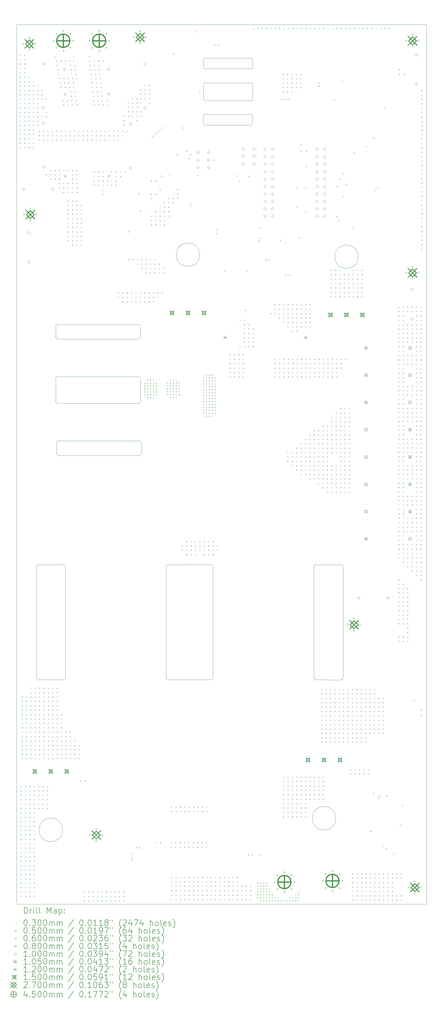
<source format=gbr>
%TF.GenerationSoftware,KiCad,Pcbnew,9.0.3*%
%TF.CreationDate,2025-10-12T10:40:02+02:00*%
%TF.ProjectId,LLC_DCDC_V5,4c4c435f-4443-4444-935f-56352e6b6963,rev?*%
%TF.SameCoordinates,Original*%
%TF.FileFunction,Drillmap*%
%TF.FilePolarity,Positive*%
%FSLAX45Y45*%
G04 Gerber Fmt 4.5, Leading zero omitted, Abs format (unit mm)*
G04 Created by KiCad (PCBNEW 9.0.3) date 2025-10-12 10:40:02*
%MOMM*%
%LPD*%
G01*
G04 APERTURE LIST*
%ADD10C,0.100000*%
%ADD11C,0.050000*%
%ADD12C,0.200000*%
%ADD13C,0.105000*%
%ADD14C,0.120000*%
%ADD15C,0.150000*%
%ADD16C,0.270000*%
%ADD17C,0.450000*%
G04 APERTURE END LIST*
D10*
X19401001Y-13131500D02*
G75*
G02*
X18604999Y-13131500I-398001J0D01*
G01*
X18604999Y-13131500D02*
G75*
G02*
X19401001Y-13131500I398001J0D01*
G01*
X18633501Y-32282000D02*
G75*
G02*
X17831499Y-32282000I-401001J0D01*
G01*
X17831499Y-32282000D02*
G75*
G02*
X18633501Y-32282000I401001J0D01*
G01*
X9299000Y-32677000D02*
G75*
G02*
X8499000Y-32677000I-400000J0D01*
G01*
X8499000Y-32677000D02*
G75*
G02*
X9299000Y-32677000I400000J0D01*
G01*
D11*
X7733000Y-5211500D02*
X21733000Y-5211500D01*
X21733000Y-35211500D01*
X7733000Y-35211500D01*
X7733000Y-5211500D01*
D10*
X13986000Y-13061500D02*
G75*
G02*
X13186000Y-13061500I-400000J0D01*
G01*
X13186000Y-13061500D02*
G75*
G02*
X13986000Y-13061500I400000J0D01*
G01*
D11*
X8398985Y-27489990D02*
X8396985Y-23703585D01*
X8465997Y-23634573D02*
X9330401Y-23635574D01*
X9328397Y-27560997D02*
X8467992Y-27558997D01*
X9399408Y-23704581D02*
X9397408Y-27491990D01*
X12836985Y-27491990D02*
X12834985Y-23705581D01*
X12903992Y-23636573D02*
X14370901Y-23633073D01*
X14371878Y-27561497D02*
X12905992Y-27560997D01*
X14439908Y-23702062D02*
X14440908Y-27492472D01*
X17883485Y-27491490D02*
X17881485Y-23705085D01*
X17950497Y-23636073D02*
X18814901Y-23637074D01*
X18812897Y-27562497D02*
X17952492Y-27560497D01*
X18883908Y-23706081D02*
X18881908Y-27493490D01*
X8396985Y-23703581D02*
G75*
G02*
X8465992Y-23634573I69007J0D01*
G01*
X8467992Y-27558997D02*
G75*
G02*
X8398985Y-27489990I0J69007D01*
G01*
X9330401Y-23635573D02*
G75*
G02*
X9399408Y-23704581I0J-69007D01*
G01*
X9397408Y-27491990D02*
G75*
G02*
X9328401Y-27560997I-69007J0D01*
G01*
X12834985Y-23705581D02*
G75*
G02*
X12903992Y-23636573I69007J0D01*
G01*
X12905992Y-27560997D02*
G75*
G02*
X12836985Y-27491990I0J69007D01*
G01*
X14370901Y-23633073D02*
G75*
G02*
X14439908Y-23702081I1J-69007D01*
G01*
X14440908Y-27492490D02*
G75*
G02*
X14371901Y-27561497I-69007J-1D01*
G01*
X17881485Y-23705081D02*
G75*
G02*
X17950492Y-23636073I69012J-5D01*
G01*
X17952492Y-27560497D02*
G75*
G02*
X17883485Y-27491490I5J69012D01*
G01*
X18814901Y-23637073D02*
G75*
G02*
X18883908Y-23706081I-5J-69012D01*
G01*
X18881908Y-27493490D02*
G75*
G02*
X18812901Y-27562497I-69012J5D01*
G01*
X14157444Y-8640997D02*
X15736710Y-8640269D01*
X15787730Y-8589990D02*
X15788006Y-8330958D01*
X14107731Y-8330924D02*
X14107454Y-8589977D01*
X15738016Y-8279982D02*
X14158749Y-8280500D01*
X14163464Y-7802507D02*
X15742730Y-7801779D01*
X15793750Y-7751500D02*
X15794283Y-7252513D01*
X14114009Y-7252000D02*
X14113474Y-7751487D01*
X15744036Y-7201493D02*
X14164770Y-7202010D01*
X14165464Y-6714507D02*
X15744730Y-6713779D01*
X15795750Y-6663500D02*
X15796026Y-6404468D01*
X14115752Y-6404434D02*
X14115474Y-6663487D01*
X15746036Y-6353493D02*
X14166770Y-6354010D01*
X14157444Y-8640997D02*
G75*
G02*
X14107454Y-8589977I0J50000D01*
G01*
X15787730Y-8590275D02*
G75*
G02*
X15736710Y-8640265I-50000J0D01*
G01*
X14107730Y-8330490D02*
G75*
G02*
X14158750Y-8280500I50000J0D01*
G01*
X15738016Y-8279982D02*
G75*
G02*
X15788005Y-8331003I0J-50000D01*
G01*
X14163464Y-7802507D02*
G75*
G02*
X14113475Y-7751487I0J50000D01*
G01*
X15793750Y-7751786D02*
G75*
G02*
X15742730Y-7801775I-50000J0D01*
G01*
X14113750Y-7252000D02*
G75*
G02*
X14164770Y-7202010I50000J0D01*
G01*
X15744036Y-7201493D02*
G75*
G02*
X15794026Y-7252513I0J-50000D01*
G01*
X14165464Y-6714507D02*
G75*
G02*
X14115474Y-6663487I0J50000D01*
G01*
X15795750Y-6663786D02*
G75*
G02*
X15744730Y-6713780I-50000J-4D01*
G01*
X14115750Y-6404000D02*
G75*
G02*
X14166770Y-6354010I50000J0D01*
G01*
X15746036Y-6353493D02*
G75*
G02*
X15796026Y-6404513I0J-50000D01*
G01*
X9135007Y-15440633D02*
X11896993Y-15440633D01*
X11966000Y-15509640D02*
X11966000Y-15871626D01*
X9066000Y-15871623D02*
X9066000Y-15509640D01*
X11896993Y-15940633D02*
X9135010Y-15940633D01*
X9135007Y-17220633D02*
X11896993Y-17220633D01*
X11966000Y-17289640D02*
X11966000Y-18061623D01*
X9066000Y-18061626D02*
X9066000Y-17289640D01*
X11896993Y-18130633D02*
X9135010Y-18130633D01*
X9161007Y-19410633D02*
X11922993Y-19410633D01*
X11992000Y-19479640D02*
X11992000Y-19841626D01*
X9092000Y-19841623D02*
X9092000Y-19479640D01*
X11922993Y-19910633D02*
X9161010Y-19910633D01*
X11896993Y-15440633D02*
G75*
G02*
X11966000Y-15509640I0J-69007D01*
G01*
X9066000Y-15509640D02*
G75*
G02*
X9135007Y-15440633I69007J0D01*
G01*
X11966000Y-15871626D02*
G75*
G02*
X11896993Y-15940633I-69007J0D01*
G01*
X9135007Y-15940633D02*
G75*
G02*
X9066000Y-15871626I0J69007D01*
G01*
X11896993Y-17220633D02*
G75*
G02*
X11966000Y-17289640I0J-69007D01*
G01*
X9066000Y-17289640D02*
G75*
G02*
X9135007Y-17220633I69007J0D01*
G01*
X11966000Y-18061626D02*
G75*
G02*
X11896993Y-18130633I-69010J3D01*
G01*
X9135007Y-18130633D02*
G75*
G02*
X9066000Y-18061626I-9J68998D01*
G01*
X11922993Y-19410633D02*
G75*
G02*
X11992000Y-19479640I2J-69005D01*
G01*
X9092000Y-19479640D02*
G75*
G02*
X9161007Y-19410633I69020J-13D01*
G01*
X11992000Y-19841626D02*
G75*
G02*
X11922993Y-19910633I-69010J3D01*
G01*
X9161007Y-19910633D02*
G75*
G02*
X9092000Y-19841626I-7J69000D01*
G01*
D12*
D10*
X7838000Y-6241500D02*
X7868000Y-6271500D01*
X7868000Y-6241500D02*
X7838000Y-6271500D01*
X7838000Y-6391500D02*
X7868000Y-6421500D01*
X7868000Y-6391500D02*
X7838000Y-6421500D01*
X7838000Y-6541500D02*
X7868000Y-6571500D01*
X7868000Y-6541500D02*
X7838000Y-6571500D01*
X7838000Y-6691500D02*
X7868000Y-6721500D01*
X7868000Y-6691500D02*
X7838000Y-6721500D01*
X7838000Y-6841500D02*
X7868000Y-6871500D01*
X7868000Y-6841500D02*
X7838000Y-6871500D01*
X7838000Y-6991500D02*
X7868000Y-7021500D01*
X7868000Y-6991500D02*
X7838000Y-7021500D01*
X7838000Y-7141500D02*
X7868000Y-7171500D01*
X7868000Y-7141500D02*
X7838000Y-7171500D01*
X7838000Y-7291500D02*
X7868000Y-7321500D01*
X7868000Y-7291500D02*
X7838000Y-7321500D01*
X7838000Y-7441500D02*
X7868000Y-7471500D01*
X7868000Y-7441500D02*
X7838000Y-7471500D01*
X7838000Y-7591500D02*
X7868000Y-7621500D01*
X7868000Y-7591500D02*
X7838000Y-7621500D01*
X7838000Y-7741500D02*
X7868000Y-7771500D01*
X7868000Y-7741500D02*
X7838000Y-7771500D01*
X7838000Y-7891500D02*
X7868000Y-7921500D01*
X7868000Y-7891500D02*
X7838000Y-7921500D01*
X7838000Y-8041500D02*
X7868000Y-8071500D01*
X7868000Y-8041500D02*
X7838000Y-8071500D01*
X7838000Y-8191500D02*
X7868000Y-8221500D01*
X7868000Y-8191500D02*
X7838000Y-8221500D01*
X7838000Y-8341500D02*
X7868000Y-8371500D01*
X7868000Y-8341500D02*
X7838000Y-8371500D01*
X7838000Y-8491500D02*
X7868000Y-8521500D01*
X7868000Y-8491500D02*
X7838000Y-8521500D01*
X7838000Y-8641500D02*
X7868000Y-8671500D01*
X7868000Y-8641500D02*
X7838000Y-8671500D01*
X7838000Y-8791500D02*
X7868000Y-8821500D01*
X7868000Y-8791500D02*
X7838000Y-8821500D01*
X7838000Y-8941500D02*
X7868000Y-8971500D01*
X7868000Y-8941500D02*
X7838000Y-8971500D01*
X7838000Y-9091500D02*
X7868000Y-9121500D01*
X7868000Y-9091500D02*
X7838000Y-9121500D01*
X7838000Y-9241500D02*
X7868000Y-9271500D01*
X7868000Y-9241500D02*
X7838000Y-9271500D01*
X7838000Y-9391500D02*
X7868000Y-9421500D01*
X7868000Y-9391500D02*
X7838000Y-9421500D01*
X7869000Y-31183000D02*
X7899000Y-31213000D01*
X7899000Y-31183000D02*
X7869000Y-31213000D01*
X7869000Y-31333000D02*
X7899000Y-31363000D01*
X7899000Y-31333000D02*
X7869000Y-31363000D01*
X7869000Y-31483000D02*
X7899000Y-31513000D01*
X7899000Y-31483000D02*
X7869000Y-31513000D01*
X7869000Y-31633000D02*
X7899000Y-31663000D01*
X7899000Y-31633000D02*
X7869000Y-31663000D01*
X7869000Y-31783000D02*
X7899000Y-31813000D01*
X7899000Y-31783000D02*
X7869000Y-31813000D01*
X7869000Y-31933000D02*
X7899000Y-31963000D01*
X7899000Y-31933000D02*
X7869000Y-31963000D01*
X7869000Y-32083000D02*
X7899000Y-32113000D01*
X7899000Y-32083000D02*
X7869000Y-32113000D01*
X7869000Y-32233000D02*
X7899000Y-32263000D01*
X7899000Y-32233000D02*
X7869000Y-32263000D01*
X7869000Y-32383000D02*
X7899000Y-32413000D01*
X7899000Y-32383000D02*
X7869000Y-32413000D01*
X7869000Y-32533000D02*
X7899000Y-32563000D01*
X7899000Y-32533000D02*
X7869000Y-32563000D01*
X7869000Y-32683000D02*
X7899000Y-32713000D01*
X7899000Y-32683000D02*
X7869000Y-32713000D01*
X7869000Y-32833000D02*
X7899000Y-32863000D01*
X7899000Y-32833000D02*
X7869000Y-32863000D01*
X7869000Y-32983000D02*
X7899000Y-33013000D01*
X7899000Y-32983000D02*
X7869000Y-33013000D01*
X7869000Y-33133000D02*
X7899000Y-33163000D01*
X7899000Y-33133000D02*
X7869000Y-33163000D01*
X7869000Y-33283000D02*
X7899000Y-33313000D01*
X7899000Y-33283000D02*
X7869000Y-33313000D01*
X7869000Y-33433000D02*
X7899000Y-33463000D01*
X7899000Y-33433000D02*
X7869000Y-33463000D01*
X7869000Y-33583000D02*
X7899000Y-33613000D01*
X7899000Y-33583000D02*
X7869000Y-33613000D01*
X7869000Y-33733000D02*
X7899000Y-33763000D01*
X7899000Y-33733000D02*
X7869000Y-33763000D01*
X7869000Y-33883000D02*
X7899000Y-33913000D01*
X7899000Y-33883000D02*
X7869000Y-33913000D01*
X7869000Y-34033000D02*
X7899000Y-34063000D01*
X7899000Y-34033000D02*
X7869000Y-34063000D01*
X7869000Y-34183000D02*
X7899000Y-34213000D01*
X7899000Y-34183000D02*
X7869000Y-34213000D01*
X7869000Y-34333000D02*
X7899000Y-34363000D01*
X7899000Y-34333000D02*
X7869000Y-34363000D01*
X7869000Y-34483000D02*
X7899000Y-34513000D01*
X7899000Y-34483000D02*
X7869000Y-34513000D01*
X7869000Y-34633000D02*
X7899000Y-34663000D01*
X7899000Y-34633000D02*
X7869000Y-34663000D01*
X7869000Y-34783000D02*
X7899000Y-34813000D01*
X7899000Y-34783000D02*
X7869000Y-34813000D01*
X7869000Y-34933000D02*
X7899000Y-34963000D01*
X7899000Y-34933000D02*
X7869000Y-34963000D01*
X7902000Y-28131000D02*
X7932000Y-28161000D01*
X7932000Y-28131000D02*
X7902000Y-28161000D01*
X7902000Y-28281000D02*
X7932000Y-28311000D01*
X7932000Y-28281000D02*
X7902000Y-28311000D01*
X7902000Y-28431000D02*
X7932000Y-28461000D01*
X7932000Y-28431000D02*
X7902000Y-28461000D01*
X7902000Y-28581000D02*
X7932000Y-28611000D01*
X7932000Y-28581000D02*
X7902000Y-28611000D01*
X7902000Y-28731000D02*
X7932000Y-28761000D01*
X7932000Y-28731000D02*
X7902000Y-28761000D01*
X7902000Y-28881000D02*
X7932000Y-28911000D01*
X7932000Y-28881000D02*
X7902000Y-28911000D01*
X7902000Y-29031000D02*
X7932000Y-29061000D01*
X7932000Y-29031000D02*
X7902000Y-29061000D01*
X7902000Y-29181000D02*
X7932000Y-29211000D01*
X7932000Y-29181000D02*
X7902000Y-29211000D01*
X7902000Y-29331000D02*
X7932000Y-29361000D01*
X7932000Y-29331000D02*
X7902000Y-29361000D01*
X7902000Y-29481000D02*
X7932000Y-29511000D01*
X7932000Y-29481000D02*
X7902000Y-29511000D01*
X7902000Y-29631000D02*
X7932000Y-29661000D01*
X7932000Y-29631000D02*
X7902000Y-29661000D01*
X7902000Y-29781000D02*
X7932000Y-29811000D01*
X7932000Y-29781000D02*
X7902000Y-29811000D01*
X7902000Y-29931000D02*
X7932000Y-29961000D01*
X7932000Y-29931000D02*
X7902000Y-29961000D01*
X7902000Y-30081000D02*
X7932000Y-30111000D01*
X7932000Y-30081000D02*
X7902000Y-30111000D01*
X7902000Y-30231000D02*
X7932000Y-30261000D01*
X7932000Y-30231000D02*
X7902000Y-30261000D01*
X7988000Y-6241500D02*
X8018000Y-6271500D01*
X8018000Y-6241500D02*
X7988000Y-6271500D01*
X7988000Y-6391500D02*
X8018000Y-6421500D01*
X8018000Y-6391500D02*
X7988000Y-6421500D01*
X7988000Y-6541500D02*
X8018000Y-6571500D01*
X8018000Y-6541500D02*
X7988000Y-6571500D01*
X7988000Y-6691500D02*
X8018000Y-6721500D01*
X8018000Y-6691500D02*
X7988000Y-6721500D01*
X7988000Y-6841500D02*
X8018000Y-6871500D01*
X8018000Y-6841500D02*
X7988000Y-6871500D01*
X7988000Y-6991500D02*
X8018000Y-7021500D01*
X8018000Y-6991500D02*
X7988000Y-7021500D01*
X7988000Y-7141500D02*
X8018000Y-7171500D01*
X8018000Y-7141500D02*
X7988000Y-7171500D01*
X7988000Y-7291500D02*
X8018000Y-7321500D01*
X8018000Y-7291500D02*
X7988000Y-7321500D01*
X7988000Y-7441500D02*
X8018000Y-7471500D01*
X8018000Y-7441500D02*
X7988000Y-7471500D01*
X7988000Y-7591500D02*
X8018000Y-7621500D01*
X8018000Y-7591500D02*
X7988000Y-7621500D01*
X7988000Y-7741500D02*
X8018000Y-7771500D01*
X8018000Y-7741500D02*
X7988000Y-7771500D01*
X7988000Y-7891500D02*
X8018000Y-7921500D01*
X8018000Y-7891500D02*
X7988000Y-7921500D01*
X7988000Y-8041500D02*
X8018000Y-8071500D01*
X8018000Y-8041500D02*
X7988000Y-8071500D01*
X7988000Y-8191500D02*
X8018000Y-8221500D01*
X8018000Y-8191500D02*
X7988000Y-8221500D01*
X7988000Y-8341500D02*
X8018000Y-8371500D01*
X8018000Y-8341500D02*
X7988000Y-8371500D01*
X7988000Y-8491500D02*
X8018000Y-8521500D01*
X8018000Y-8491500D02*
X7988000Y-8521500D01*
X7988000Y-8641500D02*
X8018000Y-8671500D01*
X8018000Y-8641500D02*
X7988000Y-8671500D01*
X7988000Y-8791500D02*
X8018000Y-8821500D01*
X8018000Y-8791500D02*
X7988000Y-8821500D01*
X7988000Y-8941500D02*
X8018000Y-8971500D01*
X8018000Y-8941500D02*
X7988000Y-8971500D01*
X7988000Y-9091500D02*
X8018000Y-9121500D01*
X8018000Y-9091500D02*
X7988000Y-9121500D01*
X7988000Y-9241500D02*
X8018000Y-9271500D01*
X8018000Y-9241500D02*
X7988000Y-9271500D01*
X7988000Y-9391500D02*
X8018000Y-9421500D01*
X8018000Y-9391500D02*
X7988000Y-9421500D01*
X8019000Y-31183000D02*
X8049000Y-31213000D01*
X8049000Y-31183000D02*
X8019000Y-31213000D01*
X8019000Y-31333000D02*
X8049000Y-31363000D01*
X8049000Y-31333000D02*
X8019000Y-31363000D01*
X8019000Y-31483000D02*
X8049000Y-31513000D01*
X8049000Y-31483000D02*
X8019000Y-31513000D01*
X8019000Y-31633000D02*
X8049000Y-31663000D01*
X8049000Y-31633000D02*
X8019000Y-31663000D01*
X8019000Y-31783000D02*
X8049000Y-31813000D01*
X8049000Y-31783000D02*
X8019000Y-31813000D01*
X8019000Y-31933000D02*
X8049000Y-31963000D01*
X8049000Y-31933000D02*
X8019000Y-31963000D01*
X8019000Y-32083000D02*
X8049000Y-32113000D01*
X8049000Y-32083000D02*
X8019000Y-32113000D01*
X8019000Y-32233000D02*
X8049000Y-32263000D01*
X8049000Y-32233000D02*
X8019000Y-32263000D01*
X8019000Y-32383000D02*
X8049000Y-32413000D01*
X8049000Y-32383000D02*
X8019000Y-32413000D01*
X8019000Y-32533000D02*
X8049000Y-32563000D01*
X8049000Y-32533000D02*
X8019000Y-32563000D01*
X8019000Y-32683000D02*
X8049000Y-32713000D01*
X8049000Y-32683000D02*
X8019000Y-32713000D01*
X8019000Y-32833000D02*
X8049000Y-32863000D01*
X8049000Y-32833000D02*
X8019000Y-32863000D01*
X8019000Y-32983000D02*
X8049000Y-33013000D01*
X8049000Y-32983000D02*
X8019000Y-33013000D01*
X8019000Y-33133000D02*
X8049000Y-33163000D01*
X8049000Y-33133000D02*
X8019000Y-33163000D01*
X8019000Y-33283000D02*
X8049000Y-33313000D01*
X8049000Y-33283000D02*
X8019000Y-33313000D01*
X8019000Y-33433000D02*
X8049000Y-33463000D01*
X8049000Y-33433000D02*
X8019000Y-33463000D01*
X8019000Y-33583000D02*
X8049000Y-33613000D01*
X8049000Y-33583000D02*
X8019000Y-33613000D01*
X8019000Y-33733000D02*
X8049000Y-33763000D01*
X8049000Y-33733000D02*
X8019000Y-33763000D01*
X8019000Y-33883000D02*
X8049000Y-33913000D01*
X8049000Y-33883000D02*
X8019000Y-33913000D01*
X8019000Y-34033000D02*
X8049000Y-34063000D01*
X8049000Y-34033000D02*
X8019000Y-34063000D01*
X8019000Y-34183000D02*
X8049000Y-34213000D01*
X8049000Y-34183000D02*
X8019000Y-34213000D01*
X8019000Y-34333000D02*
X8049000Y-34363000D01*
X8049000Y-34333000D02*
X8019000Y-34363000D01*
X8019000Y-34483000D02*
X8049000Y-34513000D01*
X8049000Y-34483000D02*
X8019000Y-34513000D01*
X8019000Y-34633000D02*
X8049000Y-34663000D01*
X8049000Y-34633000D02*
X8019000Y-34663000D01*
X8019000Y-34783000D02*
X8049000Y-34813000D01*
X8049000Y-34783000D02*
X8019000Y-34813000D01*
X8019000Y-34933000D02*
X8049000Y-34963000D01*
X8049000Y-34933000D02*
X8019000Y-34963000D01*
X8052000Y-28131000D02*
X8082000Y-28161000D01*
X8082000Y-28131000D02*
X8052000Y-28161000D01*
X8052000Y-28281000D02*
X8082000Y-28311000D01*
X8082000Y-28281000D02*
X8052000Y-28311000D01*
X8052000Y-28431000D02*
X8082000Y-28461000D01*
X8082000Y-28431000D02*
X8052000Y-28461000D01*
X8052000Y-28581000D02*
X8082000Y-28611000D01*
X8082000Y-28581000D02*
X8052000Y-28611000D01*
X8052000Y-28731000D02*
X8082000Y-28761000D01*
X8082000Y-28731000D02*
X8052000Y-28761000D01*
X8052000Y-28881000D02*
X8082000Y-28911000D01*
X8082000Y-28881000D02*
X8052000Y-28911000D01*
X8052000Y-29031000D02*
X8082000Y-29061000D01*
X8082000Y-29031000D02*
X8052000Y-29061000D01*
X8052000Y-29181000D02*
X8082000Y-29211000D01*
X8082000Y-29181000D02*
X8052000Y-29211000D01*
X8052000Y-29331000D02*
X8082000Y-29361000D01*
X8082000Y-29331000D02*
X8052000Y-29361000D01*
X8052000Y-29481000D02*
X8082000Y-29511000D01*
X8082000Y-29481000D02*
X8052000Y-29511000D01*
X8052000Y-29631000D02*
X8082000Y-29661000D01*
X8082000Y-29631000D02*
X8052000Y-29661000D01*
X8052000Y-29781000D02*
X8082000Y-29811000D01*
X8082000Y-29781000D02*
X8052000Y-29811000D01*
X8052000Y-29931000D02*
X8082000Y-29961000D01*
X8082000Y-29931000D02*
X8052000Y-29961000D01*
X8052000Y-30081000D02*
X8082000Y-30111000D01*
X8082000Y-30081000D02*
X8052000Y-30111000D01*
X8052000Y-30231000D02*
X8082000Y-30261000D01*
X8082000Y-30231000D02*
X8052000Y-30261000D01*
X8138000Y-6991500D02*
X8168000Y-7021500D01*
X8168000Y-6991500D02*
X8138000Y-7021500D01*
X8138000Y-7141500D02*
X8168000Y-7171500D01*
X8168000Y-7141500D02*
X8138000Y-7171500D01*
X8138000Y-7291500D02*
X8168000Y-7321500D01*
X8168000Y-7291500D02*
X8138000Y-7321500D01*
X8138000Y-7441500D02*
X8168000Y-7471500D01*
X8168000Y-7441500D02*
X8138000Y-7471500D01*
X8138000Y-7591500D02*
X8168000Y-7621500D01*
X8168000Y-7591500D02*
X8138000Y-7621500D01*
X8138000Y-7741500D02*
X8168000Y-7771500D01*
X8168000Y-7741500D02*
X8138000Y-7771500D01*
X8138000Y-7891500D02*
X8168000Y-7921500D01*
X8168000Y-7891500D02*
X8138000Y-7921500D01*
X8138000Y-8041500D02*
X8168000Y-8071500D01*
X8168000Y-8041500D02*
X8138000Y-8071500D01*
X8138000Y-8191500D02*
X8168000Y-8221500D01*
X8168000Y-8191500D02*
X8138000Y-8221500D01*
X8138000Y-8341500D02*
X8168000Y-8371500D01*
X8168000Y-8341500D02*
X8138000Y-8371500D01*
X8138000Y-8491500D02*
X8168000Y-8521500D01*
X8168000Y-8491500D02*
X8138000Y-8521500D01*
X8138000Y-8641500D02*
X8168000Y-8671500D01*
X8168000Y-8641500D02*
X8138000Y-8671500D01*
X8138000Y-8791500D02*
X8168000Y-8821500D01*
X8168000Y-8791500D02*
X8138000Y-8821500D01*
X8138000Y-8941500D02*
X8168000Y-8971500D01*
X8168000Y-8941500D02*
X8138000Y-8971500D01*
X8138000Y-9091500D02*
X8168000Y-9121500D01*
X8168000Y-9091500D02*
X8138000Y-9121500D01*
X8138000Y-9241500D02*
X8168000Y-9271500D01*
X8168000Y-9241500D02*
X8138000Y-9271500D01*
X8138000Y-9391500D02*
X8168000Y-9421500D01*
X8168000Y-9391500D02*
X8138000Y-9421500D01*
X8169000Y-31183000D02*
X8199000Y-31213000D01*
X8199000Y-31183000D02*
X8169000Y-31213000D01*
X8169000Y-31333000D02*
X8199000Y-31363000D01*
X8199000Y-31333000D02*
X8169000Y-31363000D01*
X8169000Y-31483000D02*
X8199000Y-31513000D01*
X8199000Y-31483000D02*
X8169000Y-31513000D01*
X8169000Y-31633000D02*
X8199000Y-31663000D01*
X8199000Y-31633000D02*
X8169000Y-31663000D01*
X8169000Y-31783000D02*
X8199000Y-31813000D01*
X8199000Y-31783000D02*
X8169000Y-31813000D01*
X8169000Y-31933000D02*
X8199000Y-31963000D01*
X8199000Y-31933000D02*
X8169000Y-31963000D01*
X8169000Y-32083000D02*
X8199000Y-32113000D01*
X8199000Y-32083000D02*
X8169000Y-32113000D01*
X8169000Y-32233000D02*
X8199000Y-32263000D01*
X8199000Y-32233000D02*
X8169000Y-32263000D01*
X8169000Y-32383000D02*
X8199000Y-32413000D01*
X8199000Y-32383000D02*
X8169000Y-32413000D01*
X8169000Y-32533000D02*
X8199000Y-32563000D01*
X8199000Y-32533000D02*
X8169000Y-32563000D01*
X8169000Y-32683000D02*
X8199000Y-32713000D01*
X8199000Y-32683000D02*
X8169000Y-32713000D01*
X8169000Y-32833000D02*
X8199000Y-32863000D01*
X8199000Y-32833000D02*
X8169000Y-32863000D01*
X8169000Y-32983000D02*
X8199000Y-33013000D01*
X8199000Y-32983000D02*
X8169000Y-33013000D01*
X8169000Y-33133000D02*
X8199000Y-33163000D01*
X8199000Y-33133000D02*
X8169000Y-33163000D01*
X8169000Y-33283000D02*
X8199000Y-33313000D01*
X8199000Y-33283000D02*
X8169000Y-33313000D01*
X8169000Y-33433000D02*
X8199000Y-33463000D01*
X8199000Y-33433000D02*
X8169000Y-33463000D01*
X8169000Y-33583000D02*
X8199000Y-33613000D01*
X8199000Y-33583000D02*
X8169000Y-33613000D01*
X8169000Y-33733000D02*
X8199000Y-33763000D01*
X8199000Y-33733000D02*
X8169000Y-33763000D01*
X8169000Y-33883000D02*
X8199000Y-33913000D01*
X8199000Y-33883000D02*
X8169000Y-33913000D01*
X8169000Y-34033000D02*
X8199000Y-34063000D01*
X8199000Y-34033000D02*
X8169000Y-34063000D01*
X8169000Y-34183000D02*
X8199000Y-34213000D01*
X8199000Y-34183000D02*
X8169000Y-34213000D01*
X8169000Y-34333000D02*
X8199000Y-34363000D01*
X8199000Y-34333000D02*
X8169000Y-34363000D01*
X8169000Y-34483000D02*
X8199000Y-34513000D01*
X8199000Y-34483000D02*
X8169000Y-34513000D01*
X8169000Y-34633000D02*
X8199000Y-34663000D01*
X8199000Y-34633000D02*
X8169000Y-34663000D01*
X8169000Y-34783000D02*
X8199000Y-34813000D01*
X8199000Y-34783000D02*
X8169000Y-34813000D01*
X8169000Y-34933000D02*
X8199000Y-34963000D01*
X8199000Y-34933000D02*
X8169000Y-34963000D01*
X8202000Y-27831000D02*
X8232000Y-27861000D01*
X8232000Y-27831000D02*
X8202000Y-27861000D01*
X8202000Y-27981000D02*
X8232000Y-28011000D01*
X8232000Y-27981000D02*
X8202000Y-28011000D01*
X8202000Y-28131000D02*
X8232000Y-28161000D01*
X8232000Y-28131000D02*
X8202000Y-28161000D01*
X8202000Y-28281000D02*
X8232000Y-28311000D01*
X8232000Y-28281000D02*
X8202000Y-28311000D01*
X8202000Y-28431000D02*
X8232000Y-28461000D01*
X8232000Y-28431000D02*
X8202000Y-28461000D01*
X8202000Y-28581000D02*
X8232000Y-28611000D01*
X8232000Y-28581000D02*
X8202000Y-28611000D01*
X8202000Y-28731000D02*
X8232000Y-28761000D01*
X8232000Y-28731000D02*
X8202000Y-28761000D01*
X8202000Y-28881000D02*
X8232000Y-28911000D01*
X8232000Y-28881000D02*
X8202000Y-28911000D01*
X8202000Y-29031000D02*
X8232000Y-29061000D01*
X8232000Y-29031000D02*
X8202000Y-29061000D01*
X8202000Y-29181000D02*
X8232000Y-29211000D01*
X8232000Y-29181000D02*
X8202000Y-29211000D01*
X8202000Y-29331000D02*
X8232000Y-29361000D01*
X8232000Y-29331000D02*
X8202000Y-29361000D01*
X8202000Y-29481000D02*
X8232000Y-29511000D01*
X8232000Y-29481000D02*
X8202000Y-29511000D01*
X8202000Y-29631000D02*
X8232000Y-29661000D01*
X8232000Y-29631000D02*
X8202000Y-29661000D01*
X8202000Y-29781000D02*
X8232000Y-29811000D01*
X8232000Y-29781000D02*
X8202000Y-29811000D01*
X8202000Y-29931000D02*
X8232000Y-29961000D01*
X8232000Y-29931000D02*
X8202000Y-29961000D01*
X8202000Y-30081000D02*
X8232000Y-30111000D01*
X8232000Y-30081000D02*
X8202000Y-30111000D01*
X8202000Y-30231000D02*
X8232000Y-30261000D01*
X8232000Y-30231000D02*
X8202000Y-30261000D01*
X8288000Y-7141500D02*
X8318000Y-7171500D01*
X8318000Y-7141500D02*
X8288000Y-7171500D01*
X8288000Y-7291500D02*
X8318000Y-7321500D01*
X8318000Y-7291500D02*
X8288000Y-7321500D01*
X8288000Y-7441500D02*
X8318000Y-7471500D01*
X8318000Y-7441500D02*
X8288000Y-7471500D01*
X8288000Y-7591500D02*
X8318000Y-7621500D01*
X8318000Y-7591500D02*
X8288000Y-7621500D01*
X8288000Y-7741500D02*
X8318000Y-7771500D01*
X8318000Y-7741500D02*
X8288000Y-7771500D01*
X8288000Y-7891500D02*
X8318000Y-7921500D01*
X8318000Y-7891500D02*
X8288000Y-7921500D01*
X8288000Y-8041500D02*
X8318000Y-8071500D01*
X8318000Y-8041500D02*
X8288000Y-8071500D01*
X8288000Y-8191500D02*
X8318000Y-8221500D01*
X8318000Y-8191500D02*
X8288000Y-8221500D01*
X8288000Y-8341500D02*
X8318000Y-8371500D01*
X8318000Y-8341500D02*
X8288000Y-8371500D01*
X8288000Y-8491500D02*
X8318000Y-8521500D01*
X8318000Y-8491500D02*
X8288000Y-8521500D01*
X8288000Y-8641500D02*
X8318000Y-8671500D01*
X8318000Y-8641500D02*
X8288000Y-8671500D01*
X8288000Y-8791500D02*
X8318000Y-8821500D01*
X8318000Y-8791500D02*
X8288000Y-8821500D01*
X8288000Y-8941500D02*
X8318000Y-8971500D01*
X8318000Y-8941500D02*
X8288000Y-8971500D01*
X8288000Y-9091500D02*
X8318000Y-9121500D01*
X8318000Y-9091500D02*
X8288000Y-9121500D01*
X8288000Y-9241500D02*
X8318000Y-9271500D01*
X8318000Y-9241500D02*
X8288000Y-9271500D01*
X8288000Y-9391500D02*
X8318000Y-9421500D01*
X8318000Y-9391500D02*
X8288000Y-9421500D01*
X8319000Y-31183000D02*
X8349000Y-31213000D01*
X8349000Y-31183000D02*
X8319000Y-31213000D01*
X8319000Y-31333000D02*
X8349000Y-31363000D01*
X8349000Y-31333000D02*
X8319000Y-31363000D01*
X8319000Y-31483000D02*
X8349000Y-31513000D01*
X8349000Y-31483000D02*
X8319000Y-31513000D01*
X8319000Y-31633000D02*
X8349000Y-31663000D01*
X8349000Y-31633000D02*
X8319000Y-31663000D01*
X8319000Y-31783000D02*
X8349000Y-31813000D01*
X8349000Y-31783000D02*
X8319000Y-31813000D01*
X8319000Y-31933000D02*
X8349000Y-31963000D01*
X8349000Y-31933000D02*
X8319000Y-31963000D01*
X8319000Y-32083000D02*
X8349000Y-32113000D01*
X8349000Y-32083000D02*
X8319000Y-32113000D01*
X8319000Y-32233000D02*
X8349000Y-32263000D01*
X8349000Y-32233000D02*
X8319000Y-32263000D01*
X8319000Y-32383000D02*
X8349000Y-32413000D01*
X8349000Y-32383000D02*
X8319000Y-32413000D01*
X8319000Y-32533000D02*
X8349000Y-32563000D01*
X8349000Y-32533000D02*
X8319000Y-32563000D01*
X8319000Y-32683000D02*
X8349000Y-32713000D01*
X8349000Y-32683000D02*
X8319000Y-32713000D01*
X8319000Y-32833000D02*
X8349000Y-32863000D01*
X8349000Y-32833000D02*
X8319000Y-32863000D01*
X8319000Y-32983000D02*
X8349000Y-33013000D01*
X8349000Y-32983000D02*
X8319000Y-33013000D01*
X8319000Y-33133000D02*
X8349000Y-33163000D01*
X8349000Y-33133000D02*
X8319000Y-33163000D01*
X8319000Y-33283000D02*
X8349000Y-33313000D01*
X8349000Y-33283000D02*
X8319000Y-33313000D01*
X8319000Y-33433000D02*
X8349000Y-33463000D01*
X8349000Y-33433000D02*
X8319000Y-33463000D01*
X8319000Y-33583000D02*
X8349000Y-33613000D01*
X8349000Y-33583000D02*
X8319000Y-33613000D01*
X8319000Y-33733000D02*
X8349000Y-33763000D01*
X8349000Y-33733000D02*
X8319000Y-33763000D01*
X8319000Y-33883000D02*
X8349000Y-33913000D01*
X8349000Y-33883000D02*
X8319000Y-33913000D01*
X8319000Y-34033000D02*
X8349000Y-34063000D01*
X8349000Y-34033000D02*
X8319000Y-34063000D01*
X8319000Y-34183000D02*
X8349000Y-34213000D01*
X8349000Y-34183000D02*
X8319000Y-34213000D01*
X8319000Y-34333000D02*
X8349000Y-34363000D01*
X8349000Y-34333000D02*
X8319000Y-34363000D01*
X8319000Y-34483000D02*
X8349000Y-34513000D01*
X8349000Y-34483000D02*
X8319000Y-34513000D01*
X8319000Y-34633000D02*
X8349000Y-34663000D01*
X8349000Y-34633000D02*
X8319000Y-34663000D01*
X8319000Y-34783000D02*
X8349000Y-34813000D01*
X8349000Y-34783000D02*
X8319000Y-34813000D01*
X8319000Y-34933000D02*
X8349000Y-34963000D01*
X8349000Y-34933000D02*
X8319000Y-34963000D01*
X8352000Y-27831000D02*
X8382000Y-27861000D01*
X8382000Y-27831000D02*
X8352000Y-27861000D01*
X8352000Y-27981000D02*
X8382000Y-28011000D01*
X8382000Y-27981000D02*
X8352000Y-28011000D01*
X8352000Y-28131000D02*
X8382000Y-28161000D01*
X8382000Y-28131000D02*
X8352000Y-28161000D01*
X8352000Y-28281000D02*
X8382000Y-28311000D01*
X8382000Y-28281000D02*
X8352000Y-28311000D01*
X8352000Y-28431000D02*
X8382000Y-28461000D01*
X8382000Y-28431000D02*
X8352000Y-28461000D01*
X8352000Y-28581000D02*
X8382000Y-28611000D01*
X8382000Y-28581000D02*
X8352000Y-28611000D01*
X8352000Y-28731000D02*
X8382000Y-28761000D01*
X8382000Y-28731000D02*
X8352000Y-28761000D01*
X8352000Y-28881000D02*
X8382000Y-28911000D01*
X8382000Y-28881000D02*
X8352000Y-28911000D01*
X8352000Y-29031000D02*
X8382000Y-29061000D01*
X8382000Y-29031000D02*
X8352000Y-29061000D01*
X8352000Y-29181000D02*
X8382000Y-29211000D01*
X8382000Y-29181000D02*
X8352000Y-29211000D01*
X8352000Y-29331000D02*
X8382000Y-29361000D01*
X8382000Y-29331000D02*
X8352000Y-29361000D01*
X8352000Y-29481000D02*
X8382000Y-29511000D01*
X8382000Y-29481000D02*
X8352000Y-29511000D01*
X8352000Y-29631000D02*
X8382000Y-29661000D01*
X8382000Y-29631000D02*
X8352000Y-29661000D01*
X8352000Y-29781000D02*
X8382000Y-29811000D01*
X8382000Y-29781000D02*
X8352000Y-29811000D01*
X8352000Y-29931000D02*
X8382000Y-29961000D01*
X8382000Y-29931000D02*
X8352000Y-29961000D01*
X8352000Y-30081000D02*
X8382000Y-30111000D01*
X8382000Y-30081000D02*
X8352000Y-30111000D01*
X8352000Y-30231000D02*
X8382000Y-30261000D01*
X8382000Y-30231000D02*
X8352000Y-30261000D01*
X8438000Y-7291500D02*
X8468000Y-7321500D01*
X8468000Y-7291500D02*
X8438000Y-7321500D01*
X8438000Y-7441500D02*
X8468000Y-7471500D01*
X8468000Y-7441500D02*
X8438000Y-7471500D01*
X8438000Y-7591500D02*
X8468000Y-7621500D01*
X8468000Y-7591500D02*
X8438000Y-7621500D01*
X8438000Y-7741500D02*
X8468000Y-7771500D01*
X8468000Y-7741500D02*
X8438000Y-7771500D01*
X8438000Y-7891500D02*
X8468000Y-7921500D01*
X8468000Y-7891500D02*
X8438000Y-7921500D01*
X8438000Y-8041500D02*
X8468000Y-8071500D01*
X8468000Y-8041500D02*
X8438000Y-8071500D01*
X8438000Y-8191500D02*
X8468000Y-8221500D01*
X8468000Y-8191500D02*
X8438000Y-8221500D01*
X8438000Y-8341500D02*
X8468000Y-8371500D01*
X8468000Y-8341500D02*
X8438000Y-8371500D01*
X8438000Y-8491500D02*
X8468000Y-8521500D01*
X8468000Y-8491500D02*
X8438000Y-8521500D01*
X8438000Y-8641500D02*
X8468000Y-8671500D01*
X8468000Y-8641500D02*
X8438000Y-8671500D01*
X8469000Y-31183000D02*
X8499000Y-31213000D01*
X8499000Y-31183000D02*
X8469000Y-31213000D01*
X8469000Y-31333000D02*
X8499000Y-31363000D01*
X8499000Y-31333000D02*
X8469000Y-31363000D01*
X8469000Y-31483000D02*
X8499000Y-31513000D01*
X8499000Y-31483000D02*
X8469000Y-31513000D01*
X8469000Y-31633000D02*
X8499000Y-31663000D01*
X8499000Y-31633000D02*
X8469000Y-31663000D01*
X8469000Y-31783000D02*
X8499000Y-31813000D01*
X8499000Y-31783000D02*
X8469000Y-31813000D01*
X8469000Y-31933000D02*
X8499000Y-31963000D01*
X8499000Y-31933000D02*
X8469000Y-31963000D01*
X8486000Y-8838500D02*
X8516000Y-8868500D01*
X8516000Y-8838500D02*
X8486000Y-8868500D01*
X8486000Y-8988500D02*
X8516000Y-9018500D01*
X8516000Y-8988500D02*
X8486000Y-9018500D01*
X8486000Y-9138500D02*
X8516000Y-9168500D01*
X8516000Y-9138500D02*
X8486000Y-9168500D01*
X8502000Y-27831000D02*
X8532000Y-27861000D01*
X8532000Y-27831000D02*
X8502000Y-27861000D01*
X8502000Y-27981000D02*
X8532000Y-28011000D01*
X8532000Y-27981000D02*
X8502000Y-28011000D01*
X8502000Y-28131000D02*
X8532000Y-28161000D01*
X8532000Y-28131000D02*
X8502000Y-28161000D01*
X8502000Y-28281000D02*
X8532000Y-28311000D01*
X8532000Y-28281000D02*
X8502000Y-28311000D01*
X8502000Y-28431000D02*
X8532000Y-28461000D01*
X8532000Y-28431000D02*
X8502000Y-28461000D01*
X8502000Y-28581000D02*
X8532000Y-28611000D01*
X8532000Y-28581000D02*
X8502000Y-28611000D01*
X8502000Y-28731000D02*
X8532000Y-28761000D01*
X8532000Y-28731000D02*
X8502000Y-28761000D01*
X8502000Y-28881000D02*
X8532000Y-28911000D01*
X8532000Y-28881000D02*
X8502000Y-28911000D01*
X8502000Y-29031000D02*
X8532000Y-29061000D01*
X8532000Y-29031000D02*
X8502000Y-29061000D01*
X8502000Y-29181000D02*
X8532000Y-29211000D01*
X8532000Y-29181000D02*
X8502000Y-29211000D01*
X8502000Y-29331000D02*
X8532000Y-29361000D01*
X8532000Y-29331000D02*
X8502000Y-29361000D01*
X8502000Y-29481000D02*
X8532000Y-29511000D01*
X8532000Y-29481000D02*
X8502000Y-29511000D01*
X8502000Y-29631000D02*
X8532000Y-29661000D01*
X8532000Y-29631000D02*
X8502000Y-29661000D01*
X8502000Y-29781000D02*
X8532000Y-29811000D01*
X8532000Y-29781000D02*
X8502000Y-29811000D01*
X8502000Y-29931000D02*
X8532000Y-29961000D01*
X8532000Y-29931000D02*
X8502000Y-29961000D01*
X8502000Y-30081000D02*
X8532000Y-30111000D01*
X8532000Y-30081000D02*
X8502000Y-30111000D01*
X8502000Y-30231000D02*
X8532000Y-30261000D01*
X8532000Y-30231000D02*
X8502000Y-30261000D01*
X8588000Y-7441500D02*
X8618000Y-7471500D01*
X8618000Y-7441500D02*
X8588000Y-7471500D01*
X8588000Y-7591500D02*
X8618000Y-7621500D01*
X8618000Y-7591500D02*
X8588000Y-7621500D01*
X8588000Y-7741500D02*
X8618000Y-7771500D01*
X8618000Y-7741500D02*
X8588000Y-7771500D01*
X8588000Y-8341500D02*
X8618000Y-8371500D01*
X8618000Y-8341500D02*
X8588000Y-8371500D01*
X8619000Y-31183000D02*
X8649000Y-31213000D01*
X8649000Y-31183000D02*
X8619000Y-31213000D01*
X8619000Y-31333000D02*
X8649000Y-31363000D01*
X8649000Y-31333000D02*
X8619000Y-31363000D01*
X8619000Y-31483000D02*
X8649000Y-31513000D01*
X8649000Y-31483000D02*
X8619000Y-31513000D01*
X8619000Y-31633000D02*
X8649000Y-31663000D01*
X8649000Y-31633000D02*
X8619000Y-31663000D01*
X8619000Y-31783000D02*
X8649000Y-31813000D01*
X8649000Y-31783000D02*
X8619000Y-31813000D01*
X8619000Y-31933000D02*
X8649000Y-31963000D01*
X8649000Y-31933000D02*
X8619000Y-31963000D01*
X8636000Y-8838500D02*
X8666000Y-8868500D01*
X8666000Y-8838500D02*
X8636000Y-8868500D01*
X8636000Y-8988500D02*
X8666000Y-9018500D01*
X8666000Y-8988500D02*
X8636000Y-9018500D01*
X8636000Y-9138500D02*
X8666000Y-9168500D01*
X8666000Y-9138500D02*
X8636000Y-9168500D01*
X8652000Y-27831000D02*
X8682000Y-27861000D01*
X8682000Y-27831000D02*
X8652000Y-27861000D01*
X8652000Y-27981000D02*
X8682000Y-28011000D01*
X8682000Y-27981000D02*
X8652000Y-28011000D01*
X8652000Y-28131000D02*
X8682000Y-28161000D01*
X8682000Y-28131000D02*
X8652000Y-28161000D01*
X8652000Y-28281000D02*
X8682000Y-28311000D01*
X8682000Y-28281000D02*
X8652000Y-28311000D01*
X8652000Y-28431000D02*
X8682000Y-28461000D01*
X8682000Y-28431000D02*
X8652000Y-28461000D01*
X8652000Y-28581000D02*
X8682000Y-28611000D01*
X8682000Y-28581000D02*
X8652000Y-28611000D01*
X8652000Y-28731000D02*
X8682000Y-28761000D01*
X8682000Y-28731000D02*
X8652000Y-28761000D01*
X8652000Y-28881000D02*
X8682000Y-28911000D01*
X8682000Y-28881000D02*
X8652000Y-28911000D01*
X8652000Y-29031000D02*
X8682000Y-29061000D01*
X8682000Y-29031000D02*
X8652000Y-29061000D01*
X8652000Y-29181000D02*
X8682000Y-29211000D01*
X8682000Y-29181000D02*
X8652000Y-29211000D01*
X8652000Y-29331000D02*
X8682000Y-29361000D01*
X8682000Y-29331000D02*
X8652000Y-29361000D01*
X8652000Y-29481000D02*
X8682000Y-29511000D01*
X8682000Y-29481000D02*
X8652000Y-29511000D01*
X8652000Y-29631000D02*
X8682000Y-29661000D01*
X8682000Y-29631000D02*
X8652000Y-29661000D01*
X8652000Y-29781000D02*
X8682000Y-29811000D01*
X8682000Y-29781000D02*
X8652000Y-29811000D01*
X8652000Y-29931000D02*
X8682000Y-29961000D01*
X8682000Y-29931000D02*
X8652000Y-29961000D01*
X8652000Y-30081000D02*
X8682000Y-30111000D01*
X8682000Y-30081000D02*
X8652000Y-30111000D01*
X8652000Y-30231000D02*
X8682000Y-30261000D01*
X8682000Y-30231000D02*
X8652000Y-30261000D01*
X8726000Y-10317500D02*
X8756000Y-10347500D01*
X8756000Y-10317500D02*
X8726000Y-10347500D01*
X8738000Y-7741500D02*
X8768000Y-7771500D01*
X8768000Y-7741500D02*
X8738000Y-7771500D01*
X8738000Y-8191500D02*
X8768000Y-8221500D01*
X8768000Y-8191500D02*
X8738000Y-8221500D01*
X8738000Y-8341500D02*
X8768000Y-8371500D01*
X8768000Y-8341500D02*
X8738000Y-8371500D01*
X8769000Y-31183000D02*
X8799000Y-31213000D01*
X8799000Y-31183000D02*
X8769000Y-31213000D01*
X8769000Y-31333000D02*
X8799000Y-31363000D01*
X8799000Y-31333000D02*
X8769000Y-31363000D01*
X8769000Y-31483000D02*
X8799000Y-31513000D01*
X8799000Y-31483000D02*
X8769000Y-31513000D01*
X8769000Y-31633000D02*
X8799000Y-31663000D01*
X8799000Y-31633000D02*
X8769000Y-31663000D01*
X8769000Y-31783000D02*
X8799000Y-31813000D01*
X8799000Y-31783000D02*
X8769000Y-31813000D01*
X8769000Y-31933000D02*
X8799000Y-31963000D01*
X8799000Y-31933000D02*
X8769000Y-31963000D01*
X8786000Y-8838500D02*
X8816000Y-8868500D01*
X8816000Y-8838500D02*
X8786000Y-8868500D01*
X8786000Y-8988500D02*
X8816000Y-9018500D01*
X8816000Y-8988500D02*
X8786000Y-9018500D01*
X8786000Y-9138500D02*
X8816000Y-9168500D01*
X8816000Y-9138500D02*
X8786000Y-9168500D01*
X8802000Y-27831000D02*
X8832000Y-27861000D01*
X8832000Y-27831000D02*
X8802000Y-27861000D01*
X8802000Y-27981000D02*
X8832000Y-28011000D01*
X8832000Y-27981000D02*
X8802000Y-28011000D01*
X8802000Y-28131000D02*
X8832000Y-28161000D01*
X8832000Y-28131000D02*
X8802000Y-28161000D01*
X8802000Y-28281000D02*
X8832000Y-28311000D01*
X8832000Y-28281000D02*
X8802000Y-28311000D01*
X8802000Y-28431000D02*
X8832000Y-28461000D01*
X8832000Y-28431000D02*
X8802000Y-28461000D01*
X8802000Y-28581000D02*
X8832000Y-28611000D01*
X8832000Y-28581000D02*
X8802000Y-28611000D01*
X8802000Y-28731000D02*
X8832000Y-28761000D01*
X8832000Y-28731000D02*
X8802000Y-28761000D01*
X8802000Y-28881000D02*
X8832000Y-28911000D01*
X8832000Y-28881000D02*
X8802000Y-28911000D01*
X8802000Y-29031000D02*
X8832000Y-29061000D01*
X8832000Y-29031000D02*
X8802000Y-29061000D01*
X8802000Y-29181000D02*
X8832000Y-29211000D01*
X8832000Y-29181000D02*
X8802000Y-29211000D01*
X8802000Y-29331000D02*
X8832000Y-29361000D01*
X8832000Y-29331000D02*
X8802000Y-29361000D01*
X8802000Y-29481000D02*
X8832000Y-29511000D01*
X8832000Y-29481000D02*
X8802000Y-29511000D01*
X8802000Y-29631000D02*
X8832000Y-29661000D01*
X8832000Y-29631000D02*
X8802000Y-29661000D01*
X8802000Y-29781000D02*
X8832000Y-29811000D01*
X8832000Y-29781000D02*
X8802000Y-29811000D01*
X8802000Y-29931000D02*
X8832000Y-29961000D01*
X8832000Y-29931000D02*
X8802000Y-29961000D01*
X8802000Y-30081000D02*
X8832000Y-30111000D01*
X8832000Y-30081000D02*
X8802000Y-30111000D01*
X8802000Y-30231000D02*
X8832000Y-30261000D01*
X8832000Y-30231000D02*
X8802000Y-30261000D01*
X8876000Y-10167500D02*
X8906000Y-10197500D01*
X8906000Y-10167500D02*
X8876000Y-10197500D01*
X8876000Y-10317500D02*
X8906000Y-10347500D01*
X8906000Y-10317500D02*
X8876000Y-10347500D01*
X8876000Y-10467500D02*
X8906000Y-10497500D01*
X8906000Y-10467500D02*
X8876000Y-10497500D01*
X8936000Y-8838500D02*
X8966000Y-8868500D01*
X8966000Y-8838500D02*
X8936000Y-8868500D01*
X8936000Y-8988500D02*
X8966000Y-9018500D01*
X8966000Y-8988500D02*
X8936000Y-9018500D01*
X8936000Y-9138500D02*
X8966000Y-9168500D01*
X8966000Y-9138500D02*
X8936000Y-9168500D01*
X8952000Y-27831000D02*
X8982000Y-27861000D01*
X8982000Y-27831000D02*
X8952000Y-27861000D01*
X8952000Y-27981000D02*
X8982000Y-28011000D01*
X8982000Y-27981000D02*
X8952000Y-28011000D01*
X8952000Y-28131000D02*
X8982000Y-28161000D01*
X8982000Y-28131000D02*
X8952000Y-28161000D01*
X8952000Y-28281000D02*
X8982000Y-28311000D01*
X8982000Y-28281000D02*
X8952000Y-28311000D01*
X8952000Y-28431000D02*
X8982000Y-28461000D01*
X8982000Y-28431000D02*
X8952000Y-28461000D01*
X8952000Y-28581000D02*
X8982000Y-28611000D01*
X8982000Y-28581000D02*
X8952000Y-28611000D01*
X8952000Y-28731000D02*
X8982000Y-28761000D01*
X8982000Y-28731000D02*
X8952000Y-28761000D01*
X8952000Y-28881000D02*
X8982000Y-28911000D01*
X8982000Y-28881000D02*
X8952000Y-28911000D01*
X8952000Y-29031000D02*
X8982000Y-29061000D01*
X8982000Y-29031000D02*
X8952000Y-29061000D01*
X8952000Y-29181000D02*
X8982000Y-29211000D01*
X8982000Y-29181000D02*
X8952000Y-29211000D01*
X8952000Y-29331000D02*
X8982000Y-29361000D01*
X8982000Y-29331000D02*
X8952000Y-29361000D01*
X8952000Y-29481000D02*
X8982000Y-29511000D01*
X8982000Y-29481000D02*
X8952000Y-29511000D01*
X8952000Y-29631000D02*
X8982000Y-29661000D01*
X8982000Y-29631000D02*
X8952000Y-29661000D01*
X8952000Y-29781000D02*
X8982000Y-29811000D01*
X8982000Y-29781000D02*
X8952000Y-29811000D01*
X8952000Y-29931000D02*
X8982000Y-29961000D01*
X8982000Y-29931000D02*
X8952000Y-29961000D01*
X8952000Y-30081000D02*
X8982000Y-30111000D01*
X8982000Y-30081000D02*
X8952000Y-30111000D01*
X8952000Y-30231000D02*
X8982000Y-30261000D01*
X8982000Y-30231000D02*
X8952000Y-30261000D01*
X9026000Y-10167500D02*
X9056000Y-10197500D01*
X9056000Y-10167500D02*
X9026000Y-10197500D01*
X9026000Y-10317500D02*
X9056000Y-10347500D01*
X9056000Y-10317500D02*
X9026000Y-10347500D01*
X9026000Y-10467500D02*
X9056000Y-10497500D01*
X9056000Y-10467500D02*
X9026000Y-10497500D01*
X9051000Y-6288500D02*
X9081000Y-6318500D01*
X9081000Y-6288500D02*
X9051000Y-6318500D01*
X9076000Y-6438500D02*
X9106000Y-6468500D01*
X9106000Y-6438500D02*
X9076000Y-6468500D01*
X9086000Y-8838500D02*
X9116000Y-8868500D01*
X9116000Y-8838500D02*
X9086000Y-8868500D01*
X9086000Y-8988500D02*
X9116000Y-9018500D01*
X9116000Y-8988500D02*
X9086000Y-9018500D01*
X9086000Y-9138500D02*
X9116000Y-9168500D01*
X9116000Y-9138500D02*
X9086000Y-9168500D01*
X9101000Y-6588500D02*
X9131000Y-6618500D01*
X9131000Y-6588500D02*
X9101000Y-6618500D01*
X9102000Y-27831000D02*
X9132000Y-27861000D01*
X9132000Y-27831000D02*
X9102000Y-27861000D01*
X9102000Y-27981000D02*
X9132000Y-28011000D01*
X9132000Y-27981000D02*
X9102000Y-28011000D01*
X9102000Y-28131000D02*
X9132000Y-28161000D01*
X9132000Y-28131000D02*
X9102000Y-28161000D01*
X9102000Y-28281000D02*
X9132000Y-28311000D01*
X9132000Y-28281000D02*
X9102000Y-28311000D01*
X9102000Y-28431000D02*
X9132000Y-28461000D01*
X9132000Y-28431000D02*
X9102000Y-28461000D01*
X9102000Y-28581000D02*
X9132000Y-28611000D01*
X9132000Y-28581000D02*
X9102000Y-28611000D01*
X9102000Y-28731000D02*
X9132000Y-28761000D01*
X9132000Y-28731000D02*
X9102000Y-28761000D01*
X9102000Y-28881000D02*
X9132000Y-28911000D01*
X9132000Y-28881000D02*
X9102000Y-28911000D01*
X9102000Y-29031000D02*
X9132000Y-29061000D01*
X9132000Y-29031000D02*
X9102000Y-29061000D01*
X9102000Y-29181000D02*
X9132000Y-29211000D01*
X9132000Y-29181000D02*
X9102000Y-29211000D01*
X9102000Y-29331000D02*
X9132000Y-29361000D01*
X9132000Y-29331000D02*
X9102000Y-29361000D01*
X9102000Y-29481000D02*
X9132000Y-29511000D01*
X9132000Y-29481000D02*
X9102000Y-29511000D01*
X9102000Y-29631000D02*
X9132000Y-29661000D01*
X9132000Y-29631000D02*
X9102000Y-29661000D01*
X9102000Y-29781000D02*
X9132000Y-29811000D01*
X9132000Y-29781000D02*
X9102000Y-29811000D01*
X9102000Y-29931000D02*
X9132000Y-29961000D01*
X9132000Y-29931000D02*
X9102000Y-29961000D01*
X9102000Y-30081000D02*
X9132000Y-30111000D01*
X9132000Y-30081000D02*
X9102000Y-30111000D01*
X9102000Y-30231000D02*
X9132000Y-30261000D01*
X9132000Y-30231000D02*
X9102000Y-30261000D01*
X9126000Y-6738500D02*
X9156000Y-6768500D01*
X9156000Y-6738500D02*
X9126000Y-6768500D01*
X9151000Y-6888500D02*
X9181000Y-6918500D01*
X9181000Y-6888500D02*
X9151000Y-6918500D01*
X9176000Y-7038500D02*
X9206000Y-7068500D01*
X9206000Y-7038500D02*
X9176000Y-7068500D01*
X9176000Y-10167500D02*
X9206000Y-10197500D01*
X9206000Y-10167500D02*
X9176000Y-10197500D01*
X9176000Y-10317500D02*
X9206000Y-10347500D01*
X9206000Y-10317500D02*
X9176000Y-10347500D01*
X9176000Y-10467500D02*
X9206000Y-10497500D01*
X9206000Y-10467500D02*
X9176000Y-10497500D01*
X9176000Y-10617500D02*
X9206000Y-10647500D01*
X9206000Y-10617500D02*
X9176000Y-10647500D01*
X9176000Y-10767500D02*
X9206000Y-10797500D01*
X9206000Y-10767500D02*
X9176000Y-10797500D01*
X9201000Y-7188500D02*
X9231000Y-7218500D01*
X9231000Y-7188500D02*
X9201000Y-7218500D01*
X9226000Y-6438500D02*
X9256000Y-6468500D01*
X9256000Y-6438500D02*
X9226000Y-6468500D01*
X9226000Y-7338500D02*
X9256000Y-7368500D01*
X9256000Y-7338500D02*
X9226000Y-7368500D01*
X9236000Y-8838500D02*
X9266000Y-8868500D01*
X9266000Y-8838500D02*
X9236000Y-8868500D01*
X9236000Y-8988500D02*
X9266000Y-9018500D01*
X9266000Y-8988500D02*
X9236000Y-9018500D01*
X9236000Y-9138500D02*
X9266000Y-9168500D01*
X9266000Y-9138500D02*
X9236000Y-9168500D01*
X9252000Y-28731000D02*
X9282000Y-28761000D01*
X9282000Y-28731000D02*
X9252000Y-28761000D01*
X9252000Y-28881000D02*
X9282000Y-28911000D01*
X9282000Y-28881000D02*
X9252000Y-28911000D01*
X9252000Y-29031000D02*
X9282000Y-29061000D01*
X9282000Y-29031000D02*
X9252000Y-29061000D01*
X9252000Y-29181000D02*
X9282000Y-29211000D01*
X9282000Y-29181000D02*
X9252000Y-29211000D01*
X9252000Y-29331000D02*
X9282000Y-29361000D01*
X9282000Y-29331000D02*
X9252000Y-29361000D01*
X9252000Y-29481000D02*
X9282000Y-29511000D01*
X9282000Y-29481000D02*
X9252000Y-29511000D01*
X9252000Y-29631000D02*
X9282000Y-29661000D01*
X9282000Y-29631000D02*
X9252000Y-29661000D01*
X9252000Y-29781000D02*
X9282000Y-29811000D01*
X9282000Y-29781000D02*
X9252000Y-29811000D01*
X9252000Y-29931000D02*
X9282000Y-29961000D01*
X9282000Y-29931000D02*
X9252000Y-29961000D01*
X9252000Y-30081000D02*
X9282000Y-30111000D01*
X9282000Y-30081000D02*
X9252000Y-30111000D01*
X9252000Y-30231000D02*
X9282000Y-30261000D01*
X9282000Y-30231000D02*
X9252000Y-30261000D01*
X9301000Y-7788500D02*
X9331000Y-7818500D01*
X9331000Y-7788500D02*
X9301000Y-7818500D01*
X9326000Y-7038500D02*
X9356000Y-7068500D01*
X9356000Y-7038500D02*
X9326000Y-7068500D01*
X9326000Y-7938500D02*
X9356000Y-7968500D01*
X9356000Y-7938500D02*
X9326000Y-7968500D01*
X9326000Y-10167500D02*
X9356000Y-10197500D01*
X9356000Y-10167500D02*
X9326000Y-10197500D01*
X9326000Y-10617500D02*
X9356000Y-10647500D01*
X9356000Y-10617500D02*
X9326000Y-10647500D01*
X9326000Y-10767500D02*
X9356000Y-10797500D01*
X9356000Y-10767500D02*
X9326000Y-10797500D01*
X9326000Y-10917500D02*
X9356000Y-10947500D01*
X9356000Y-10917500D02*
X9326000Y-10947500D01*
X9351000Y-7188500D02*
X9381000Y-7218500D01*
X9381000Y-7188500D02*
X9351000Y-7218500D01*
X9376000Y-6438500D02*
X9406000Y-6468500D01*
X9406000Y-6438500D02*
X9376000Y-6468500D01*
X9376000Y-7338500D02*
X9406000Y-7368500D01*
X9406000Y-7338500D02*
X9376000Y-7368500D01*
X9386000Y-8838500D02*
X9416000Y-8868500D01*
X9416000Y-8838500D02*
X9386000Y-8868500D01*
X9386000Y-8988500D02*
X9416000Y-9018500D01*
X9416000Y-8988500D02*
X9386000Y-9018500D01*
X9386000Y-9138500D02*
X9416000Y-9168500D01*
X9416000Y-9138500D02*
X9386000Y-9168500D01*
X9402000Y-29331000D02*
X9432000Y-29361000D01*
X9432000Y-29331000D02*
X9402000Y-29361000D01*
X9402000Y-29481000D02*
X9432000Y-29511000D01*
X9432000Y-29481000D02*
X9402000Y-29511000D01*
X9402000Y-29631000D02*
X9432000Y-29661000D01*
X9432000Y-29631000D02*
X9402000Y-29661000D01*
X9402000Y-29781000D02*
X9432000Y-29811000D01*
X9432000Y-29781000D02*
X9402000Y-29811000D01*
X9402000Y-29931000D02*
X9432000Y-29961000D01*
X9432000Y-29931000D02*
X9402000Y-29961000D01*
X9402000Y-30081000D02*
X9432000Y-30111000D01*
X9432000Y-30081000D02*
X9402000Y-30111000D01*
X9402000Y-30231000D02*
X9432000Y-30261000D01*
X9432000Y-30231000D02*
X9402000Y-30261000D01*
X9451000Y-7788500D02*
X9481000Y-7818500D01*
X9481000Y-7788500D02*
X9451000Y-7818500D01*
X9476000Y-7038500D02*
X9506000Y-7068500D01*
X9506000Y-7038500D02*
X9476000Y-7068500D01*
X9476000Y-7938500D02*
X9506000Y-7968500D01*
X9506000Y-7938500D02*
X9476000Y-7968500D01*
X9476000Y-10167500D02*
X9506000Y-10197500D01*
X9506000Y-10167500D02*
X9476000Y-10197500D01*
X9476000Y-10617500D02*
X9506000Y-10647500D01*
X9506000Y-10617500D02*
X9476000Y-10647500D01*
X9476000Y-10767500D02*
X9506000Y-10797500D01*
X9506000Y-10767500D02*
X9476000Y-10797500D01*
X9476000Y-10917500D02*
X9506000Y-10947500D01*
X9506000Y-10917500D02*
X9476000Y-10947500D01*
X9476000Y-11217500D02*
X9506000Y-11247500D01*
X9506000Y-11217500D02*
X9476000Y-11247500D01*
X9476000Y-11367500D02*
X9506000Y-11397500D01*
X9506000Y-11367500D02*
X9476000Y-11397500D01*
X9476000Y-11517500D02*
X9506000Y-11547500D01*
X9506000Y-11517500D02*
X9476000Y-11547500D01*
X9476000Y-11667500D02*
X9506000Y-11697500D01*
X9506000Y-11667500D02*
X9476000Y-11697500D01*
X9476000Y-11817500D02*
X9506000Y-11847500D01*
X9506000Y-11817500D02*
X9476000Y-11847500D01*
X9476000Y-11967500D02*
X9506000Y-11997500D01*
X9506000Y-11967500D02*
X9476000Y-11997500D01*
X9476000Y-12117500D02*
X9506000Y-12147500D01*
X9506000Y-12117500D02*
X9476000Y-12147500D01*
X9476000Y-12267500D02*
X9506000Y-12297500D01*
X9506000Y-12267500D02*
X9476000Y-12297500D01*
X9476000Y-12417500D02*
X9506000Y-12447500D01*
X9506000Y-12417500D02*
X9476000Y-12447500D01*
X9476000Y-12567500D02*
X9506000Y-12597500D01*
X9506000Y-12567500D02*
X9476000Y-12597500D01*
X9501000Y-7188500D02*
X9531000Y-7218500D01*
X9531000Y-7188500D02*
X9501000Y-7218500D01*
X9526000Y-6438500D02*
X9556000Y-6468500D01*
X9556000Y-6438500D02*
X9526000Y-6468500D01*
X9526000Y-7338500D02*
X9556000Y-7368500D01*
X9556000Y-7338500D02*
X9526000Y-7368500D01*
X9536000Y-8838500D02*
X9566000Y-8868500D01*
X9566000Y-8838500D02*
X9536000Y-8868500D01*
X9536000Y-8988500D02*
X9566000Y-9018500D01*
X9566000Y-8988500D02*
X9536000Y-9018500D01*
X9536000Y-9138500D02*
X9566000Y-9168500D01*
X9566000Y-9138500D02*
X9536000Y-9168500D01*
X9551000Y-6588500D02*
X9581000Y-6618500D01*
X9581000Y-6588500D02*
X9551000Y-6618500D01*
X9551000Y-7488500D02*
X9581000Y-7518500D01*
X9581000Y-7488500D02*
X9551000Y-7518500D01*
X9552000Y-29331000D02*
X9582000Y-29361000D01*
X9582000Y-29331000D02*
X9552000Y-29361000D01*
X9552000Y-29481000D02*
X9582000Y-29511000D01*
X9582000Y-29481000D02*
X9552000Y-29511000D01*
X9552000Y-29631000D02*
X9582000Y-29661000D01*
X9582000Y-29631000D02*
X9552000Y-29661000D01*
X9552000Y-29781000D02*
X9582000Y-29811000D01*
X9582000Y-29781000D02*
X9552000Y-29811000D01*
X9552000Y-29931000D02*
X9582000Y-29961000D01*
X9582000Y-29931000D02*
X9552000Y-29961000D01*
X9552000Y-30081000D02*
X9582000Y-30111000D01*
X9582000Y-30081000D02*
X9552000Y-30111000D01*
X9552000Y-30231000D02*
X9582000Y-30261000D01*
X9582000Y-30231000D02*
X9552000Y-30261000D01*
X9576000Y-6738500D02*
X9606000Y-6768500D01*
X9606000Y-6738500D02*
X9576000Y-6768500D01*
X9576000Y-7638500D02*
X9606000Y-7668500D01*
X9606000Y-7638500D02*
X9576000Y-7668500D01*
X9601000Y-6888500D02*
X9631000Y-6918500D01*
X9631000Y-6888500D02*
X9601000Y-6918500D01*
X9601000Y-7788500D02*
X9631000Y-7818500D01*
X9631000Y-7788500D02*
X9601000Y-7818500D01*
X9626000Y-7038500D02*
X9656000Y-7068500D01*
X9656000Y-7038500D02*
X9626000Y-7068500D01*
X9626000Y-7938500D02*
X9656000Y-7968500D01*
X9656000Y-7938500D02*
X9626000Y-7968500D01*
X9626000Y-10167500D02*
X9656000Y-10197500D01*
X9656000Y-10167500D02*
X9626000Y-10197500D01*
X9626000Y-10317500D02*
X9656000Y-10347500D01*
X9656000Y-10317500D02*
X9626000Y-10347500D01*
X9626000Y-10467500D02*
X9656000Y-10497500D01*
X9656000Y-10467500D02*
X9626000Y-10497500D01*
X9626000Y-10617500D02*
X9656000Y-10647500D01*
X9656000Y-10617500D02*
X9626000Y-10647500D01*
X9626000Y-10767500D02*
X9656000Y-10797500D01*
X9656000Y-10767500D02*
X9626000Y-10797500D01*
X9626000Y-10917500D02*
X9656000Y-10947500D01*
X9656000Y-10917500D02*
X9626000Y-10947500D01*
X9626000Y-11217500D02*
X9656000Y-11247500D01*
X9656000Y-11217500D02*
X9626000Y-11247500D01*
X9626000Y-11367500D02*
X9656000Y-11397500D01*
X9656000Y-11367500D02*
X9626000Y-11397500D01*
X9626000Y-11517500D02*
X9656000Y-11547500D01*
X9656000Y-11517500D02*
X9626000Y-11547500D01*
X9626000Y-11667500D02*
X9656000Y-11697500D01*
X9656000Y-11667500D02*
X9626000Y-11697500D01*
X9626000Y-11817500D02*
X9656000Y-11847500D01*
X9656000Y-11817500D02*
X9626000Y-11847500D01*
X9626000Y-11967500D02*
X9656000Y-11997500D01*
X9656000Y-11967500D02*
X9626000Y-11997500D01*
X9626000Y-12117500D02*
X9656000Y-12147500D01*
X9656000Y-12117500D02*
X9626000Y-12147500D01*
X9626000Y-12267500D02*
X9656000Y-12297500D01*
X9656000Y-12267500D02*
X9626000Y-12297500D01*
X9626000Y-12417500D02*
X9656000Y-12447500D01*
X9656000Y-12417500D02*
X9626000Y-12447500D01*
X9626000Y-12567500D02*
X9656000Y-12597500D01*
X9656000Y-12567500D02*
X9626000Y-12597500D01*
X9626000Y-12717500D02*
X9656000Y-12747500D01*
X9656000Y-12717500D02*
X9626000Y-12747500D01*
X9651000Y-6288500D02*
X9681000Y-6318500D01*
X9681000Y-6288500D02*
X9651000Y-6318500D01*
X9651000Y-7188500D02*
X9681000Y-7218500D01*
X9681000Y-7188500D02*
X9651000Y-7218500D01*
X9676000Y-6438500D02*
X9706000Y-6468500D01*
X9706000Y-6438500D02*
X9676000Y-6468500D01*
X9676000Y-7338500D02*
X9706000Y-7368500D01*
X9706000Y-7338500D02*
X9676000Y-7368500D01*
X9686000Y-8838500D02*
X9716000Y-8868500D01*
X9716000Y-8838500D02*
X9686000Y-8868500D01*
X9686000Y-8988500D02*
X9716000Y-9018500D01*
X9716000Y-8988500D02*
X9686000Y-9018500D01*
X9686000Y-9138500D02*
X9716000Y-9168500D01*
X9716000Y-9138500D02*
X9686000Y-9168500D01*
X9701000Y-6588500D02*
X9731000Y-6618500D01*
X9731000Y-6588500D02*
X9701000Y-6618500D01*
X9701000Y-7488500D02*
X9731000Y-7518500D01*
X9731000Y-7488500D02*
X9701000Y-7518500D01*
X9702000Y-29631000D02*
X9732000Y-29661000D01*
X9732000Y-29631000D02*
X9702000Y-29661000D01*
X9702000Y-29781000D02*
X9732000Y-29811000D01*
X9732000Y-29781000D02*
X9702000Y-29811000D01*
X9702000Y-29931000D02*
X9732000Y-29961000D01*
X9732000Y-29931000D02*
X9702000Y-29961000D01*
X9702000Y-30081000D02*
X9732000Y-30111000D01*
X9732000Y-30081000D02*
X9702000Y-30111000D01*
X9702000Y-30231000D02*
X9732000Y-30261000D01*
X9732000Y-30231000D02*
X9702000Y-30261000D01*
X9726000Y-6738500D02*
X9756000Y-6768500D01*
X9756000Y-6738500D02*
X9726000Y-6768500D01*
X9726000Y-7638500D02*
X9756000Y-7668500D01*
X9756000Y-7638500D02*
X9726000Y-7668500D01*
X9751000Y-6888500D02*
X9781000Y-6918500D01*
X9781000Y-6888500D02*
X9751000Y-6918500D01*
X9751000Y-7788500D02*
X9781000Y-7818500D01*
X9781000Y-7788500D02*
X9751000Y-7818500D01*
X9776000Y-7038500D02*
X9806000Y-7068500D01*
X9806000Y-7038500D02*
X9776000Y-7068500D01*
X9776000Y-7938500D02*
X9806000Y-7968500D01*
X9806000Y-7938500D02*
X9776000Y-7968500D01*
X9776000Y-10167500D02*
X9806000Y-10197500D01*
X9806000Y-10167500D02*
X9776000Y-10197500D01*
X9776000Y-10317500D02*
X9806000Y-10347500D01*
X9806000Y-10317500D02*
X9776000Y-10347500D01*
X9776000Y-10467500D02*
X9806000Y-10497500D01*
X9806000Y-10467500D02*
X9776000Y-10497500D01*
X9776000Y-10617500D02*
X9806000Y-10647500D01*
X9806000Y-10617500D02*
X9776000Y-10647500D01*
X9776000Y-10767500D02*
X9806000Y-10797500D01*
X9806000Y-10767500D02*
X9776000Y-10797500D01*
X9776000Y-10917500D02*
X9806000Y-10947500D01*
X9806000Y-10917500D02*
X9776000Y-10947500D01*
X9776000Y-11217500D02*
X9806000Y-11247500D01*
X9806000Y-11217500D02*
X9776000Y-11247500D01*
X9776000Y-11367500D02*
X9806000Y-11397500D01*
X9806000Y-11367500D02*
X9776000Y-11397500D01*
X9776000Y-11517500D02*
X9806000Y-11547500D01*
X9806000Y-11517500D02*
X9776000Y-11547500D01*
X9776000Y-11667500D02*
X9806000Y-11697500D01*
X9806000Y-11667500D02*
X9776000Y-11697500D01*
X9776000Y-11817500D02*
X9806000Y-11847500D01*
X9806000Y-11817500D02*
X9776000Y-11847500D01*
X9776000Y-11967500D02*
X9806000Y-11997500D01*
X9806000Y-11967500D02*
X9776000Y-11997500D01*
X9776000Y-12117500D02*
X9806000Y-12147500D01*
X9806000Y-12117500D02*
X9776000Y-12147500D01*
X9776000Y-12267500D02*
X9806000Y-12297500D01*
X9806000Y-12267500D02*
X9776000Y-12297500D01*
X9776000Y-12417500D02*
X9806000Y-12447500D01*
X9806000Y-12417500D02*
X9776000Y-12447500D01*
X9776000Y-12567500D02*
X9806000Y-12597500D01*
X9806000Y-12567500D02*
X9776000Y-12597500D01*
X9776000Y-12717500D02*
X9806000Y-12747500D01*
X9806000Y-12717500D02*
X9776000Y-12747500D01*
X9836000Y-8838500D02*
X9866000Y-8868500D01*
X9866000Y-8838500D02*
X9836000Y-8868500D01*
X9836000Y-8988500D02*
X9866000Y-9018500D01*
X9866000Y-8988500D02*
X9836000Y-9018500D01*
X9836000Y-9138500D02*
X9866000Y-9168500D01*
X9866000Y-9138500D02*
X9836000Y-9168500D01*
X9852000Y-29781000D02*
X9882000Y-29811000D01*
X9882000Y-29781000D02*
X9852000Y-29811000D01*
X9852000Y-29931000D02*
X9882000Y-29961000D01*
X9882000Y-29931000D02*
X9852000Y-29961000D01*
X9852000Y-30081000D02*
X9882000Y-30111000D01*
X9882000Y-30081000D02*
X9852000Y-30111000D01*
X9852000Y-30231000D02*
X9882000Y-30261000D01*
X9882000Y-30231000D02*
X9852000Y-30261000D01*
X9909000Y-30993000D02*
X9939000Y-31023000D01*
X9939000Y-30993000D02*
X9909000Y-31023000D01*
X9926000Y-11367500D02*
X9956000Y-11397500D01*
X9956000Y-11367500D02*
X9926000Y-11397500D01*
X9926000Y-11517500D02*
X9956000Y-11547500D01*
X9956000Y-11517500D02*
X9926000Y-11547500D01*
X9926000Y-11667500D02*
X9956000Y-11697500D01*
X9956000Y-11667500D02*
X9926000Y-11697500D01*
X9926000Y-11817500D02*
X9956000Y-11847500D01*
X9956000Y-11817500D02*
X9926000Y-11847500D01*
X9926000Y-11967500D02*
X9956000Y-11997500D01*
X9956000Y-11967500D02*
X9926000Y-11997500D01*
X9926000Y-12117500D02*
X9956000Y-12147500D01*
X9956000Y-12117500D02*
X9926000Y-12147500D01*
X9926000Y-12267500D02*
X9956000Y-12297500D01*
X9956000Y-12267500D02*
X9926000Y-12297500D01*
X9926000Y-12417500D02*
X9956000Y-12447500D01*
X9956000Y-12417500D02*
X9926000Y-12447500D01*
X9926000Y-12567500D02*
X9956000Y-12597500D01*
X9956000Y-12567500D02*
X9926000Y-12597500D01*
X9926000Y-12717500D02*
X9956000Y-12747500D01*
X9956000Y-12717500D02*
X9926000Y-12747500D01*
X9986000Y-8838500D02*
X10016000Y-8868500D01*
X10016000Y-8838500D02*
X9986000Y-8868500D01*
X9986000Y-8988500D02*
X10016000Y-9018500D01*
X10016000Y-8988500D02*
X9986000Y-9018500D01*
X9986000Y-9138500D02*
X10016000Y-9168500D01*
X10016000Y-9138500D02*
X9986000Y-9168500D01*
X10028000Y-34784000D02*
X10058000Y-34814000D01*
X10058000Y-34784000D02*
X10028000Y-34814000D01*
X10028000Y-34934000D02*
X10058000Y-34964000D01*
X10058000Y-34934000D02*
X10028000Y-34964000D01*
X10028000Y-35084000D02*
X10058000Y-35114000D01*
X10058000Y-35084000D02*
X10028000Y-35114000D01*
X10068000Y-30989000D02*
X10098000Y-31019000D01*
X10098000Y-30989000D02*
X10068000Y-31019000D01*
X10136000Y-8838500D02*
X10166000Y-8868500D01*
X10166000Y-8838500D02*
X10136000Y-8868500D01*
X10136000Y-8988500D02*
X10166000Y-9018500D01*
X10166000Y-8988500D02*
X10136000Y-9018500D01*
X10136000Y-9138500D02*
X10166000Y-9168500D01*
X10166000Y-9138500D02*
X10136000Y-9168500D01*
X10178000Y-34784000D02*
X10208000Y-34814000D01*
X10208000Y-34784000D02*
X10178000Y-34814000D01*
X10178000Y-34934000D02*
X10208000Y-34964000D01*
X10208000Y-34934000D02*
X10178000Y-34964000D01*
X10178000Y-35084000D02*
X10208000Y-35114000D01*
X10208000Y-35084000D02*
X10178000Y-35114000D01*
X10197000Y-6288500D02*
X10227000Y-6318500D01*
X10227000Y-6288500D02*
X10197000Y-6318500D01*
X10212000Y-6438500D02*
X10242000Y-6468500D01*
X10242000Y-6438500D02*
X10212000Y-6468500D01*
X10227000Y-6588500D02*
X10257000Y-6618500D01*
X10257000Y-6588500D02*
X10227000Y-6618500D01*
X10242000Y-6738500D02*
X10272000Y-6768500D01*
X10272000Y-6738500D02*
X10242000Y-6768500D01*
X10257000Y-6888500D02*
X10287000Y-6918500D01*
X10287000Y-6888500D02*
X10257000Y-6918500D01*
X10272000Y-7038500D02*
X10302000Y-7068500D01*
X10302000Y-7038500D02*
X10272000Y-7068500D01*
X10286000Y-8838500D02*
X10316000Y-8868500D01*
X10316000Y-8838500D02*
X10286000Y-8868500D01*
X10286000Y-8988500D02*
X10316000Y-9018500D01*
X10316000Y-8988500D02*
X10286000Y-9018500D01*
X10286000Y-9138500D02*
X10316000Y-9168500D01*
X10316000Y-9138500D02*
X10286000Y-9168500D01*
X10287000Y-7188500D02*
X10317000Y-7218500D01*
X10317000Y-7188500D02*
X10287000Y-7218500D01*
X10302000Y-7338500D02*
X10332000Y-7368500D01*
X10332000Y-7338500D02*
X10302000Y-7368500D01*
X10317000Y-7488500D02*
X10347000Y-7518500D01*
X10347000Y-7488500D02*
X10317000Y-7518500D01*
X10328000Y-34784000D02*
X10358000Y-34814000D01*
X10358000Y-34784000D02*
X10328000Y-34814000D01*
X10328000Y-34934000D02*
X10358000Y-34964000D01*
X10358000Y-34934000D02*
X10328000Y-34964000D01*
X10328000Y-35084000D02*
X10358000Y-35114000D01*
X10358000Y-35084000D02*
X10328000Y-35114000D01*
X10332000Y-7638500D02*
X10362000Y-7668500D01*
X10362000Y-7638500D02*
X10332000Y-7668500D01*
X10347000Y-7788500D02*
X10377000Y-7818500D01*
X10377000Y-7788500D02*
X10347000Y-7818500D01*
X10362000Y-6438500D02*
X10392000Y-6468500D01*
X10392000Y-6438500D02*
X10362000Y-6468500D01*
X10362000Y-7938500D02*
X10392000Y-7968500D01*
X10392000Y-7938500D02*
X10362000Y-7968500D01*
X10365000Y-10228000D02*
X10395000Y-10258000D01*
X10395000Y-10228000D02*
X10365000Y-10258000D01*
X10365000Y-10378000D02*
X10395000Y-10408000D01*
X10395000Y-10378000D02*
X10365000Y-10408000D01*
X10365000Y-10528000D02*
X10395000Y-10558000D01*
X10395000Y-10528000D02*
X10365000Y-10558000D01*
X10365000Y-10678000D02*
X10395000Y-10708000D01*
X10395000Y-10678000D02*
X10365000Y-10708000D01*
X10377000Y-6588500D02*
X10407000Y-6618500D01*
X10407000Y-6588500D02*
X10377000Y-6618500D01*
X10392000Y-6738500D02*
X10422000Y-6768500D01*
X10422000Y-6738500D02*
X10392000Y-6768500D01*
X10407000Y-6888500D02*
X10437000Y-6918500D01*
X10437000Y-6888500D02*
X10407000Y-6918500D01*
X10422000Y-7038500D02*
X10452000Y-7068500D01*
X10452000Y-7038500D02*
X10422000Y-7068500D01*
X10436000Y-8838500D02*
X10466000Y-8868500D01*
X10466000Y-8838500D02*
X10436000Y-8868500D01*
X10436000Y-8988500D02*
X10466000Y-9018500D01*
X10466000Y-8988500D02*
X10436000Y-9018500D01*
X10436000Y-9138500D02*
X10466000Y-9168500D01*
X10466000Y-9138500D02*
X10436000Y-9168500D01*
X10437000Y-7188500D02*
X10467000Y-7218500D01*
X10467000Y-7188500D02*
X10437000Y-7218500D01*
X10452000Y-7338500D02*
X10482000Y-7368500D01*
X10482000Y-7338500D02*
X10452000Y-7368500D01*
X10467000Y-7488500D02*
X10497000Y-7518500D01*
X10497000Y-7488500D02*
X10467000Y-7518500D01*
X10478000Y-34784000D02*
X10508000Y-34814000D01*
X10508000Y-34784000D02*
X10478000Y-34814000D01*
X10478000Y-34934000D02*
X10508000Y-34964000D01*
X10508000Y-34934000D02*
X10478000Y-34964000D01*
X10478000Y-35084000D02*
X10508000Y-35114000D01*
X10508000Y-35084000D02*
X10478000Y-35114000D01*
X10482000Y-7638500D02*
X10512000Y-7668500D01*
X10512000Y-7638500D02*
X10482000Y-7668500D01*
X10497000Y-7788500D02*
X10527000Y-7818500D01*
X10527000Y-7788500D02*
X10497000Y-7818500D01*
X10512000Y-6438500D02*
X10542000Y-6468500D01*
X10542000Y-6438500D02*
X10512000Y-6468500D01*
X10512000Y-7938500D02*
X10542000Y-7968500D01*
X10542000Y-7938500D02*
X10512000Y-7968500D01*
X10515000Y-10228000D02*
X10545000Y-10258000D01*
X10545000Y-10228000D02*
X10515000Y-10258000D01*
X10515000Y-10378000D02*
X10545000Y-10408000D01*
X10545000Y-10378000D02*
X10515000Y-10408000D01*
X10515000Y-10528000D02*
X10545000Y-10558000D01*
X10545000Y-10528000D02*
X10515000Y-10558000D01*
X10515000Y-10678000D02*
X10545000Y-10708000D01*
X10545000Y-10678000D02*
X10515000Y-10708000D01*
X10527000Y-6588500D02*
X10557000Y-6618500D01*
X10557000Y-6588500D02*
X10527000Y-6618500D01*
X10542000Y-6738500D02*
X10572000Y-6768500D01*
X10572000Y-6738500D02*
X10542000Y-6768500D01*
X10557000Y-6888500D02*
X10587000Y-6918500D01*
X10587000Y-6888500D02*
X10557000Y-6918500D01*
X10572000Y-7038500D02*
X10602000Y-7068500D01*
X10602000Y-7038500D02*
X10572000Y-7068500D01*
X10586000Y-8838500D02*
X10616000Y-8868500D01*
X10616000Y-8838500D02*
X10586000Y-8868500D01*
X10586000Y-8988500D02*
X10616000Y-9018500D01*
X10616000Y-8988500D02*
X10586000Y-9018500D01*
X10586000Y-9138500D02*
X10616000Y-9168500D01*
X10616000Y-9138500D02*
X10586000Y-9168500D01*
X10587000Y-7188500D02*
X10617000Y-7218500D01*
X10617000Y-7188500D02*
X10587000Y-7218500D01*
X10602000Y-7338500D02*
X10632000Y-7368500D01*
X10632000Y-7338500D02*
X10602000Y-7368500D01*
X10617000Y-7488500D02*
X10647000Y-7518500D01*
X10647000Y-7488500D02*
X10617000Y-7518500D01*
X10628000Y-34784000D02*
X10658000Y-34814000D01*
X10658000Y-34784000D02*
X10628000Y-34814000D01*
X10628000Y-34934000D02*
X10658000Y-34964000D01*
X10658000Y-34934000D02*
X10628000Y-34964000D01*
X10628000Y-35084000D02*
X10658000Y-35114000D01*
X10658000Y-35084000D02*
X10628000Y-35114000D01*
X10632000Y-7638500D02*
X10662000Y-7668500D01*
X10662000Y-7638500D02*
X10632000Y-7668500D01*
X10647000Y-7788500D02*
X10677000Y-7818500D01*
X10677000Y-7788500D02*
X10647000Y-7818500D01*
X10654000Y-10980500D02*
X10684000Y-11010500D01*
X10684000Y-10980500D02*
X10654000Y-11010500D01*
X10660000Y-10852000D02*
X10690000Y-10882000D01*
X10690000Y-10852000D02*
X10660000Y-10882000D01*
X10662000Y-6438500D02*
X10692000Y-6468500D01*
X10692000Y-6438500D02*
X10662000Y-6468500D01*
X10662000Y-7938500D02*
X10692000Y-7968500D01*
X10692000Y-7938500D02*
X10662000Y-7968500D01*
X10665000Y-10228000D02*
X10695000Y-10258000D01*
X10695000Y-10228000D02*
X10665000Y-10258000D01*
X10665000Y-10378000D02*
X10695000Y-10408000D01*
X10695000Y-10378000D02*
X10665000Y-10408000D01*
X10665000Y-10528000D02*
X10695000Y-10558000D01*
X10695000Y-10528000D02*
X10665000Y-10558000D01*
X10665000Y-10678000D02*
X10695000Y-10708000D01*
X10695000Y-10678000D02*
X10665000Y-10708000D01*
X10736000Y-8838500D02*
X10766000Y-8868500D01*
X10766000Y-8838500D02*
X10736000Y-8868500D01*
X10736000Y-8988500D02*
X10766000Y-9018500D01*
X10766000Y-8988500D02*
X10736000Y-9018500D01*
X10736000Y-9138500D02*
X10766000Y-9168500D01*
X10766000Y-9138500D02*
X10736000Y-9168500D01*
X10778000Y-34784000D02*
X10808000Y-34814000D01*
X10808000Y-34784000D02*
X10778000Y-34814000D01*
X10778000Y-34934000D02*
X10808000Y-34964000D01*
X10808000Y-34934000D02*
X10778000Y-34964000D01*
X10778000Y-35084000D02*
X10808000Y-35114000D01*
X10808000Y-35084000D02*
X10778000Y-35114000D01*
X10797000Y-7788500D02*
X10827000Y-7818500D01*
X10827000Y-7788500D02*
X10797000Y-7818500D01*
X10812000Y-7938500D02*
X10842000Y-7968500D01*
X10842000Y-7938500D02*
X10812000Y-7968500D01*
X10815000Y-10528000D02*
X10845000Y-10558000D01*
X10845000Y-10528000D02*
X10815000Y-10558000D01*
X10815000Y-10678000D02*
X10845000Y-10708000D01*
X10845000Y-10678000D02*
X10815000Y-10708000D01*
X10886000Y-8838500D02*
X10916000Y-8868500D01*
X10916000Y-8838500D02*
X10886000Y-8868500D01*
X10886000Y-8988500D02*
X10916000Y-9018500D01*
X10916000Y-8988500D02*
X10886000Y-9018500D01*
X10886000Y-9138500D02*
X10916000Y-9168500D01*
X10916000Y-9138500D02*
X10886000Y-9168500D01*
X10928000Y-34784000D02*
X10958000Y-34814000D01*
X10958000Y-34784000D02*
X10928000Y-34814000D01*
X10928000Y-34934000D02*
X10958000Y-34964000D01*
X10958000Y-34934000D02*
X10928000Y-34964000D01*
X10928000Y-35084000D02*
X10958000Y-35114000D01*
X10958000Y-35084000D02*
X10928000Y-35114000D01*
X10965000Y-10228000D02*
X10995000Y-10258000D01*
X10995000Y-10228000D02*
X10965000Y-10258000D01*
X10965000Y-10528000D02*
X10995000Y-10558000D01*
X10995000Y-10528000D02*
X10965000Y-10558000D01*
X10965000Y-10678000D02*
X10995000Y-10708000D01*
X10995000Y-10678000D02*
X10965000Y-10708000D01*
X11036000Y-8838500D02*
X11066000Y-8868500D01*
X11066000Y-8838500D02*
X11036000Y-8868500D01*
X11036000Y-8988500D02*
X11066000Y-9018500D01*
X11066000Y-8988500D02*
X11036000Y-9018500D01*
X11036000Y-9138500D02*
X11066000Y-9168500D01*
X11066000Y-9138500D02*
X11036000Y-9168500D01*
X11078000Y-34784000D02*
X11108000Y-34814000D01*
X11108000Y-34784000D02*
X11078000Y-34814000D01*
X11078000Y-34934000D02*
X11108000Y-34964000D01*
X11108000Y-34934000D02*
X11078000Y-34964000D01*
X11078000Y-35084000D02*
X11108000Y-35114000D01*
X11108000Y-35084000D02*
X11078000Y-35114000D01*
X11115000Y-10228000D02*
X11145000Y-10258000D01*
X11145000Y-10228000D02*
X11115000Y-10258000D01*
X11115000Y-10378000D02*
X11145000Y-10408000D01*
X11145000Y-10378000D02*
X11115000Y-10408000D01*
X11115000Y-10528000D02*
X11145000Y-10558000D01*
X11145000Y-10528000D02*
X11115000Y-10558000D01*
X11115000Y-10678000D02*
X11145000Y-10708000D01*
X11145000Y-10678000D02*
X11115000Y-10708000D01*
X11186000Y-8838500D02*
X11216000Y-8868500D01*
X11216000Y-8838500D02*
X11186000Y-8868500D01*
X11186000Y-8988500D02*
X11216000Y-9018500D01*
X11216000Y-8988500D02*
X11186000Y-9018500D01*
X11186000Y-9138500D02*
X11216000Y-9168500D01*
X11216000Y-9138500D02*
X11186000Y-9168500D01*
X11190000Y-14352000D02*
X11220000Y-14382000D01*
X11220000Y-14352000D02*
X11190000Y-14382000D01*
X11190000Y-14502000D02*
X11220000Y-14532000D01*
X11220000Y-14502000D02*
X11190000Y-14532000D01*
X11228000Y-34784000D02*
X11258000Y-34814000D01*
X11258000Y-34784000D02*
X11228000Y-34814000D01*
X11228000Y-34934000D02*
X11258000Y-34964000D01*
X11258000Y-34934000D02*
X11228000Y-34964000D01*
X11228000Y-35084000D02*
X11258000Y-35114000D01*
X11258000Y-35084000D02*
X11228000Y-35114000D01*
X11265000Y-10228000D02*
X11295000Y-10258000D01*
X11295000Y-10228000D02*
X11265000Y-10258000D01*
X11265000Y-10378000D02*
X11295000Y-10408000D01*
X11295000Y-10378000D02*
X11265000Y-10408000D01*
X11336000Y-8838500D02*
X11366000Y-8868500D01*
X11366000Y-8838500D02*
X11336000Y-8868500D01*
X11336000Y-8988500D02*
X11366000Y-9018500D01*
X11366000Y-8988500D02*
X11336000Y-9018500D01*
X11340000Y-14352000D02*
X11370000Y-14382000D01*
X11370000Y-14352000D02*
X11340000Y-14382000D01*
X11340000Y-14502000D02*
X11370000Y-14532000D01*
X11370000Y-14502000D02*
X11340000Y-14532000D01*
X11340000Y-14652000D02*
X11370000Y-14682000D01*
X11370000Y-14652000D02*
X11340000Y-14682000D01*
X11378000Y-34784000D02*
X11408000Y-34814000D01*
X11408000Y-34784000D02*
X11378000Y-34814000D01*
X11378000Y-34934000D02*
X11408000Y-34964000D01*
X11408000Y-34934000D02*
X11378000Y-34964000D01*
X11378000Y-35084000D02*
X11408000Y-35114000D01*
X11408000Y-35084000D02*
X11378000Y-35114000D01*
X11382000Y-8322500D02*
X11412000Y-8352500D01*
X11412000Y-8322500D02*
X11382000Y-8352500D01*
X11382000Y-8472500D02*
X11412000Y-8502500D01*
X11412000Y-8472500D02*
X11382000Y-8502500D01*
X11382000Y-8622500D02*
X11412000Y-8652500D01*
X11412000Y-8622500D02*
X11382000Y-8652500D01*
X11415000Y-10228000D02*
X11445000Y-10258000D01*
X11445000Y-10228000D02*
X11415000Y-10258000D01*
X11486000Y-8838500D02*
X11516000Y-8868500D01*
X11516000Y-8838500D02*
X11486000Y-8868500D01*
X11490000Y-14352000D02*
X11520000Y-14382000D01*
X11520000Y-14352000D02*
X11490000Y-14382000D01*
X11490000Y-14502000D02*
X11520000Y-14532000D01*
X11520000Y-14502000D02*
X11490000Y-14532000D01*
X11490000Y-14652000D02*
X11520000Y-14682000D01*
X11520000Y-14652000D02*
X11490000Y-14682000D01*
X11532000Y-7872500D02*
X11562000Y-7902500D01*
X11562000Y-7872500D02*
X11532000Y-7902500D01*
X11532000Y-8022500D02*
X11562000Y-8052500D01*
X11562000Y-8022500D02*
X11532000Y-8052500D01*
X11532000Y-8172500D02*
X11562000Y-8202500D01*
X11562000Y-8172500D02*
X11532000Y-8202500D01*
X11532000Y-8322500D02*
X11562000Y-8352500D01*
X11562000Y-8322500D02*
X11532000Y-8352500D01*
X11537000Y-13214500D02*
X11567000Y-13244500D01*
X11567000Y-13214500D02*
X11537000Y-13244500D01*
X11538000Y-12266750D02*
X11568000Y-12296750D01*
X11568000Y-12266750D02*
X11538000Y-12296750D01*
X11640000Y-14352000D02*
X11670000Y-14382000D01*
X11670000Y-14352000D02*
X11640000Y-14382000D01*
X11640000Y-14502000D02*
X11670000Y-14532000D01*
X11670000Y-14502000D02*
X11640000Y-14532000D01*
X11640000Y-14652000D02*
X11670000Y-14682000D01*
X11670000Y-14652000D02*
X11640000Y-14682000D01*
X11656000Y-33476000D02*
X11686000Y-33506000D01*
X11686000Y-33476000D02*
X11656000Y-33506000D01*
X11657000Y-33592000D02*
X11687000Y-33622000D01*
X11687000Y-33592000D02*
X11657000Y-33622000D01*
X11657000Y-33698000D02*
X11687000Y-33728000D01*
X11687000Y-33698000D02*
X11657000Y-33728000D01*
X11682000Y-7722500D02*
X11712000Y-7752500D01*
X11712000Y-7722500D02*
X11682000Y-7752500D01*
X11682000Y-7872500D02*
X11712000Y-7902500D01*
X11712000Y-7872500D02*
X11682000Y-7902500D01*
X11682000Y-8022500D02*
X11712000Y-8052500D01*
X11712000Y-8022500D02*
X11682000Y-8052500D01*
X11682000Y-8172500D02*
X11712000Y-8202500D01*
X11712000Y-8172500D02*
X11682000Y-8202500D01*
X11682000Y-8322500D02*
X11712000Y-8352500D01*
X11712000Y-8322500D02*
X11682000Y-8352500D01*
X11687000Y-13214500D02*
X11717000Y-13244500D01*
X11717000Y-13214500D02*
X11687000Y-13244500D01*
X11790000Y-14352000D02*
X11820000Y-14382000D01*
X11820000Y-14352000D02*
X11790000Y-14382000D01*
X11790000Y-14502000D02*
X11820000Y-14532000D01*
X11820000Y-14502000D02*
X11790000Y-14532000D01*
X11790000Y-14652000D02*
X11820000Y-14682000D01*
X11820000Y-14652000D02*
X11790000Y-14682000D01*
X11813000Y-33269000D02*
X11843000Y-33299000D01*
X11843000Y-33269000D02*
X11813000Y-33299000D01*
X11832000Y-7722500D02*
X11862000Y-7752500D01*
X11862000Y-7722500D02*
X11832000Y-7752500D01*
X11832000Y-7872500D02*
X11862000Y-7902500D01*
X11862000Y-7872500D02*
X11832000Y-7902500D01*
X11832000Y-8022500D02*
X11862000Y-8052500D01*
X11862000Y-8022500D02*
X11832000Y-8052500D01*
X11832000Y-8172500D02*
X11862000Y-8202500D01*
X11862000Y-8172500D02*
X11832000Y-8202500D01*
X11832000Y-8322500D02*
X11862000Y-8352500D01*
X11862000Y-8322500D02*
X11832000Y-8352500D01*
X11832000Y-8472500D02*
X11862000Y-8502500D01*
X11862000Y-8472500D02*
X11832000Y-8502500D01*
X11837000Y-13214500D02*
X11867000Y-13244500D01*
X11867000Y-13214500D02*
X11837000Y-13244500D01*
X11837000Y-13364500D02*
X11867000Y-13394500D01*
X11867000Y-13364500D02*
X11837000Y-13394500D01*
X11886000Y-10984000D02*
X11916000Y-11014000D01*
X11916000Y-10984000D02*
X11886000Y-11014000D01*
X11917000Y-33269000D02*
X11947000Y-33299000D01*
X11947000Y-33269000D02*
X11917000Y-33299000D01*
X11940000Y-14352000D02*
X11970000Y-14382000D01*
X11970000Y-14352000D02*
X11940000Y-14382000D01*
X11940000Y-14502000D02*
X11970000Y-14532000D01*
X11970000Y-14502000D02*
X11940000Y-14532000D01*
X11940000Y-14652000D02*
X11970000Y-14682000D01*
X11970000Y-14652000D02*
X11940000Y-14682000D01*
X11952000Y-11552000D02*
X11982000Y-11582000D01*
X11982000Y-11552000D02*
X11952000Y-11582000D01*
X11956000Y-7420500D02*
X11986000Y-7450500D01*
X11986000Y-7420500D02*
X11956000Y-7450500D01*
X11956000Y-7570500D02*
X11986000Y-7600500D01*
X11986000Y-7570500D02*
X11956000Y-7600500D01*
X11956000Y-7720500D02*
X11986000Y-7750500D01*
X11986000Y-7720500D02*
X11956000Y-7750500D01*
X11956000Y-7870500D02*
X11986000Y-7900500D01*
X11986000Y-7870500D02*
X11956000Y-7900500D01*
X11956000Y-8170500D02*
X11986000Y-8200500D01*
X11986000Y-8170500D02*
X11956000Y-8200500D01*
X11956000Y-8320500D02*
X11986000Y-8350500D01*
X11986000Y-8320500D02*
X11956000Y-8350500D01*
X11987000Y-13214500D02*
X12017000Y-13244500D01*
X12017000Y-13214500D02*
X11987000Y-13244500D01*
X11987000Y-13364500D02*
X12017000Y-13394500D01*
X12017000Y-13364500D02*
X11987000Y-13394500D01*
X11987000Y-13514500D02*
X12017000Y-13544500D01*
X12017000Y-13514500D02*
X11987000Y-13544500D01*
X12090000Y-14352000D02*
X12120000Y-14382000D01*
X12120000Y-14352000D02*
X12090000Y-14382000D01*
X12090000Y-14502000D02*
X12120000Y-14532000D01*
X12120000Y-14502000D02*
X12090000Y-14532000D01*
X12090000Y-14652000D02*
X12120000Y-14682000D01*
X12120000Y-14652000D02*
X12090000Y-14682000D01*
X12093000Y-17424000D02*
X12123000Y-17454000D01*
X12123000Y-17424000D02*
X12093000Y-17454000D01*
X12093000Y-17524000D02*
X12123000Y-17554000D01*
X12123000Y-17524000D02*
X12093000Y-17554000D01*
X12093000Y-17624000D02*
X12123000Y-17654000D01*
X12123000Y-17624000D02*
X12093000Y-17654000D01*
X12093000Y-17724000D02*
X12123000Y-17754000D01*
X12123000Y-17724000D02*
X12093000Y-17754000D01*
X12093000Y-17824000D02*
X12123000Y-17854000D01*
X12123000Y-17824000D02*
X12093000Y-17854000D01*
X12106000Y-7270500D02*
X12136000Y-7300500D01*
X12136000Y-7270500D02*
X12106000Y-7300500D01*
X12106000Y-7420500D02*
X12136000Y-7450500D01*
X12136000Y-7420500D02*
X12106000Y-7450500D01*
X12106000Y-7570500D02*
X12136000Y-7600500D01*
X12136000Y-7570500D02*
X12106000Y-7600500D01*
X12106000Y-7720500D02*
X12136000Y-7750500D01*
X12136000Y-7720500D02*
X12106000Y-7750500D01*
X12137000Y-13214500D02*
X12167000Y-13244500D01*
X12167000Y-13214500D02*
X12137000Y-13244500D01*
X12137000Y-13364500D02*
X12167000Y-13394500D01*
X12167000Y-13364500D02*
X12137000Y-13394500D01*
X12137000Y-13514500D02*
X12167000Y-13544500D01*
X12167000Y-13514500D02*
X12137000Y-13544500D01*
X12137000Y-13664500D02*
X12167000Y-13694500D01*
X12167000Y-13664500D02*
X12137000Y-13694500D01*
X12193000Y-17324000D02*
X12223000Y-17354000D01*
X12223000Y-17324000D02*
X12193000Y-17354000D01*
X12193000Y-17424000D02*
X12223000Y-17454000D01*
X12223000Y-17424000D02*
X12193000Y-17454000D01*
X12193000Y-17524000D02*
X12223000Y-17554000D01*
X12223000Y-17524000D02*
X12193000Y-17554000D01*
X12193000Y-17624000D02*
X12223000Y-17654000D01*
X12223000Y-17624000D02*
X12193000Y-17654000D01*
X12193000Y-17724000D02*
X12223000Y-17754000D01*
X12223000Y-17724000D02*
X12193000Y-17754000D01*
X12193000Y-17824000D02*
X12223000Y-17854000D01*
X12223000Y-17824000D02*
X12193000Y-17854000D01*
X12193000Y-17924000D02*
X12223000Y-17954000D01*
X12223000Y-17924000D02*
X12193000Y-17954000D01*
X12240000Y-14352000D02*
X12270000Y-14382000D01*
X12270000Y-14352000D02*
X12240000Y-14382000D01*
X12240000Y-14502000D02*
X12270000Y-14532000D01*
X12270000Y-14502000D02*
X12240000Y-14532000D01*
X12240000Y-14652000D02*
X12270000Y-14682000D01*
X12270000Y-14652000D02*
X12240000Y-14682000D01*
X12256000Y-7270500D02*
X12286000Y-7300500D01*
X12286000Y-7270500D02*
X12256000Y-7300500D01*
X12256000Y-7420500D02*
X12286000Y-7450500D01*
X12286000Y-7420500D02*
X12256000Y-7450500D01*
X12256000Y-7570500D02*
X12286000Y-7600500D01*
X12286000Y-7570500D02*
X12256000Y-7600500D01*
X12256000Y-7720500D02*
X12286000Y-7750500D01*
X12286000Y-7720500D02*
X12256000Y-7750500D01*
X12256000Y-7870500D02*
X12286000Y-7900500D01*
X12286000Y-7870500D02*
X12256000Y-7900500D01*
X12287000Y-13214500D02*
X12317000Y-13244500D01*
X12317000Y-13214500D02*
X12287000Y-13244500D01*
X12287000Y-13364500D02*
X12317000Y-13394500D01*
X12317000Y-13364500D02*
X12287000Y-13394500D01*
X12287000Y-13514500D02*
X12317000Y-13544500D01*
X12317000Y-13514500D02*
X12287000Y-13544500D01*
X12287000Y-13664500D02*
X12317000Y-13694500D01*
X12317000Y-13664500D02*
X12287000Y-13694500D01*
X12293000Y-17324000D02*
X12323000Y-17354000D01*
X12323000Y-17324000D02*
X12293000Y-17354000D01*
X12293000Y-17424000D02*
X12323000Y-17454000D01*
X12323000Y-17424000D02*
X12293000Y-17454000D01*
X12293000Y-17524000D02*
X12323000Y-17554000D01*
X12323000Y-17524000D02*
X12293000Y-17554000D01*
X12293000Y-17624000D02*
X12323000Y-17654000D01*
X12323000Y-17624000D02*
X12293000Y-17654000D01*
X12293000Y-17724000D02*
X12323000Y-17754000D01*
X12323000Y-17724000D02*
X12293000Y-17754000D01*
X12293000Y-17824000D02*
X12323000Y-17854000D01*
X12323000Y-17824000D02*
X12293000Y-17854000D01*
X12293000Y-17924000D02*
X12323000Y-17954000D01*
X12323000Y-17924000D02*
X12293000Y-17954000D01*
X12315000Y-10528000D02*
X12345000Y-10558000D01*
X12345000Y-10528000D02*
X12315000Y-10558000D01*
X12315000Y-10978000D02*
X12345000Y-11008000D01*
X12345000Y-10978000D02*
X12315000Y-11008000D01*
X12315000Y-11128000D02*
X12345000Y-11158000D01*
X12345000Y-11128000D02*
X12315000Y-11158000D01*
X12315000Y-11728000D02*
X12345000Y-11758000D01*
X12345000Y-11728000D02*
X12315000Y-11758000D01*
X12315000Y-11878000D02*
X12345000Y-11908000D01*
X12345000Y-11878000D02*
X12315000Y-11908000D01*
X12315000Y-12028000D02*
X12345000Y-12058000D01*
X12345000Y-12028000D02*
X12315000Y-12058000D01*
X12343000Y-9010000D02*
X12373000Y-9040000D01*
X12373000Y-9010000D02*
X12343000Y-9040000D01*
X12390000Y-14352000D02*
X12420000Y-14382000D01*
X12420000Y-14352000D02*
X12390000Y-14382000D01*
X12390000Y-14502000D02*
X12420000Y-14532000D01*
X12420000Y-14502000D02*
X12390000Y-14532000D01*
X12390000Y-14652000D02*
X12420000Y-14682000D01*
X12420000Y-14652000D02*
X12390000Y-14682000D01*
X12393000Y-17324000D02*
X12423000Y-17354000D01*
X12423000Y-17324000D02*
X12393000Y-17354000D01*
X12393000Y-17424000D02*
X12423000Y-17454000D01*
X12423000Y-17424000D02*
X12393000Y-17454000D01*
X12393000Y-17524000D02*
X12423000Y-17554000D01*
X12423000Y-17524000D02*
X12393000Y-17554000D01*
X12393000Y-17624000D02*
X12423000Y-17654000D01*
X12423000Y-17624000D02*
X12393000Y-17654000D01*
X12393000Y-17724000D02*
X12423000Y-17754000D01*
X12423000Y-17724000D02*
X12393000Y-17754000D01*
X12393000Y-17824000D02*
X12423000Y-17854000D01*
X12423000Y-17824000D02*
X12393000Y-17854000D01*
X12393000Y-17924000D02*
X12423000Y-17954000D01*
X12423000Y-17924000D02*
X12393000Y-17954000D01*
X12437000Y-13214500D02*
X12467000Y-13244500D01*
X12467000Y-13214500D02*
X12437000Y-13244500D01*
X12437000Y-13364500D02*
X12467000Y-13394500D01*
X12467000Y-13364500D02*
X12437000Y-13394500D01*
X12437000Y-13514500D02*
X12467000Y-13544500D01*
X12467000Y-13514500D02*
X12437000Y-13544500D01*
X12437000Y-13664500D02*
X12467000Y-13694500D01*
X12467000Y-13664500D02*
X12437000Y-13694500D01*
X12457000Y-33095000D02*
X12487000Y-33125000D01*
X12487000Y-33095000D02*
X12457000Y-33125000D01*
X12458000Y-8930000D02*
X12488000Y-8960000D01*
X12488000Y-8930000D02*
X12458000Y-8960000D01*
X12465000Y-10528000D02*
X12495000Y-10558000D01*
X12495000Y-10528000D02*
X12465000Y-10558000D01*
X12465000Y-10978000D02*
X12495000Y-11008000D01*
X12495000Y-10978000D02*
X12465000Y-11008000D01*
X12465000Y-11578000D02*
X12495000Y-11608000D01*
X12495000Y-11578000D02*
X12465000Y-11608000D01*
X12465000Y-11728000D02*
X12495000Y-11758000D01*
X12495000Y-11728000D02*
X12465000Y-11758000D01*
X12465000Y-11878000D02*
X12495000Y-11908000D01*
X12495000Y-11878000D02*
X12465000Y-11908000D01*
X12465000Y-12028000D02*
X12495000Y-12058000D01*
X12495000Y-12028000D02*
X12465000Y-12058000D01*
X12493000Y-17424000D02*
X12523000Y-17454000D01*
X12523000Y-17424000D02*
X12493000Y-17454000D01*
X12493000Y-17524000D02*
X12523000Y-17554000D01*
X12523000Y-17524000D02*
X12493000Y-17554000D01*
X12493000Y-17624000D02*
X12523000Y-17654000D01*
X12523000Y-17624000D02*
X12493000Y-17654000D01*
X12493000Y-17724000D02*
X12523000Y-17754000D01*
X12523000Y-17724000D02*
X12493000Y-17754000D01*
X12493000Y-17824000D02*
X12523000Y-17854000D01*
X12523000Y-17824000D02*
X12493000Y-17854000D01*
X12540000Y-14352000D02*
X12570000Y-14382000D01*
X12570000Y-14352000D02*
X12540000Y-14382000D01*
X12540000Y-14502000D02*
X12570000Y-14532000D01*
X12570000Y-14502000D02*
X12540000Y-14532000D01*
X12547000Y-8861000D02*
X12577000Y-8891000D01*
X12577000Y-8861000D02*
X12547000Y-8891000D01*
X12587000Y-13364500D02*
X12617000Y-13394500D01*
X12617000Y-13364500D02*
X12587000Y-13394500D01*
X12587000Y-13514500D02*
X12617000Y-13544500D01*
X12617000Y-13514500D02*
X12587000Y-13544500D01*
X12587000Y-13664500D02*
X12617000Y-13694500D01*
X12617000Y-13664500D02*
X12587000Y-13694500D01*
X12615000Y-10828000D02*
X12645000Y-10858000D01*
X12645000Y-10828000D02*
X12615000Y-10858000D01*
X12615000Y-11428000D02*
X12645000Y-11458000D01*
X12645000Y-11428000D02*
X12615000Y-11458000D01*
X12615000Y-11578000D02*
X12645000Y-11608000D01*
X12645000Y-11578000D02*
X12615000Y-11608000D01*
X12615000Y-11728000D02*
X12645000Y-11758000D01*
X12645000Y-11728000D02*
X12615000Y-11758000D01*
X12615000Y-11878000D02*
X12645000Y-11908000D01*
X12645000Y-11878000D02*
X12615000Y-11908000D01*
X12615000Y-12028000D02*
X12645000Y-12058000D01*
X12645000Y-12028000D02*
X12615000Y-12058000D01*
X12617000Y-8801000D02*
X12647000Y-8831000D01*
X12647000Y-8801000D02*
X12617000Y-8831000D01*
X12626000Y-33101000D02*
X12656000Y-33131000D01*
X12656000Y-33101000D02*
X12626000Y-33131000D01*
X12658000Y-10365500D02*
X12688000Y-10395500D01*
X12688000Y-10365500D02*
X12658000Y-10395500D01*
X12690000Y-14352000D02*
X12720000Y-14382000D01*
X12720000Y-14352000D02*
X12690000Y-14382000D01*
X12701000Y-8726000D02*
X12731000Y-8756000D01*
X12731000Y-8726000D02*
X12701000Y-8756000D01*
X12737000Y-13514500D02*
X12767000Y-13544500D01*
X12767000Y-13514500D02*
X12737000Y-13544500D01*
X12737000Y-13664500D02*
X12767000Y-13694500D01*
X12767000Y-13664500D02*
X12737000Y-13694500D01*
X12765000Y-11278000D02*
X12795000Y-11308000D01*
X12795000Y-11278000D02*
X12765000Y-11308000D01*
X12765000Y-11428000D02*
X12795000Y-11458000D01*
X12795000Y-11428000D02*
X12765000Y-11458000D01*
X12765000Y-11578000D02*
X12795000Y-11608000D01*
X12795000Y-11578000D02*
X12765000Y-11608000D01*
X12765000Y-11728000D02*
X12795000Y-11758000D01*
X12795000Y-11728000D02*
X12765000Y-11758000D01*
X12765000Y-11878000D02*
X12795000Y-11908000D01*
X12795000Y-11878000D02*
X12765000Y-11908000D01*
X12765000Y-12028000D02*
X12795000Y-12058000D01*
X12795000Y-12028000D02*
X12765000Y-12058000D01*
X12806000Y-8652000D02*
X12836000Y-8682000D01*
X12836000Y-8652000D02*
X12806000Y-8682000D01*
X12864000Y-17419000D02*
X12894000Y-17449000D01*
X12894000Y-17419000D02*
X12864000Y-17449000D01*
X12864000Y-17519000D02*
X12894000Y-17549000D01*
X12894000Y-17519000D02*
X12864000Y-17549000D01*
X12864000Y-17619000D02*
X12894000Y-17649000D01*
X12894000Y-17619000D02*
X12864000Y-17649000D01*
X12864000Y-17719000D02*
X12894000Y-17749000D01*
X12894000Y-17719000D02*
X12864000Y-17749000D01*
X12864000Y-17819000D02*
X12894000Y-17849000D01*
X12894000Y-17819000D02*
X12864000Y-17849000D01*
X12915000Y-11128000D02*
X12945000Y-11158000D01*
X12945000Y-11128000D02*
X12915000Y-11158000D01*
X12915000Y-11278000D02*
X12945000Y-11308000D01*
X12945000Y-11278000D02*
X12915000Y-11308000D01*
X12915000Y-11428000D02*
X12945000Y-11458000D01*
X12945000Y-11428000D02*
X12915000Y-11458000D01*
X12915000Y-11578000D02*
X12945000Y-11608000D01*
X12945000Y-11578000D02*
X12915000Y-11608000D01*
X12915000Y-11728000D02*
X12945000Y-11758000D01*
X12945000Y-11728000D02*
X12915000Y-11758000D01*
X12949000Y-10296500D02*
X12979000Y-10326500D01*
X12979000Y-10296500D02*
X12949000Y-10326500D01*
X12964000Y-17319000D02*
X12994000Y-17349000D01*
X12994000Y-17319000D02*
X12964000Y-17349000D01*
X12964000Y-17419000D02*
X12994000Y-17449000D01*
X12994000Y-17419000D02*
X12964000Y-17449000D01*
X12964000Y-17519000D02*
X12994000Y-17549000D01*
X12994000Y-17519000D02*
X12964000Y-17549000D01*
X12964000Y-17619000D02*
X12994000Y-17649000D01*
X12994000Y-17619000D02*
X12964000Y-17649000D01*
X12964000Y-17719000D02*
X12994000Y-17749000D01*
X12994000Y-17719000D02*
X12964000Y-17749000D01*
X12964000Y-17819000D02*
X12994000Y-17849000D01*
X12994000Y-17819000D02*
X12964000Y-17849000D01*
X12964000Y-17919000D02*
X12994000Y-17949000D01*
X12994000Y-17919000D02*
X12964000Y-17949000D01*
X13000000Y-33103500D02*
X13030000Y-33133500D01*
X13030000Y-33103500D02*
X13000000Y-33133500D01*
X13000000Y-33253500D02*
X13030000Y-33283500D01*
X13030000Y-33253500D02*
X13000000Y-33283500D01*
X13010000Y-31885500D02*
X13040000Y-31915500D01*
X13040000Y-31885500D02*
X13010000Y-31915500D01*
X13010000Y-32035500D02*
X13040000Y-32065500D01*
X13040000Y-32035500D02*
X13010000Y-32065500D01*
X13011000Y-34286000D02*
X13041000Y-34316000D01*
X13041000Y-34286000D02*
X13011000Y-34316000D01*
X13011000Y-34436000D02*
X13041000Y-34466000D01*
X13041000Y-34436000D02*
X13011000Y-34466000D01*
X13011000Y-34586000D02*
X13041000Y-34616000D01*
X13041000Y-34586000D02*
X13011000Y-34616000D01*
X13011000Y-34736000D02*
X13041000Y-34766000D01*
X13041000Y-34736000D02*
X13011000Y-34766000D01*
X13011000Y-34886000D02*
X13041000Y-34916000D01*
X13041000Y-34886000D02*
X13011000Y-34916000D01*
X13011000Y-35036000D02*
X13041000Y-35066000D01*
X13041000Y-35036000D02*
X13011000Y-35066000D01*
X13064000Y-17319000D02*
X13094000Y-17349000D01*
X13094000Y-17319000D02*
X13064000Y-17349000D01*
X13064000Y-17419000D02*
X13094000Y-17449000D01*
X13094000Y-17419000D02*
X13064000Y-17449000D01*
X13064000Y-17519000D02*
X13094000Y-17549000D01*
X13094000Y-17519000D02*
X13064000Y-17549000D01*
X13064000Y-17619000D02*
X13094000Y-17649000D01*
X13094000Y-17619000D02*
X13064000Y-17649000D01*
X13064000Y-17719000D02*
X13094000Y-17749000D01*
X13094000Y-17719000D02*
X13064000Y-17749000D01*
X13064000Y-17819000D02*
X13094000Y-17849000D01*
X13094000Y-17819000D02*
X13064000Y-17849000D01*
X13064000Y-17919000D02*
X13094000Y-17949000D01*
X13094000Y-17919000D02*
X13064000Y-17949000D01*
X13065000Y-10978000D02*
X13095000Y-11008000D01*
X13095000Y-10978000D02*
X13065000Y-11008000D01*
X13065000Y-11128000D02*
X13095000Y-11158000D01*
X13095000Y-11128000D02*
X13065000Y-11158000D01*
X13065000Y-11278000D02*
X13095000Y-11308000D01*
X13095000Y-11278000D02*
X13065000Y-11308000D01*
X13074000Y-6190500D02*
X13104000Y-6220500D01*
X13104000Y-6190500D02*
X13074000Y-6220500D01*
X13150000Y-33103500D02*
X13180000Y-33133500D01*
X13180000Y-33103500D02*
X13150000Y-33133500D01*
X13150000Y-33253500D02*
X13180000Y-33283500D01*
X13180000Y-33253500D02*
X13150000Y-33283500D01*
X13160000Y-31885500D02*
X13190000Y-31915500D01*
X13190000Y-31885500D02*
X13160000Y-31915500D01*
X13160000Y-32035500D02*
X13190000Y-32065500D01*
X13190000Y-32035500D02*
X13160000Y-32065500D01*
X13161000Y-34286000D02*
X13191000Y-34316000D01*
X13191000Y-34286000D02*
X13161000Y-34316000D01*
X13161000Y-34436000D02*
X13191000Y-34466000D01*
X13191000Y-34436000D02*
X13161000Y-34466000D01*
X13161000Y-34586000D02*
X13191000Y-34616000D01*
X13191000Y-34586000D02*
X13161000Y-34616000D01*
X13161000Y-34736000D02*
X13191000Y-34766000D01*
X13191000Y-34736000D02*
X13161000Y-34766000D01*
X13161000Y-34886000D02*
X13191000Y-34916000D01*
X13191000Y-34886000D02*
X13161000Y-34916000D01*
X13161000Y-35036000D02*
X13191000Y-35066000D01*
X13191000Y-35036000D02*
X13161000Y-35066000D01*
X13164000Y-17319000D02*
X13194000Y-17349000D01*
X13194000Y-17319000D02*
X13164000Y-17349000D01*
X13164000Y-17419000D02*
X13194000Y-17449000D01*
X13194000Y-17419000D02*
X13164000Y-17449000D01*
X13164000Y-17519000D02*
X13194000Y-17549000D01*
X13194000Y-17519000D02*
X13164000Y-17549000D01*
X13164000Y-17619000D02*
X13194000Y-17649000D01*
X13194000Y-17619000D02*
X13164000Y-17649000D01*
X13164000Y-17719000D02*
X13194000Y-17749000D01*
X13194000Y-17719000D02*
X13164000Y-17749000D01*
X13164000Y-17819000D02*
X13194000Y-17849000D01*
X13194000Y-17819000D02*
X13164000Y-17849000D01*
X13164000Y-17919000D02*
X13194000Y-17949000D01*
X13194000Y-17919000D02*
X13164000Y-17949000D01*
X13197000Y-9638500D02*
X13227000Y-9668500D01*
X13227000Y-9638500D02*
X13197000Y-9668500D01*
X13215000Y-10828000D02*
X13245000Y-10858000D01*
X13245000Y-10828000D02*
X13215000Y-10858000D01*
X13215000Y-10978000D02*
X13245000Y-11008000D01*
X13245000Y-10978000D02*
X13215000Y-11008000D01*
X13215000Y-11128000D02*
X13245000Y-11158000D01*
X13245000Y-11128000D02*
X13215000Y-11158000D01*
X13264000Y-17419000D02*
X13294000Y-17449000D01*
X13294000Y-17419000D02*
X13264000Y-17449000D01*
X13264000Y-17519000D02*
X13294000Y-17549000D01*
X13294000Y-17519000D02*
X13264000Y-17549000D01*
X13264000Y-17619000D02*
X13294000Y-17649000D01*
X13294000Y-17619000D02*
X13264000Y-17649000D01*
X13264000Y-17719000D02*
X13294000Y-17749000D01*
X13294000Y-17719000D02*
X13264000Y-17749000D01*
X13264000Y-17819000D02*
X13294000Y-17849000D01*
X13294000Y-17819000D02*
X13264000Y-17849000D01*
X13300000Y-33103500D02*
X13330000Y-33133500D01*
X13330000Y-33103500D02*
X13300000Y-33133500D01*
X13300000Y-33253500D02*
X13330000Y-33283500D01*
X13330000Y-33253500D02*
X13300000Y-33283500D01*
X13310000Y-31885500D02*
X13340000Y-31915500D01*
X13340000Y-31885500D02*
X13310000Y-31915500D01*
X13310000Y-32035500D02*
X13340000Y-32065500D01*
X13340000Y-32035500D02*
X13310000Y-32065500D01*
X13311000Y-34286000D02*
X13341000Y-34316000D01*
X13341000Y-34286000D02*
X13311000Y-34316000D01*
X13311000Y-34436000D02*
X13341000Y-34466000D01*
X13341000Y-34436000D02*
X13311000Y-34466000D01*
X13311000Y-34586000D02*
X13341000Y-34616000D01*
X13341000Y-34586000D02*
X13311000Y-34616000D01*
X13311000Y-34736000D02*
X13341000Y-34766000D01*
X13341000Y-34736000D02*
X13311000Y-34766000D01*
X13311000Y-34886000D02*
X13341000Y-34916000D01*
X13341000Y-34886000D02*
X13311000Y-34916000D01*
X13311000Y-35036000D02*
X13341000Y-35066000D01*
X13341000Y-35036000D02*
X13311000Y-35066000D01*
X13375000Y-22980000D02*
X13405000Y-23010000D01*
X13405000Y-22980000D02*
X13375000Y-23010000D01*
X13375000Y-23130000D02*
X13405000Y-23160000D01*
X13405000Y-23130000D02*
X13375000Y-23160000D01*
X13380000Y-8661500D02*
X13410000Y-8691500D01*
X13410000Y-8661500D02*
X13380000Y-8691500D01*
X13380000Y-8768500D02*
X13410000Y-8798500D01*
X13410000Y-8768500D02*
X13380000Y-8798500D01*
X13450000Y-33103500D02*
X13480000Y-33133500D01*
X13480000Y-33103500D02*
X13450000Y-33133500D01*
X13450000Y-33253500D02*
X13480000Y-33283500D01*
X13480000Y-33253500D02*
X13450000Y-33283500D01*
X13460000Y-31885500D02*
X13490000Y-31915500D01*
X13490000Y-31885500D02*
X13460000Y-31915500D01*
X13460000Y-32035500D02*
X13490000Y-32065500D01*
X13490000Y-32035500D02*
X13460000Y-32065500D01*
X13461000Y-34286000D02*
X13491000Y-34316000D01*
X13491000Y-34286000D02*
X13461000Y-34316000D01*
X13461000Y-34436000D02*
X13491000Y-34466000D01*
X13491000Y-34436000D02*
X13461000Y-34466000D01*
X13461000Y-34586000D02*
X13491000Y-34616000D01*
X13491000Y-34586000D02*
X13461000Y-34616000D01*
X13461000Y-34736000D02*
X13491000Y-34766000D01*
X13491000Y-34736000D02*
X13461000Y-34766000D01*
X13461000Y-34886000D02*
X13491000Y-34916000D01*
X13491000Y-34886000D02*
X13461000Y-34916000D01*
X13461000Y-35036000D02*
X13491000Y-35066000D01*
X13491000Y-35036000D02*
X13461000Y-35066000D01*
X13517000Y-9511500D02*
X13547000Y-9541500D01*
X13547000Y-9511500D02*
X13517000Y-9541500D01*
X13525000Y-22830000D02*
X13555000Y-22860000D01*
X13555000Y-22830000D02*
X13525000Y-22860000D01*
X13525000Y-22980000D02*
X13555000Y-23010000D01*
X13555000Y-22980000D02*
X13525000Y-23010000D01*
X13525000Y-23130000D02*
X13555000Y-23160000D01*
X13555000Y-23130000D02*
X13525000Y-23160000D01*
X13525000Y-23280000D02*
X13555000Y-23310000D01*
X13555000Y-23280000D02*
X13525000Y-23310000D01*
X13591000Y-9765500D02*
X13621000Y-9795500D01*
X13621000Y-9765500D02*
X13591000Y-9795500D01*
X13600000Y-33103500D02*
X13630000Y-33133500D01*
X13630000Y-33103500D02*
X13600000Y-33133500D01*
X13600000Y-33253500D02*
X13630000Y-33283500D01*
X13630000Y-33253500D02*
X13600000Y-33283500D01*
X13610000Y-31885500D02*
X13640000Y-31915500D01*
X13640000Y-31885500D02*
X13610000Y-31915500D01*
X13610000Y-32035500D02*
X13640000Y-32065500D01*
X13640000Y-32035500D02*
X13610000Y-32065500D01*
X13611000Y-34286000D02*
X13641000Y-34316000D01*
X13641000Y-34286000D02*
X13611000Y-34316000D01*
X13611000Y-34436000D02*
X13641000Y-34466000D01*
X13641000Y-34436000D02*
X13611000Y-34466000D01*
X13611000Y-34586000D02*
X13641000Y-34616000D01*
X13641000Y-34586000D02*
X13611000Y-34616000D01*
X13611000Y-34736000D02*
X13641000Y-34766000D01*
X13641000Y-34736000D02*
X13611000Y-34766000D01*
X13611000Y-34886000D02*
X13641000Y-34916000D01*
X13641000Y-34886000D02*
X13611000Y-34916000D01*
X13611000Y-35036000D02*
X13641000Y-35066000D01*
X13641000Y-35036000D02*
X13611000Y-35066000D01*
X13659000Y-9631500D02*
X13689000Y-9661500D01*
X13689000Y-9631500D02*
X13659000Y-9661500D01*
X13659000Y-11311000D02*
X13689000Y-11341000D01*
X13689000Y-11311000D02*
X13659000Y-11341000D01*
X13659000Y-11381000D02*
X13689000Y-11411000D01*
X13689000Y-11381000D02*
X13659000Y-11411000D01*
X13675000Y-22830000D02*
X13705000Y-22860000D01*
X13705000Y-22830000D02*
X13675000Y-22860000D01*
X13675000Y-22980000D02*
X13705000Y-23010000D01*
X13705000Y-22980000D02*
X13675000Y-23010000D01*
X13675000Y-23130000D02*
X13705000Y-23160000D01*
X13705000Y-23130000D02*
X13675000Y-23160000D01*
X13675000Y-23280000D02*
X13705000Y-23310000D01*
X13705000Y-23280000D02*
X13675000Y-23310000D01*
X13750000Y-33103500D02*
X13780000Y-33133500D01*
X13780000Y-33103500D02*
X13750000Y-33133500D01*
X13750000Y-33253500D02*
X13780000Y-33283500D01*
X13780000Y-33253500D02*
X13750000Y-33283500D01*
X13760000Y-31885500D02*
X13790000Y-31915500D01*
X13790000Y-31885500D02*
X13760000Y-31915500D01*
X13760000Y-32035500D02*
X13790000Y-32065500D01*
X13790000Y-32035500D02*
X13760000Y-32065500D01*
X13761000Y-34286000D02*
X13791000Y-34316000D01*
X13791000Y-34286000D02*
X13761000Y-34316000D01*
X13761000Y-34436000D02*
X13791000Y-34466000D01*
X13791000Y-34436000D02*
X13761000Y-34466000D01*
X13761000Y-34586000D02*
X13791000Y-34616000D01*
X13791000Y-34586000D02*
X13761000Y-34616000D01*
X13761000Y-34736000D02*
X13791000Y-34766000D01*
X13791000Y-34736000D02*
X13761000Y-34766000D01*
X13761000Y-34886000D02*
X13791000Y-34916000D01*
X13791000Y-34886000D02*
X13761000Y-34916000D01*
X13761000Y-35036000D02*
X13791000Y-35066000D01*
X13791000Y-35036000D02*
X13761000Y-35066000D01*
X13822000Y-5437500D02*
X13852000Y-5467500D01*
X13852000Y-5437500D02*
X13822000Y-5467500D01*
X13825000Y-22830000D02*
X13855000Y-22860000D01*
X13855000Y-22830000D02*
X13825000Y-22860000D01*
X13825000Y-22980000D02*
X13855000Y-23010000D01*
X13855000Y-22980000D02*
X13825000Y-23010000D01*
X13825000Y-23130000D02*
X13855000Y-23160000D01*
X13855000Y-23130000D02*
X13825000Y-23160000D01*
X13825000Y-23280000D02*
X13855000Y-23310000D01*
X13855000Y-23280000D02*
X13825000Y-23310000D01*
X13900000Y-33103500D02*
X13930000Y-33133500D01*
X13930000Y-33103500D02*
X13900000Y-33133500D01*
X13900000Y-33253500D02*
X13930000Y-33283500D01*
X13930000Y-33253500D02*
X13900000Y-33283500D01*
X13910000Y-31885500D02*
X13940000Y-31915500D01*
X13940000Y-31885500D02*
X13910000Y-31915500D01*
X13910000Y-32035500D02*
X13940000Y-32065500D01*
X13940000Y-32035500D02*
X13910000Y-32065500D01*
X13911000Y-34286000D02*
X13941000Y-34316000D01*
X13941000Y-34286000D02*
X13911000Y-34316000D01*
X13911000Y-34436000D02*
X13941000Y-34466000D01*
X13941000Y-34436000D02*
X13911000Y-34466000D01*
X13911000Y-34586000D02*
X13941000Y-34616000D01*
X13941000Y-34586000D02*
X13911000Y-34616000D01*
X13911000Y-34736000D02*
X13941000Y-34766000D01*
X13941000Y-34736000D02*
X13911000Y-34766000D01*
X13911000Y-34886000D02*
X13941000Y-34916000D01*
X13941000Y-34886000D02*
X13911000Y-34916000D01*
X13911000Y-35036000D02*
X13941000Y-35066000D01*
X13941000Y-35036000D02*
X13911000Y-35066000D01*
X13914000Y-10340500D02*
X13944000Y-10370500D01*
X13944000Y-10340500D02*
X13914000Y-10370500D01*
X13972000Y-7444500D02*
X14002000Y-7474500D01*
X14002000Y-7444500D02*
X13972000Y-7474500D01*
X13972000Y-7538500D02*
X14002000Y-7568500D01*
X14002000Y-7538500D02*
X13972000Y-7568500D01*
X13975000Y-22830000D02*
X14005000Y-22860000D01*
X14005000Y-22830000D02*
X13975000Y-22860000D01*
X13975000Y-22980000D02*
X14005000Y-23010000D01*
X14005000Y-22980000D02*
X13975000Y-23010000D01*
X13975000Y-23130000D02*
X14005000Y-23160000D01*
X14005000Y-23130000D02*
X13975000Y-23160000D01*
X14050000Y-33103500D02*
X14080000Y-33133500D01*
X14080000Y-33103500D02*
X14050000Y-33133500D01*
X14050000Y-33253500D02*
X14080000Y-33283500D01*
X14080000Y-33253500D02*
X14050000Y-33283500D01*
X14060000Y-31885500D02*
X14090000Y-31915500D01*
X14090000Y-31885500D02*
X14060000Y-31915500D01*
X14060000Y-32035500D02*
X14090000Y-32065500D01*
X14090000Y-32035500D02*
X14060000Y-32065500D01*
X14061000Y-34286000D02*
X14091000Y-34316000D01*
X14091000Y-34286000D02*
X14061000Y-34316000D01*
X14061000Y-34436000D02*
X14091000Y-34466000D01*
X14091000Y-34436000D02*
X14061000Y-34466000D01*
X14061000Y-34586000D02*
X14091000Y-34616000D01*
X14091000Y-34586000D02*
X14061000Y-34616000D01*
X14061000Y-34736000D02*
X14091000Y-34766000D01*
X14091000Y-34736000D02*
X14061000Y-34766000D01*
X14061000Y-34886000D02*
X14091000Y-34916000D01*
X14091000Y-34886000D02*
X14061000Y-34916000D01*
X14061000Y-35036000D02*
X14091000Y-35066000D01*
X14091000Y-35036000D02*
X14061000Y-35066000D01*
X14098000Y-17250000D02*
X14128000Y-17280000D01*
X14128000Y-17250000D02*
X14098000Y-17280000D01*
X14098000Y-17350000D02*
X14128000Y-17380000D01*
X14128000Y-17350000D02*
X14098000Y-17380000D01*
X14098000Y-17450000D02*
X14128000Y-17480000D01*
X14128000Y-17450000D02*
X14098000Y-17480000D01*
X14098000Y-17550000D02*
X14128000Y-17580000D01*
X14128000Y-17550000D02*
X14098000Y-17580000D01*
X14098000Y-17650000D02*
X14128000Y-17680000D01*
X14128000Y-17650000D02*
X14098000Y-17680000D01*
X14098000Y-17750000D02*
X14128000Y-17780000D01*
X14128000Y-17750000D02*
X14098000Y-17780000D01*
X14098000Y-17850000D02*
X14128000Y-17880000D01*
X14128000Y-17850000D02*
X14098000Y-17880000D01*
X14098000Y-17950000D02*
X14128000Y-17980000D01*
X14128000Y-17950000D02*
X14098000Y-17980000D01*
X14098000Y-18050000D02*
X14128000Y-18080000D01*
X14128000Y-18050000D02*
X14098000Y-18080000D01*
X14098000Y-18150000D02*
X14128000Y-18180000D01*
X14128000Y-18150000D02*
X14098000Y-18180000D01*
X14098000Y-18250000D02*
X14128000Y-18280000D01*
X14128000Y-18250000D02*
X14098000Y-18280000D01*
X14098000Y-18350000D02*
X14128000Y-18380000D01*
X14128000Y-18350000D02*
X14098000Y-18380000D01*
X14098000Y-18450000D02*
X14128000Y-18480000D01*
X14128000Y-18450000D02*
X14098000Y-18480000D01*
X14125000Y-22830000D02*
X14155000Y-22860000D01*
X14155000Y-22830000D02*
X14125000Y-22860000D01*
X14125000Y-22980000D02*
X14155000Y-23010000D01*
X14155000Y-22980000D02*
X14125000Y-23010000D01*
X14125000Y-23130000D02*
X14155000Y-23160000D01*
X14155000Y-23130000D02*
X14125000Y-23160000D01*
X14125000Y-23280000D02*
X14155000Y-23310000D01*
X14155000Y-23280000D02*
X14125000Y-23310000D01*
X14198000Y-17150000D02*
X14228000Y-17180000D01*
X14228000Y-17150000D02*
X14198000Y-17180000D01*
X14198000Y-17250000D02*
X14228000Y-17280000D01*
X14228000Y-17250000D02*
X14198000Y-17280000D01*
X14198000Y-17350000D02*
X14228000Y-17380000D01*
X14228000Y-17350000D02*
X14198000Y-17380000D01*
X14198000Y-17450000D02*
X14228000Y-17480000D01*
X14228000Y-17450000D02*
X14198000Y-17480000D01*
X14198000Y-17550000D02*
X14228000Y-17580000D01*
X14228000Y-17550000D02*
X14198000Y-17580000D01*
X14198000Y-17650000D02*
X14228000Y-17680000D01*
X14228000Y-17650000D02*
X14198000Y-17680000D01*
X14198000Y-17750000D02*
X14228000Y-17780000D01*
X14228000Y-17750000D02*
X14198000Y-17780000D01*
X14198000Y-17850000D02*
X14228000Y-17880000D01*
X14228000Y-17850000D02*
X14198000Y-17880000D01*
X14198000Y-17950000D02*
X14228000Y-17980000D01*
X14228000Y-17950000D02*
X14198000Y-17980000D01*
X14198000Y-18050000D02*
X14228000Y-18080000D01*
X14228000Y-18050000D02*
X14198000Y-18080000D01*
X14198000Y-18150000D02*
X14228000Y-18180000D01*
X14228000Y-18150000D02*
X14198000Y-18180000D01*
X14198000Y-18250000D02*
X14228000Y-18280000D01*
X14228000Y-18250000D02*
X14198000Y-18280000D01*
X14198000Y-18350000D02*
X14228000Y-18380000D01*
X14228000Y-18350000D02*
X14198000Y-18380000D01*
X14198000Y-18450000D02*
X14228000Y-18480000D01*
X14228000Y-18450000D02*
X14198000Y-18480000D01*
X14198000Y-18550000D02*
X14228000Y-18580000D01*
X14228000Y-18550000D02*
X14198000Y-18580000D01*
X14200000Y-33103500D02*
X14230000Y-33133500D01*
X14230000Y-33103500D02*
X14200000Y-33133500D01*
X14200000Y-33253500D02*
X14230000Y-33283500D01*
X14230000Y-33253500D02*
X14200000Y-33283500D01*
X14210000Y-31885500D02*
X14240000Y-31915500D01*
X14240000Y-31885500D02*
X14210000Y-31915500D01*
X14210000Y-32035500D02*
X14240000Y-32065500D01*
X14240000Y-32035500D02*
X14210000Y-32065500D01*
X14211000Y-34286000D02*
X14241000Y-34316000D01*
X14241000Y-34286000D02*
X14211000Y-34316000D01*
X14211000Y-34436000D02*
X14241000Y-34466000D01*
X14241000Y-34436000D02*
X14211000Y-34466000D01*
X14211000Y-34586000D02*
X14241000Y-34616000D01*
X14241000Y-34586000D02*
X14211000Y-34616000D01*
X14211000Y-34736000D02*
X14241000Y-34766000D01*
X14241000Y-34736000D02*
X14211000Y-34766000D01*
X14211000Y-34886000D02*
X14241000Y-34916000D01*
X14241000Y-34886000D02*
X14211000Y-34916000D01*
X14211000Y-35036000D02*
X14241000Y-35066000D01*
X14241000Y-35036000D02*
X14211000Y-35066000D01*
X14275000Y-22830000D02*
X14305000Y-22860000D01*
X14305000Y-22830000D02*
X14275000Y-22860000D01*
X14275000Y-22980000D02*
X14305000Y-23010000D01*
X14305000Y-22980000D02*
X14275000Y-23010000D01*
X14275000Y-23130000D02*
X14305000Y-23160000D01*
X14305000Y-23130000D02*
X14275000Y-23160000D01*
X14275000Y-23280000D02*
X14305000Y-23310000D01*
X14305000Y-23280000D02*
X14275000Y-23310000D01*
X14298000Y-17150000D02*
X14328000Y-17180000D01*
X14328000Y-17150000D02*
X14298000Y-17180000D01*
X14298000Y-17250000D02*
X14328000Y-17280000D01*
X14328000Y-17250000D02*
X14298000Y-17280000D01*
X14298000Y-17350000D02*
X14328000Y-17380000D01*
X14328000Y-17350000D02*
X14298000Y-17380000D01*
X14298000Y-17450000D02*
X14328000Y-17480000D01*
X14328000Y-17450000D02*
X14298000Y-17480000D01*
X14298000Y-17550000D02*
X14328000Y-17580000D01*
X14328000Y-17550000D02*
X14298000Y-17580000D01*
X14298000Y-17650000D02*
X14328000Y-17680000D01*
X14328000Y-17650000D02*
X14298000Y-17680000D01*
X14298000Y-17750000D02*
X14328000Y-17780000D01*
X14328000Y-17750000D02*
X14298000Y-17780000D01*
X14298000Y-17850000D02*
X14328000Y-17880000D01*
X14328000Y-17850000D02*
X14298000Y-17880000D01*
X14298000Y-17950000D02*
X14328000Y-17980000D01*
X14328000Y-17950000D02*
X14298000Y-17980000D01*
X14298000Y-18050000D02*
X14328000Y-18080000D01*
X14328000Y-18050000D02*
X14298000Y-18080000D01*
X14298000Y-18150000D02*
X14328000Y-18180000D01*
X14328000Y-18150000D02*
X14298000Y-18180000D01*
X14298000Y-18250000D02*
X14328000Y-18280000D01*
X14328000Y-18250000D02*
X14298000Y-18280000D01*
X14298000Y-18350000D02*
X14328000Y-18380000D01*
X14328000Y-18350000D02*
X14298000Y-18380000D01*
X14298000Y-18450000D02*
X14328000Y-18480000D01*
X14328000Y-18450000D02*
X14298000Y-18480000D01*
X14298000Y-18550000D02*
X14328000Y-18580000D01*
X14328000Y-18550000D02*
X14298000Y-18580000D01*
X14361000Y-34286000D02*
X14391000Y-34316000D01*
X14391000Y-34286000D02*
X14361000Y-34316000D01*
X14361000Y-34436000D02*
X14391000Y-34466000D01*
X14391000Y-34436000D02*
X14361000Y-34466000D01*
X14361000Y-34586000D02*
X14391000Y-34616000D01*
X14391000Y-34586000D02*
X14361000Y-34616000D01*
X14361000Y-34736000D02*
X14391000Y-34766000D01*
X14391000Y-34736000D02*
X14361000Y-34766000D01*
X14361000Y-34886000D02*
X14391000Y-34916000D01*
X14391000Y-34886000D02*
X14361000Y-34916000D01*
X14361000Y-35036000D02*
X14391000Y-35066000D01*
X14391000Y-35036000D02*
X14361000Y-35066000D01*
X14398000Y-17150000D02*
X14428000Y-17180000D01*
X14428000Y-17150000D02*
X14398000Y-17180000D01*
X14398000Y-17250000D02*
X14428000Y-17280000D01*
X14428000Y-17250000D02*
X14398000Y-17280000D01*
X14398000Y-17350000D02*
X14428000Y-17380000D01*
X14428000Y-17350000D02*
X14398000Y-17380000D01*
X14398000Y-17450000D02*
X14428000Y-17480000D01*
X14428000Y-17450000D02*
X14398000Y-17480000D01*
X14398000Y-17550000D02*
X14428000Y-17580000D01*
X14428000Y-17550000D02*
X14398000Y-17580000D01*
X14398000Y-17650000D02*
X14428000Y-17680000D01*
X14428000Y-17650000D02*
X14398000Y-17680000D01*
X14398000Y-17750000D02*
X14428000Y-17780000D01*
X14428000Y-17750000D02*
X14398000Y-17780000D01*
X14398000Y-17850000D02*
X14428000Y-17880000D01*
X14428000Y-17850000D02*
X14398000Y-17880000D01*
X14398000Y-17950000D02*
X14428000Y-17980000D01*
X14428000Y-17950000D02*
X14398000Y-17980000D01*
X14398000Y-18050000D02*
X14428000Y-18080000D01*
X14428000Y-18050000D02*
X14398000Y-18080000D01*
X14398000Y-18150000D02*
X14428000Y-18180000D01*
X14428000Y-18150000D02*
X14398000Y-18180000D01*
X14398000Y-18250000D02*
X14428000Y-18280000D01*
X14428000Y-18250000D02*
X14398000Y-18280000D01*
X14398000Y-18350000D02*
X14428000Y-18380000D01*
X14428000Y-18350000D02*
X14398000Y-18380000D01*
X14398000Y-18450000D02*
X14428000Y-18480000D01*
X14428000Y-18450000D02*
X14398000Y-18480000D01*
X14398000Y-18550000D02*
X14428000Y-18580000D01*
X14428000Y-18550000D02*
X14398000Y-18580000D01*
X14425000Y-22830000D02*
X14455000Y-22860000D01*
X14455000Y-22830000D02*
X14425000Y-22860000D01*
X14425000Y-22980000D02*
X14455000Y-23010000D01*
X14455000Y-22980000D02*
X14425000Y-23010000D01*
X14425000Y-23130000D02*
X14455000Y-23160000D01*
X14455000Y-23130000D02*
X14425000Y-23160000D01*
X14425000Y-23280000D02*
X14455000Y-23310000D01*
X14455000Y-23280000D02*
X14425000Y-23310000D01*
X14450000Y-9817250D02*
X14480000Y-9847250D01*
X14480000Y-9817250D02*
X14450000Y-9847250D01*
X14478000Y-5896000D02*
X14508000Y-5926000D01*
X14508000Y-5896000D02*
X14478000Y-5926000D01*
X14498000Y-17250000D02*
X14528000Y-17280000D01*
X14528000Y-17250000D02*
X14498000Y-17280000D01*
X14498000Y-17350000D02*
X14528000Y-17380000D01*
X14528000Y-17350000D02*
X14498000Y-17380000D01*
X14498000Y-17450000D02*
X14528000Y-17480000D01*
X14528000Y-17450000D02*
X14498000Y-17480000D01*
X14498000Y-17550000D02*
X14528000Y-17580000D01*
X14528000Y-17550000D02*
X14498000Y-17580000D01*
X14498000Y-17650000D02*
X14528000Y-17680000D01*
X14528000Y-17650000D02*
X14498000Y-17680000D01*
X14498000Y-17750000D02*
X14528000Y-17780000D01*
X14528000Y-17750000D02*
X14498000Y-17780000D01*
X14498000Y-17850000D02*
X14528000Y-17880000D01*
X14528000Y-17850000D02*
X14498000Y-17880000D01*
X14498000Y-17950000D02*
X14528000Y-17980000D01*
X14528000Y-17950000D02*
X14498000Y-17980000D01*
X14498000Y-18050000D02*
X14528000Y-18080000D01*
X14528000Y-18050000D02*
X14498000Y-18080000D01*
X14498000Y-18150000D02*
X14528000Y-18180000D01*
X14528000Y-18150000D02*
X14498000Y-18180000D01*
X14498000Y-18250000D02*
X14528000Y-18280000D01*
X14528000Y-18250000D02*
X14498000Y-18280000D01*
X14498000Y-18350000D02*
X14528000Y-18380000D01*
X14528000Y-18350000D02*
X14498000Y-18380000D01*
X14498000Y-18450000D02*
X14528000Y-18480000D01*
X14528000Y-18450000D02*
X14498000Y-18480000D01*
X14511000Y-34286000D02*
X14541000Y-34316000D01*
X14541000Y-34286000D02*
X14511000Y-34316000D01*
X14511000Y-34436000D02*
X14541000Y-34466000D01*
X14541000Y-34436000D02*
X14511000Y-34466000D01*
X14511000Y-34586000D02*
X14541000Y-34616000D01*
X14541000Y-34586000D02*
X14511000Y-34616000D01*
X14511000Y-34736000D02*
X14541000Y-34766000D01*
X14541000Y-34736000D02*
X14511000Y-34766000D01*
X14511000Y-34886000D02*
X14541000Y-34916000D01*
X14541000Y-34886000D02*
X14511000Y-34916000D01*
X14511000Y-35036000D02*
X14541000Y-35066000D01*
X14541000Y-35036000D02*
X14511000Y-35066000D01*
X14545000Y-12329500D02*
X14575000Y-12359500D01*
X14575000Y-12329500D02*
X14545000Y-12359500D01*
X14549000Y-12193500D02*
X14579000Y-12223500D01*
X14579000Y-12193500D02*
X14549000Y-12223500D01*
X14575000Y-22980000D02*
X14605000Y-23010000D01*
X14605000Y-22980000D02*
X14575000Y-23010000D01*
X14575000Y-23130000D02*
X14605000Y-23160000D01*
X14605000Y-23130000D02*
X14575000Y-23160000D01*
X14608000Y-5899000D02*
X14638000Y-5929000D01*
X14638000Y-5899000D02*
X14608000Y-5929000D01*
X14661000Y-34286000D02*
X14691000Y-34316000D01*
X14691000Y-34286000D02*
X14661000Y-34316000D01*
X14661000Y-34436000D02*
X14691000Y-34466000D01*
X14691000Y-34436000D02*
X14661000Y-34466000D01*
X14661000Y-34586000D02*
X14691000Y-34616000D01*
X14691000Y-34586000D02*
X14661000Y-34616000D01*
X14661000Y-34736000D02*
X14691000Y-34766000D01*
X14691000Y-34736000D02*
X14661000Y-34766000D01*
X14661000Y-34886000D02*
X14691000Y-34916000D01*
X14691000Y-34886000D02*
X14661000Y-34916000D01*
X14661000Y-35036000D02*
X14691000Y-35066000D01*
X14691000Y-35036000D02*
X14661000Y-35066000D01*
X14811000Y-34286000D02*
X14841000Y-34316000D01*
X14841000Y-34286000D02*
X14811000Y-34316000D01*
X14811000Y-34436000D02*
X14841000Y-34466000D01*
X14841000Y-34436000D02*
X14811000Y-34466000D01*
X14811000Y-34586000D02*
X14841000Y-34616000D01*
X14841000Y-34586000D02*
X14811000Y-34616000D01*
X14811000Y-34736000D02*
X14841000Y-34766000D01*
X14841000Y-34736000D02*
X14811000Y-34766000D01*
X14811000Y-34886000D02*
X14841000Y-34916000D01*
X14841000Y-34886000D02*
X14811000Y-34916000D01*
X14811000Y-35036000D02*
X14841000Y-35066000D01*
X14841000Y-35036000D02*
X14811000Y-35066000D01*
X14821000Y-13600500D02*
X14851000Y-13630500D01*
X14851000Y-13600500D02*
X14821000Y-13630500D01*
X14961000Y-34286000D02*
X14991000Y-34316000D01*
X14991000Y-34286000D02*
X14961000Y-34316000D01*
X14961000Y-34436000D02*
X14991000Y-34466000D01*
X14991000Y-34436000D02*
X14961000Y-34466000D01*
X14961000Y-34586000D02*
X14991000Y-34616000D01*
X14991000Y-34586000D02*
X14961000Y-34616000D01*
X14961000Y-34736000D02*
X14991000Y-34766000D01*
X14991000Y-34736000D02*
X14961000Y-34766000D01*
X14961000Y-34886000D02*
X14991000Y-34916000D01*
X14991000Y-34886000D02*
X14961000Y-34916000D01*
X14961000Y-35036000D02*
X14991000Y-35066000D01*
X14991000Y-35036000D02*
X14961000Y-35066000D01*
X15007000Y-16462000D02*
X15037000Y-16492000D01*
X15037000Y-16462000D02*
X15007000Y-16492000D01*
X15007000Y-16612000D02*
X15037000Y-16642000D01*
X15037000Y-16612000D02*
X15007000Y-16642000D01*
X15007000Y-16762000D02*
X15037000Y-16792000D01*
X15037000Y-16762000D02*
X15007000Y-16792000D01*
X15007000Y-16912000D02*
X15037000Y-16942000D01*
X15037000Y-16912000D02*
X15007000Y-16942000D01*
X15007000Y-17062000D02*
X15037000Y-17092000D01*
X15037000Y-17062000D02*
X15007000Y-17092000D01*
X15007000Y-17212000D02*
X15037000Y-17242000D01*
X15037000Y-17212000D02*
X15007000Y-17242000D01*
X15111000Y-34286000D02*
X15141000Y-34316000D01*
X15141000Y-34286000D02*
X15111000Y-34316000D01*
X15111000Y-34436000D02*
X15141000Y-34466000D01*
X15141000Y-34436000D02*
X15111000Y-34466000D01*
X15111000Y-34586000D02*
X15141000Y-34616000D01*
X15141000Y-34586000D02*
X15111000Y-34616000D01*
X15111000Y-34736000D02*
X15141000Y-34766000D01*
X15141000Y-34736000D02*
X15111000Y-34766000D01*
X15111000Y-34886000D02*
X15141000Y-34916000D01*
X15141000Y-34886000D02*
X15111000Y-34916000D01*
X15111000Y-35036000D02*
X15141000Y-35066000D01*
X15141000Y-35036000D02*
X15111000Y-35066000D01*
X15157000Y-16462000D02*
X15187000Y-16492000D01*
X15187000Y-16462000D02*
X15157000Y-16492000D01*
X15157000Y-16612000D02*
X15187000Y-16642000D01*
X15187000Y-16612000D02*
X15157000Y-16642000D01*
X15157000Y-16762000D02*
X15187000Y-16792000D01*
X15187000Y-16762000D02*
X15157000Y-16792000D01*
X15157000Y-16912000D02*
X15187000Y-16942000D01*
X15187000Y-16912000D02*
X15157000Y-16942000D01*
X15157000Y-17062000D02*
X15187000Y-17092000D01*
X15187000Y-17062000D02*
X15157000Y-17092000D01*
X15157000Y-17212000D02*
X15187000Y-17242000D01*
X15187000Y-17212000D02*
X15157000Y-17242000D01*
X15243573Y-10354927D02*
X15273573Y-10384927D01*
X15273573Y-10354927D02*
X15243573Y-10384927D01*
X15261000Y-34286000D02*
X15291000Y-34316000D01*
X15291000Y-34286000D02*
X15261000Y-34316000D01*
X15261000Y-34436000D02*
X15291000Y-34466000D01*
X15291000Y-34436000D02*
X15261000Y-34466000D01*
X15261000Y-34586000D02*
X15291000Y-34616000D01*
X15291000Y-34586000D02*
X15261000Y-34616000D01*
X15261000Y-34736000D02*
X15291000Y-34766000D01*
X15291000Y-34736000D02*
X15261000Y-34766000D01*
X15261000Y-34886000D02*
X15291000Y-34916000D01*
X15291000Y-34886000D02*
X15261000Y-34916000D01*
X15261000Y-35036000D02*
X15291000Y-35066000D01*
X15291000Y-35036000D02*
X15261000Y-35066000D01*
X15307000Y-16462000D02*
X15337000Y-16492000D01*
X15337000Y-16462000D02*
X15307000Y-16492000D01*
X15307000Y-16612000D02*
X15337000Y-16642000D01*
X15337000Y-16612000D02*
X15307000Y-16642000D01*
X15307000Y-16762000D02*
X15337000Y-16792000D01*
X15337000Y-16762000D02*
X15307000Y-16792000D01*
X15307000Y-16912000D02*
X15337000Y-16942000D01*
X15337000Y-16912000D02*
X15307000Y-16942000D01*
X15307000Y-17062000D02*
X15337000Y-17092000D01*
X15337000Y-17062000D02*
X15307000Y-17092000D01*
X15307000Y-17212000D02*
X15337000Y-17242000D01*
X15337000Y-17212000D02*
X15307000Y-17242000D01*
X15326000Y-10539500D02*
X15356000Y-10569500D01*
X15356000Y-10539500D02*
X15326000Y-10569500D01*
X15348000Y-15281000D02*
X15378000Y-15311000D01*
X15378000Y-15281000D02*
X15348000Y-15311000D01*
X15348000Y-16181000D02*
X15378000Y-16211000D01*
X15378000Y-16181000D02*
X15348000Y-16211000D01*
X15411000Y-34586000D02*
X15441000Y-34616000D01*
X15441000Y-34586000D02*
X15411000Y-34616000D01*
X15411000Y-34736000D02*
X15441000Y-34766000D01*
X15441000Y-34736000D02*
X15411000Y-34766000D01*
X15411000Y-34886000D02*
X15441000Y-34916000D01*
X15441000Y-34886000D02*
X15411000Y-34916000D01*
X15411000Y-35036000D02*
X15441000Y-35066000D01*
X15441000Y-35036000D02*
X15411000Y-35066000D01*
X15457000Y-16462000D02*
X15487000Y-16492000D01*
X15487000Y-16462000D02*
X15457000Y-16492000D01*
X15457000Y-16612000D02*
X15487000Y-16642000D01*
X15487000Y-16612000D02*
X15457000Y-16642000D01*
X15457000Y-16762000D02*
X15487000Y-16792000D01*
X15487000Y-16762000D02*
X15457000Y-16792000D01*
X15457000Y-16912000D02*
X15487000Y-16942000D01*
X15487000Y-16912000D02*
X15457000Y-16942000D01*
X15457000Y-17062000D02*
X15487000Y-17092000D01*
X15487000Y-17062000D02*
X15457000Y-17092000D01*
X15457000Y-17212000D02*
X15487000Y-17242000D01*
X15487000Y-17212000D02*
X15457000Y-17242000D01*
X15498000Y-15281000D02*
X15528000Y-15311000D01*
X15528000Y-15281000D02*
X15498000Y-15311000D01*
X15498000Y-15431000D02*
X15528000Y-15461000D01*
X15528000Y-15431000D02*
X15498000Y-15461000D01*
X15498000Y-15581000D02*
X15528000Y-15611000D01*
X15528000Y-15581000D02*
X15498000Y-15611000D01*
X15498000Y-15731000D02*
X15528000Y-15761000D01*
X15528000Y-15731000D02*
X15498000Y-15761000D01*
X15498000Y-15881000D02*
X15528000Y-15911000D01*
X15528000Y-15881000D02*
X15498000Y-15911000D01*
X15498000Y-16031000D02*
X15528000Y-16061000D01*
X15528000Y-16031000D02*
X15498000Y-16061000D01*
X15498000Y-16181000D02*
X15528000Y-16211000D01*
X15528000Y-16181000D02*
X15498000Y-16211000D01*
X15535000Y-14934500D02*
X15565000Y-14964500D01*
X15565000Y-14934500D02*
X15535000Y-14964500D01*
X15561000Y-34586000D02*
X15591000Y-34616000D01*
X15591000Y-34586000D02*
X15561000Y-34616000D01*
X15561000Y-34736000D02*
X15591000Y-34766000D01*
X15591000Y-34736000D02*
X15561000Y-34766000D01*
X15561000Y-34886000D02*
X15591000Y-34916000D01*
X15591000Y-34886000D02*
X15561000Y-34916000D01*
X15561000Y-35036000D02*
X15591000Y-35066000D01*
X15591000Y-35036000D02*
X15561000Y-35066000D01*
X15572000Y-13600500D02*
X15602000Y-13630500D01*
X15602000Y-13600500D02*
X15572000Y-13630500D01*
X15641000Y-33518000D02*
X15671000Y-33548000D01*
X15671000Y-33518000D02*
X15641000Y-33548000D01*
X15642000Y-10369500D02*
X15672000Y-10399500D01*
X15672000Y-10369500D02*
X15642000Y-10399500D01*
X15648000Y-15431000D02*
X15678000Y-15461000D01*
X15678000Y-15431000D02*
X15648000Y-15461000D01*
X15648000Y-15581000D02*
X15678000Y-15611000D01*
X15678000Y-15581000D02*
X15648000Y-15611000D01*
X15648000Y-15731000D02*
X15678000Y-15761000D01*
X15678000Y-15731000D02*
X15648000Y-15761000D01*
X15648000Y-15881000D02*
X15678000Y-15911000D01*
X15678000Y-15881000D02*
X15648000Y-15911000D01*
X15648000Y-16031000D02*
X15678000Y-16061000D01*
X15678000Y-16031000D02*
X15648000Y-16061000D01*
X15648000Y-16181000D02*
X15678000Y-16211000D01*
X15678000Y-16181000D02*
X15648000Y-16211000D01*
X15711000Y-34586000D02*
X15741000Y-34616000D01*
X15741000Y-34586000D02*
X15711000Y-34616000D01*
X15711000Y-34736000D02*
X15741000Y-34766000D01*
X15741000Y-34736000D02*
X15711000Y-34766000D01*
X15711000Y-34886000D02*
X15741000Y-34916000D01*
X15741000Y-34886000D02*
X15711000Y-34916000D01*
X15711000Y-35036000D02*
X15741000Y-35066000D01*
X15741000Y-35036000D02*
X15711000Y-35066000D01*
X15760000Y-33517000D02*
X15790000Y-33547000D01*
X15790000Y-33517000D02*
X15760000Y-33547000D01*
X15798000Y-15581000D02*
X15828000Y-15611000D01*
X15828000Y-15581000D02*
X15798000Y-15611000D01*
X15798000Y-15731000D02*
X15828000Y-15761000D01*
X15828000Y-15731000D02*
X15798000Y-15761000D01*
X15798000Y-15881000D02*
X15828000Y-15911000D01*
X15828000Y-15881000D02*
X15798000Y-15911000D01*
X15798000Y-16031000D02*
X15828000Y-16061000D01*
X15828000Y-16031000D02*
X15798000Y-16061000D01*
X15798000Y-16181000D02*
X15828000Y-16211000D01*
X15828000Y-16181000D02*
X15798000Y-16211000D01*
X15803000Y-5336000D02*
X15833000Y-5366000D01*
X15833000Y-5336000D02*
X15803000Y-5366000D01*
X15950000Y-34475000D02*
X15980000Y-34505000D01*
X15980000Y-34475000D02*
X15950000Y-34505000D01*
X15950000Y-34575000D02*
X15980000Y-34605000D01*
X15980000Y-34575000D02*
X15950000Y-34605000D01*
X15950000Y-34675000D02*
X15980000Y-34705000D01*
X15980000Y-34675000D02*
X15950000Y-34705000D01*
X15950000Y-34775000D02*
X15980000Y-34805000D01*
X15980000Y-34775000D02*
X15950000Y-34805000D01*
X15950000Y-34875000D02*
X15980000Y-34905000D01*
X15980000Y-34875000D02*
X15950000Y-34905000D01*
X15950000Y-34975000D02*
X15980000Y-35005000D01*
X15980000Y-34975000D02*
X15950000Y-35005000D01*
X15953000Y-5336000D02*
X15983000Y-5366000D01*
X15983000Y-5336000D02*
X15953000Y-5366000D01*
X16000000Y-12579500D02*
X16030000Y-12609500D01*
X16030000Y-12579500D02*
X16000000Y-12609500D01*
X16014000Y-12148000D02*
X16044000Y-12178000D01*
X16044000Y-12148000D02*
X16014000Y-12178000D01*
X16014000Y-12484500D02*
X16044000Y-12514500D01*
X16044000Y-12484500D02*
X16014000Y-12514500D01*
X16016000Y-33518000D02*
X16046000Y-33548000D01*
X16046000Y-33518000D02*
X16016000Y-33548000D01*
X16050000Y-34475000D02*
X16080000Y-34505000D01*
X16080000Y-34475000D02*
X16050000Y-34505000D01*
X16050000Y-34575000D02*
X16080000Y-34605000D01*
X16080000Y-34575000D02*
X16050000Y-34605000D01*
X16050000Y-34675000D02*
X16080000Y-34705000D01*
X16080000Y-34675000D02*
X16050000Y-34705000D01*
X16050000Y-34775000D02*
X16080000Y-34805000D01*
X16080000Y-34775000D02*
X16050000Y-34805000D01*
X16050000Y-34875000D02*
X16080000Y-34905000D01*
X16080000Y-34875000D02*
X16050000Y-34905000D01*
X16050000Y-34975000D02*
X16080000Y-35005000D01*
X16080000Y-34975000D02*
X16050000Y-35005000D01*
X16050000Y-35075000D02*
X16080000Y-35105000D01*
X16080000Y-35075000D02*
X16050000Y-35105000D01*
X16103000Y-5336000D02*
X16133000Y-5366000D01*
X16133000Y-5336000D02*
X16103000Y-5366000D01*
X16150000Y-34475000D02*
X16180000Y-34505000D01*
X16180000Y-34475000D02*
X16150000Y-34505000D01*
X16150000Y-34575000D02*
X16180000Y-34605000D01*
X16180000Y-34575000D02*
X16150000Y-34605000D01*
X16150000Y-34675000D02*
X16180000Y-34705000D01*
X16180000Y-34675000D02*
X16150000Y-34705000D01*
X16150000Y-34775000D02*
X16180000Y-34805000D01*
X16180000Y-34775000D02*
X16150000Y-34805000D01*
X16150000Y-34875000D02*
X16180000Y-34905000D01*
X16180000Y-34875000D02*
X16150000Y-34905000D01*
X16150000Y-34975000D02*
X16180000Y-35005000D01*
X16180000Y-34975000D02*
X16150000Y-35005000D01*
X16150000Y-35075000D02*
X16180000Y-35105000D01*
X16180000Y-35075000D02*
X16150000Y-35105000D01*
X16232000Y-13216000D02*
X16262000Y-13246000D01*
X16262000Y-13216000D02*
X16232000Y-13246000D01*
X16250000Y-34475000D02*
X16280000Y-34505000D01*
X16280000Y-34475000D02*
X16250000Y-34505000D01*
X16250000Y-34575000D02*
X16280000Y-34605000D01*
X16280000Y-34575000D02*
X16250000Y-34605000D01*
X16250000Y-34675000D02*
X16280000Y-34705000D01*
X16280000Y-34675000D02*
X16250000Y-34705000D01*
X16250000Y-34775000D02*
X16280000Y-34805000D01*
X16280000Y-34775000D02*
X16250000Y-34805000D01*
X16250000Y-34875000D02*
X16280000Y-34905000D01*
X16280000Y-34875000D02*
X16250000Y-34905000D01*
X16250000Y-34975000D02*
X16280000Y-35005000D01*
X16280000Y-34975000D02*
X16250000Y-35005000D01*
X16250000Y-35075000D02*
X16280000Y-35105000D01*
X16280000Y-35075000D02*
X16250000Y-35105000D01*
X16253000Y-5336000D02*
X16283000Y-5366000D01*
X16283000Y-5336000D02*
X16253000Y-5366000D01*
X16344000Y-13218000D02*
X16374000Y-13248000D01*
X16374000Y-13218000D02*
X16344000Y-13248000D01*
X16350000Y-34675000D02*
X16380000Y-34705000D01*
X16380000Y-34675000D02*
X16350000Y-34705000D01*
X16350000Y-34775000D02*
X16380000Y-34805000D01*
X16380000Y-34775000D02*
X16350000Y-34805000D01*
X16350000Y-34875000D02*
X16380000Y-34905000D01*
X16380000Y-34875000D02*
X16350000Y-34905000D01*
X16350000Y-34975000D02*
X16380000Y-35005000D01*
X16380000Y-34975000D02*
X16350000Y-35005000D01*
X16350000Y-35075000D02*
X16380000Y-35105000D01*
X16380000Y-35075000D02*
X16350000Y-35105000D01*
X16390000Y-15054000D02*
X16420000Y-15084000D01*
X16420000Y-15054000D02*
X16390000Y-15084000D01*
X16403000Y-5336000D02*
X16433000Y-5366000D01*
X16433000Y-5336000D02*
X16403000Y-5366000D01*
X16450000Y-34875000D02*
X16480000Y-34905000D01*
X16480000Y-34875000D02*
X16450000Y-34905000D01*
X16450000Y-34975000D02*
X16480000Y-35005000D01*
X16480000Y-34975000D02*
X16450000Y-35005000D01*
X16450000Y-35075000D02*
X16480000Y-35105000D01*
X16480000Y-35075000D02*
X16450000Y-35105000D01*
X16540000Y-14754000D02*
X16570000Y-14784000D01*
X16570000Y-14754000D02*
X16540000Y-14784000D01*
X16540000Y-14904000D02*
X16570000Y-14934000D01*
X16570000Y-14904000D02*
X16540000Y-14934000D01*
X16540000Y-15054000D02*
X16570000Y-15084000D01*
X16570000Y-15054000D02*
X16540000Y-15084000D01*
X16550000Y-16612000D02*
X16580000Y-16642000D01*
X16580000Y-16612000D02*
X16550000Y-16642000D01*
X16550000Y-16762000D02*
X16580000Y-16792000D01*
X16580000Y-16762000D02*
X16550000Y-16792000D01*
X16550000Y-16912000D02*
X16580000Y-16942000D01*
X16580000Y-16912000D02*
X16550000Y-16942000D01*
X16550000Y-17062000D02*
X16580000Y-17092000D01*
X16580000Y-17062000D02*
X16550000Y-17092000D01*
X16550000Y-17212000D02*
X16580000Y-17242000D01*
X16580000Y-17212000D02*
X16550000Y-17242000D01*
X16550000Y-34975000D02*
X16580000Y-35005000D01*
X16580000Y-34975000D02*
X16550000Y-35005000D01*
X16550000Y-35075000D02*
X16580000Y-35105000D01*
X16580000Y-35075000D02*
X16550000Y-35105000D01*
X16553000Y-5336000D02*
X16583000Y-5366000D01*
X16583000Y-5336000D02*
X16553000Y-5366000D01*
X16650000Y-34975000D02*
X16680000Y-35005000D01*
X16680000Y-34975000D02*
X16650000Y-35005000D01*
X16650000Y-35075000D02*
X16680000Y-35105000D01*
X16680000Y-35075000D02*
X16650000Y-35105000D01*
X16690000Y-14754000D02*
X16720000Y-14784000D01*
X16720000Y-14754000D02*
X16690000Y-14784000D01*
X16690000Y-14904000D02*
X16720000Y-14934000D01*
X16720000Y-14904000D02*
X16690000Y-14934000D01*
X16690000Y-15054000D02*
X16720000Y-15084000D01*
X16720000Y-15054000D02*
X16690000Y-15084000D01*
X16690000Y-15204000D02*
X16720000Y-15234000D01*
X16720000Y-15204000D02*
X16690000Y-15234000D01*
X16700000Y-16612000D02*
X16730000Y-16642000D01*
X16730000Y-16612000D02*
X16700000Y-16642000D01*
X16700000Y-16762000D02*
X16730000Y-16792000D01*
X16730000Y-16762000D02*
X16700000Y-16792000D01*
X16700000Y-16912000D02*
X16730000Y-16942000D01*
X16730000Y-16912000D02*
X16700000Y-16942000D01*
X16700000Y-17062000D02*
X16730000Y-17092000D01*
X16730000Y-17062000D02*
X16700000Y-17092000D01*
X16700000Y-17212000D02*
X16730000Y-17242000D01*
X16730000Y-17212000D02*
X16700000Y-17242000D01*
X16703000Y-5336000D02*
X16733000Y-5366000D01*
X16733000Y-5336000D02*
X16703000Y-5366000D01*
X16724000Y-12554500D02*
X16754000Y-12584500D01*
X16754000Y-12554500D02*
X16724000Y-12584500D01*
X16750000Y-35075000D02*
X16780000Y-35105000D01*
X16780000Y-35075000D02*
X16750000Y-35105000D01*
X16760667Y-7747500D02*
X16790667Y-7777500D01*
X16790667Y-7747500D02*
X16760667Y-7777500D01*
X16821000Y-6897000D02*
X16851000Y-6927000D01*
X16851000Y-6897000D02*
X16821000Y-6927000D01*
X16821000Y-7047000D02*
X16851000Y-7077000D01*
X16851000Y-7047000D02*
X16821000Y-7077000D01*
X16821000Y-7197000D02*
X16851000Y-7227000D01*
X16851000Y-7197000D02*
X16821000Y-7227000D01*
X16821000Y-7347000D02*
X16851000Y-7377000D01*
X16851000Y-7347000D02*
X16821000Y-7377000D01*
X16821000Y-7497000D02*
X16851000Y-7527000D01*
X16851000Y-7497000D02*
X16821000Y-7527000D01*
X16838000Y-30866000D02*
X16868000Y-30896000D01*
X16868000Y-30866000D02*
X16838000Y-30896000D01*
X16838000Y-31016000D02*
X16868000Y-31046000D01*
X16868000Y-31016000D02*
X16838000Y-31046000D01*
X16838000Y-31166000D02*
X16868000Y-31196000D01*
X16868000Y-31166000D02*
X16838000Y-31196000D01*
X16838000Y-31316000D02*
X16868000Y-31346000D01*
X16868000Y-31316000D02*
X16838000Y-31346000D01*
X16838000Y-31466000D02*
X16868000Y-31496000D01*
X16868000Y-31466000D02*
X16838000Y-31496000D01*
X16838000Y-31616000D02*
X16868000Y-31646000D01*
X16868000Y-31616000D02*
X16838000Y-31646000D01*
X16838000Y-31766000D02*
X16868000Y-31796000D01*
X16868000Y-31766000D02*
X16838000Y-31796000D01*
X16838000Y-31916000D02*
X16868000Y-31946000D01*
X16868000Y-31916000D02*
X16838000Y-31946000D01*
X16838000Y-32066000D02*
X16868000Y-32096000D01*
X16868000Y-32066000D02*
X16838000Y-32096000D01*
X16838000Y-32216000D02*
X16868000Y-32246000D01*
X16868000Y-32216000D02*
X16838000Y-32246000D01*
X16840000Y-14754000D02*
X16870000Y-14784000D01*
X16870000Y-14754000D02*
X16840000Y-14784000D01*
X16840000Y-14904000D02*
X16870000Y-14934000D01*
X16870000Y-14904000D02*
X16840000Y-14934000D01*
X16840000Y-15054000D02*
X16870000Y-15084000D01*
X16870000Y-15054000D02*
X16840000Y-15084000D01*
X16840000Y-15204000D02*
X16870000Y-15234000D01*
X16870000Y-15204000D02*
X16840000Y-15234000D01*
X16840000Y-15354000D02*
X16870000Y-15384000D01*
X16870000Y-15354000D02*
X16840000Y-15384000D01*
X16849333Y-7747500D02*
X16879333Y-7777500D01*
X16879333Y-7747500D02*
X16849333Y-7777500D01*
X16850000Y-16612000D02*
X16880000Y-16642000D01*
X16880000Y-16612000D02*
X16850000Y-16642000D01*
X16850000Y-16762000D02*
X16880000Y-16792000D01*
X16880000Y-16762000D02*
X16850000Y-16792000D01*
X16850000Y-16912000D02*
X16880000Y-16942000D01*
X16880000Y-16912000D02*
X16850000Y-16942000D01*
X16850000Y-17062000D02*
X16880000Y-17092000D01*
X16880000Y-17062000D02*
X16850000Y-17092000D01*
X16850000Y-17212000D02*
X16880000Y-17242000D01*
X16880000Y-17212000D02*
X16850000Y-17242000D01*
X16850000Y-35075000D02*
X16880000Y-35105000D01*
X16880000Y-35075000D02*
X16850000Y-35105000D01*
X16853000Y-5336000D02*
X16883000Y-5366000D01*
X16883000Y-5336000D02*
X16853000Y-5366000D01*
X16911500Y-13740000D02*
X16941500Y-13770000D01*
X16941500Y-13740000D02*
X16911500Y-13770000D01*
X16925000Y-12638500D02*
X16955000Y-12668500D01*
X16955000Y-12638500D02*
X16925000Y-12668500D01*
X16938000Y-7747500D02*
X16968000Y-7777500D01*
X16968000Y-7747500D02*
X16938000Y-7777500D01*
X16950000Y-35075000D02*
X16980000Y-35105000D01*
X16980000Y-35075000D02*
X16950000Y-35105000D01*
X16971000Y-6897000D02*
X17001000Y-6927000D01*
X17001000Y-6897000D02*
X16971000Y-6927000D01*
X16971000Y-7047000D02*
X17001000Y-7077000D01*
X17001000Y-7047000D02*
X16971000Y-7077000D01*
X16971000Y-7197000D02*
X17001000Y-7227000D01*
X17001000Y-7197000D02*
X16971000Y-7227000D01*
X16971000Y-7347000D02*
X17001000Y-7377000D01*
X17001000Y-7347000D02*
X16971000Y-7377000D01*
X16971000Y-7497000D02*
X17001000Y-7527000D01*
X17001000Y-7497000D02*
X16971000Y-7527000D01*
X16982000Y-19795000D02*
X17012000Y-19825000D01*
X17012000Y-19795000D02*
X16982000Y-19825000D01*
X16982000Y-19945000D02*
X17012000Y-19975000D01*
X17012000Y-19945000D02*
X16982000Y-19975000D01*
X16982000Y-20095000D02*
X17012000Y-20125000D01*
X17012000Y-20095000D02*
X16982000Y-20125000D01*
X16988000Y-30866000D02*
X17018000Y-30896000D01*
X17018000Y-30866000D02*
X16988000Y-30896000D01*
X16988000Y-31016000D02*
X17018000Y-31046000D01*
X17018000Y-31016000D02*
X16988000Y-31046000D01*
X16988000Y-31166000D02*
X17018000Y-31196000D01*
X17018000Y-31166000D02*
X16988000Y-31196000D01*
X16988000Y-31316000D02*
X17018000Y-31346000D01*
X17018000Y-31316000D02*
X16988000Y-31346000D01*
X16988000Y-31466000D02*
X17018000Y-31496000D01*
X17018000Y-31466000D02*
X16988000Y-31496000D01*
X16988000Y-31616000D02*
X17018000Y-31646000D01*
X17018000Y-31616000D02*
X16988000Y-31646000D01*
X16988000Y-31766000D02*
X17018000Y-31796000D01*
X17018000Y-31766000D02*
X16988000Y-31796000D01*
X16988000Y-31916000D02*
X17018000Y-31946000D01*
X17018000Y-31916000D02*
X16988000Y-31946000D01*
X16988000Y-32066000D02*
X17018000Y-32096000D01*
X17018000Y-32066000D02*
X16988000Y-32096000D01*
X16988000Y-32216000D02*
X17018000Y-32246000D01*
X17018000Y-32216000D02*
X16988000Y-32246000D01*
X16990000Y-14754000D02*
X17020000Y-14784000D01*
X17020000Y-14754000D02*
X16990000Y-14784000D01*
X16990000Y-14904000D02*
X17020000Y-14934000D01*
X17020000Y-14904000D02*
X16990000Y-14934000D01*
X16990000Y-15054000D02*
X17020000Y-15084000D01*
X17020000Y-15054000D02*
X16990000Y-15084000D01*
X16990000Y-15204000D02*
X17020000Y-15234000D01*
X17020000Y-15204000D02*
X16990000Y-15234000D01*
X16990000Y-15354000D02*
X17020000Y-15384000D01*
X17020000Y-15354000D02*
X16990000Y-15384000D01*
X16990000Y-15504000D02*
X17020000Y-15534000D01*
X17020000Y-15504000D02*
X16990000Y-15534000D01*
X17000000Y-16612000D02*
X17030000Y-16642000D01*
X17030000Y-16612000D02*
X17000000Y-16642000D01*
X17000000Y-16762000D02*
X17030000Y-16792000D01*
X17030000Y-16762000D02*
X17000000Y-16792000D01*
X17000000Y-16912000D02*
X17030000Y-16942000D01*
X17030000Y-16912000D02*
X17000000Y-16942000D01*
X17000000Y-17062000D02*
X17030000Y-17092000D01*
X17030000Y-17062000D02*
X17000000Y-17092000D01*
X17000000Y-17212000D02*
X17030000Y-17242000D01*
X17030000Y-17212000D02*
X17000000Y-17242000D01*
X17003000Y-5336000D02*
X17033000Y-5366000D01*
X17033000Y-5336000D02*
X17003000Y-5366000D01*
X17026667Y-7747500D02*
X17056667Y-7777500D01*
X17056667Y-7747500D02*
X17026667Y-7777500D01*
X17034000Y-13740000D02*
X17064000Y-13770000D01*
X17064000Y-13740000D02*
X17034000Y-13770000D01*
X17050000Y-34975000D02*
X17080000Y-35005000D01*
X17080000Y-34975000D02*
X17050000Y-35005000D01*
X17050000Y-35075000D02*
X17080000Y-35105000D01*
X17080000Y-35075000D02*
X17050000Y-35105000D01*
X17121000Y-6897000D02*
X17151000Y-6927000D01*
X17151000Y-6897000D02*
X17121000Y-6927000D01*
X17121000Y-7047000D02*
X17151000Y-7077000D01*
X17151000Y-7047000D02*
X17121000Y-7077000D01*
X17121000Y-7197000D02*
X17151000Y-7227000D01*
X17151000Y-7197000D02*
X17121000Y-7227000D01*
X17121000Y-7347000D02*
X17151000Y-7377000D01*
X17151000Y-7347000D02*
X17121000Y-7377000D01*
X17121000Y-7497000D02*
X17151000Y-7527000D01*
X17151000Y-7497000D02*
X17121000Y-7527000D01*
X17132000Y-19795000D02*
X17162000Y-19825000D01*
X17162000Y-19795000D02*
X17132000Y-19825000D01*
X17132000Y-19945000D02*
X17162000Y-19975000D01*
X17162000Y-19945000D02*
X17132000Y-19975000D01*
X17132000Y-20095000D02*
X17162000Y-20125000D01*
X17162000Y-20095000D02*
X17132000Y-20125000D01*
X17132000Y-20245000D02*
X17162000Y-20275000D01*
X17162000Y-20245000D02*
X17132000Y-20275000D01*
X17138000Y-30866000D02*
X17168000Y-30896000D01*
X17168000Y-30866000D02*
X17138000Y-30896000D01*
X17138000Y-31016000D02*
X17168000Y-31046000D01*
X17168000Y-31016000D02*
X17138000Y-31046000D01*
X17138000Y-31166000D02*
X17168000Y-31196000D01*
X17168000Y-31166000D02*
X17138000Y-31196000D01*
X17138000Y-31316000D02*
X17168000Y-31346000D01*
X17168000Y-31316000D02*
X17138000Y-31346000D01*
X17138000Y-31466000D02*
X17168000Y-31496000D01*
X17168000Y-31466000D02*
X17138000Y-31496000D01*
X17138000Y-31616000D02*
X17168000Y-31646000D01*
X17168000Y-31616000D02*
X17138000Y-31646000D01*
X17138000Y-31766000D02*
X17168000Y-31796000D01*
X17168000Y-31766000D02*
X17138000Y-31796000D01*
X17138000Y-31916000D02*
X17168000Y-31946000D01*
X17168000Y-31916000D02*
X17138000Y-31946000D01*
X17138000Y-32066000D02*
X17168000Y-32096000D01*
X17168000Y-32066000D02*
X17138000Y-32096000D01*
X17138000Y-32216000D02*
X17168000Y-32246000D01*
X17168000Y-32216000D02*
X17138000Y-32246000D01*
X17140000Y-14754000D02*
X17170000Y-14784000D01*
X17170000Y-14754000D02*
X17140000Y-14784000D01*
X17140000Y-14904000D02*
X17170000Y-14934000D01*
X17170000Y-14904000D02*
X17140000Y-14934000D01*
X17140000Y-15054000D02*
X17170000Y-15084000D01*
X17170000Y-15054000D02*
X17140000Y-15084000D01*
X17140000Y-15204000D02*
X17170000Y-15234000D01*
X17170000Y-15204000D02*
X17140000Y-15234000D01*
X17140000Y-15354000D02*
X17170000Y-15384000D01*
X17170000Y-15354000D02*
X17140000Y-15384000D01*
X17140000Y-15504000D02*
X17170000Y-15534000D01*
X17170000Y-15504000D02*
X17140000Y-15534000D01*
X17140000Y-15654000D02*
X17170000Y-15684000D01*
X17170000Y-15654000D02*
X17140000Y-15684000D01*
X17150000Y-16612000D02*
X17180000Y-16642000D01*
X17180000Y-16612000D02*
X17150000Y-16642000D01*
X17150000Y-16762000D02*
X17180000Y-16792000D01*
X17180000Y-16762000D02*
X17150000Y-16792000D01*
X17150000Y-16912000D02*
X17180000Y-16942000D01*
X17180000Y-16912000D02*
X17150000Y-16942000D01*
X17150000Y-17062000D02*
X17180000Y-17092000D01*
X17180000Y-17062000D02*
X17150000Y-17092000D01*
X17150000Y-17212000D02*
X17180000Y-17242000D01*
X17180000Y-17212000D02*
X17150000Y-17242000D01*
X17150000Y-34975000D02*
X17180000Y-35005000D01*
X17180000Y-34975000D02*
X17150000Y-35005000D01*
X17150000Y-35075000D02*
X17180000Y-35105000D01*
X17180000Y-35075000D02*
X17150000Y-35105000D01*
X17153000Y-5336000D02*
X17183000Y-5366000D01*
X17183000Y-5336000D02*
X17153000Y-5366000D01*
X17250000Y-34875000D02*
X17280000Y-34905000D01*
X17280000Y-34875000D02*
X17250000Y-34905000D01*
X17250000Y-34975000D02*
X17280000Y-35005000D01*
X17280000Y-34975000D02*
X17250000Y-35005000D01*
X17250000Y-35075000D02*
X17280000Y-35105000D01*
X17280000Y-35075000D02*
X17250000Y-35105000D01*
X17271000Y-6897000D02*
X17301000Y-6927000D01*
X17301000Y-6897000D02*
X17271000Y-6927000D01*
X17271000Y-7047000D02*
X17301000Y-7077000D01*
X17301000Y-7047000D02*
X17271000Y-7077000D01*
X17271000Y-7197000D02*
X17301000Y-7227000D01*
X17301000Y-7197000D02*
X17271000Y-7227000D01*
X17271000Y-7347000D02*
X17301000Y-7377000D01*
X17301000Y-7347000D02*
X17271000Y-7377000D01*
X17281000Y-10751000D02*
X17311000Y-10781000D01*
X17311000Y-10751000D02*
X17281000Y-10781000D01*
X17282000Y-19645000D02*
X17312000Y-19675000D01*
X17312000Y-19645000D02*
X17282000Y-19675000D01*
X17282000Y-19795000D02*
X17312000Y-19825000D01*
X17312000Y-19795000D02*
X17282000Y-19825000D01*
X17282000Y-19945000D02*
X17312000Y-19975000D01*
X17312000Y-19945000D02*
X17282000Y-19975000D01*
X17282000Y-20095000D02*
X17312000Y-20125000D01*
X17312000Y-20095000D02*
X17282000Y-20125000D01*
X17282000Y-20245000D02*
X17312000Y-20275000D01*
X17312000Y-20245000D02*
X17282000Y-20275000D01*
X17282000Y-20395000D02*
X17312000Y-20425000D01*
X17312000Y-20395000D02*
X17282000Y-20425000D01*
X17288000Y-30866000D02*
X17318000Y-30896000D01*
X17318000Y-30866000D02*
X17288000Y-30896000D01*
X17288000Y-31016000D02*
X17318000Y-31046000D01*
X17318000Y-31016000D02*
X17288000Y-31046000D01*
X17288000Y-31166000D02*
X17318000Y-31196000D01*
X17318000Y-31166000D02*
X17288000Y-31196000D01*
X17288000Y-31316000D02*
X17318000Y-31346000D01*
X17318000Y-31316000D02*
X17288000Y-31346000D01*
X17288000Y-31466000D02*
X17318000Y-31496000D01*
X17318000Y-31466000D02*
X17288000Y-31496000D01*
X17288000Y-31616000D02*
X17318000Y-31646000D01*
X17318000Y-31616000D02*
X17288000Y-31646000D01*
X17288000Y-31766000D02*
X17318000Y-31796000D01*
X17318000Y-31766000D02*
X17288000Y-31796000D01*
X17288000Y-31916000D02*
X17318000Y-31946000D01*
X17318000Y-31916000D02*
X17288000Y-31946000D01*
X17288000Y-32066000D02*
X17318000Y-32096000D01*
X17318000Y-32066000D02*
X17288000Y-32096000D01*
X17288000Y-32216000D02*
X17318000Y-32246000D01*
X17318000Y-32216000D02*
X17288000Y-32246000D01*
X17290000Y-14754000D02*
X17320000Y-14784000D01*
X17320000Y-14754000D02*
X17290000Y-14784000D01*
X17290000Y-14904000D02*
X17320000Y-14934000D01*
X17320000Y-14904000D02*
X17290000Y-14934000D01*
X17290000Y-15054000D02*
X17320000Y-15084000D01*
X17320000Y-15054000D02*
X17290000Y-15084000D01*
X17290000Y-15204000D02*
X17320000Y-15234000D01*
X17320000Y-15204000D02*
X17290000Y-15234000D01*
X17290000Y-15354000D02*
X17320000Y-15384000D01*
X17320000Y-15354000D02*
X17290000Y-15384000D01*
X17290000Y-15504000D02*
X17320000Y-15534000D01*
X17320000Y-15504000D02*
X17290000Y-15534000D01*
X17290000Y-15654000D02*
X17320000Y-15684000D01*
X17320000Y-15654000D02*
X17290000Y-15684000D01*
X17291000Y-11421500D02*
X17321000Y-11451500D01*
X17321000Y-11421500D02*
X17291000Y-11451500D01*
X17300000Y-16612000D02*
X17330000Y-16642000D01*
X17330000Y-16612000D02*
X17300000Y-16642000D01*
X17300000Y-16762000D02*
X17330000Y-16792000D01*
X17330000Y-16762000D02*
X17300000Y-16792000D01*
X17300000Y-16912000D02*
X17330000Y-16942000D01*
X17330000Y-16912000D02*
X17300000Y-16942000D01*
X17300000Y-17062000D02*
X17330000Y-17092000D01*
X17330000Y-17062000D02*
X17300000Y-17092000D01*
X17300000Y-17212000D02*
X17330000Y-17242000D01*
X17330000Y-17212000D02*
X17300000Y-17242000D01*
X17303000Y-5336000D02*
X17333000Y-5366000D01*
X17333000Y-5336000D02*
X17303000Y-5366000D01*
X17350000Y-34775000D02*
X17380000Y-34805000D01*
X17380000Y-34775000D02*
X17350000Y-34805000D01*
X17350000Y-34875000D02*
X17380000Y-34905000D01*
X17380000Y-34875000D02*
X17350000Y-34905000D01*
X17350000Y-34975000D02*
X17380000Y-35005000D01*
X17380000Y-34975000D02*
X17350000Y-35005000D01*
X17350000Y-35075000D02*
X17380000Y-35105000D01*
X17380000Y-35075000D02*
X17350000Y-35105000D01*
X17372000Y-12471500D02*
X17402000Y-12501500D01*
X17402000Y-12471500D02*
X17372000Y-12501500D01*
X17421000Y-6897000D02*
X17451000Y-6927000D01*
X17451000Y-6897000D02*
X17421000Y-6927000D01*
X17421000Y-7047000D02*
X17451000Y-7077000D01*
X17451000Y-7047000D02*
X17421000Y-7077000D01*
X17421000Y-7197000D02*
X17451000Y-7227000D01*
X17451000Y-7197000D02*
X17421000Y-7227000D01*
X17421000Y-7347000D02*
X17451000Y-7377000D01*
X17451000Y-7347000D02*
X17421000Y-7377000D01*
X17427000Y-9290500D02*
X17457000Y-9320500D01*
X17457000Y-9290500D02*
X17427000Y-9320500D01*
X17432000Y-19495000D02*
X17462000Y-19525000D01*
X17462000Y-19495000D02*
X17432000Y-19525000D01*
X17432000Y-19645000D02*
X17462000Y-19675000D01*
X17462000Y-19645000D02*
X17432000Y-19675000D01*
X17432000Y-19795000D02*
X17462000Y-19825000D01*
X17462000Y-19795000D02*
X17432000Y-19825000D01*
X17432000Y-19945000D02*
X17462000Y-19975000D01*
X17462000Y-19945000D02*
X17432000Y-19975000D01*
X17432000Y-20095000D02*
X17462000Y-20125000D01*
X17462000Y-20095000D02*
X17432000Y-20125000D01*
X17432000Y-20245000D02*
X17462000Y-20275000D01*
X17462000Y-20245000D02*
X17432000Y-20275000D01*
X17432000Y-20395000D02*
X17462000Y-20425000D01*
X17462000Y-20395000D02*
X17432000Y-20425000D01*
X17432000Y-20545000D02*
X17462000Y-20575000D01*
X17462000Y-20545000D02*
X17432000Y-20575000D01*
X17433000Y-9511000D02*
X17463000Y-9541000D01*
X17463000Y-9511000D02*
X17433000Y-9541000D01*
X17438000Y-30866000D02*
X17468000Y-30896000D01*
X17468000Y-30866000D02*
X17438000Y-30896000D01*
X17438000Y-31016000D02*
X17468000Y-31046000D01*
X17468000Y-31016000D02*
X17438000Y-31046000D01*
X17438000Y-31166000D02*
X17468000Y-31196000D01*
X17468000Y-31166000D02*
X17438000Y-31196000D01*
X17438000Y-31316000D02*
X17468000Y-31346000D01*
X17468000Y-31316000D02*
X17438000Y-31346000D01*
X17438000Y-31466000D02*
X17468000Y-31496000D01*
X17468000Y-31466000D02*
X17438000Y-31496000D01*
X17438000Y-31616000D02*
X17468000Y-31646000D01*
X17468000Y-31616000D02*
X17438000Y-31646000D01*
X17438000Y-31766000D02*
X17468000Y-31796000D01*
X17468000Y-31766000D02*
X17438000Y-31796000D01*
X17438000Y-31916000D02*
X17468000Y-31946000D01*
X17468000Y-31916000D02*
X17438000Y-31946000D01*
X17438000Y-32066000D02*
X17468000Y-32096000D01*
X17468000Y-32066000D02*
X17438000Y-32096000D01*
X17438000Y-32216000D02*
X17468000Y-32246000D01*
X17468000Y-32216000D02*
X17438000Y-32246000D01*
X17440000Y-14754000D02*
X17470000Y-14784000D01*
X17470000Y-14754000D02*
X17440000Y-14784000D01*
X17440000Y-14904000D02*
X17470000Y-14934000D01*
X17470000Y-14904000D02*
X17440000Y-14934000D01*
X17440000Y-15054000D02*
X17470000Y-15084000D01*
X17470000Y-15054000D02*
X17440000Y-15084000D01*
X17440000Y-15204000D02*
X17470000Y-15234000D01*
X17470000Y-15204000D02*
X17440000Y-15234000D01*
X17440000Y-15354000D02*
X17470000Y-15384000D01*
X17470000Y-15354000D02*
X17440000Y-15384000D01*
X17440000Y-15504000D02*
X17470000Y-15534000D01*
X17470000Y-15504000D02*
X17440000Y-15534000D01*
X17450000Y-16612000D02*
X17480000Y-16642000D01*
X17480000Y-16612000D02*
X17450000Y-16642000D01*
X17450000Y-16762000D02*
X17480000Y-16792000D01*
X17480000Y-16762000D02*
X17450000Y-16792000D01*
X17450000Y-16912000D02*
X17480000Y-16942000D01*
X17480000Y-16912000D02*
X17450000Y-16942000D01*
X17450000Y-17062000D02*
X17480000Y-17092000D01*
X17480000Y-17062000D02*
X17450000Y-17092000D01*
X17450000Y-17212000D02*
X17480000Y-17242000D01*
X17480000Y-17212000D02*
X17450000Y-17242000D01*
X17453000Y-5336000D02*
X17483000Y-5366000D01*
X17483000Y-5336000D02*
X17453000Y-5366000D01*
X17582000Y-19345000D02*
X17612000Y-19375000D01*
X17612000Y-19345000D02*
X17582000Y-19375000D01*
X17582000Y-19495000D02*
X17612000Y-19525000D01*
X17612000Y-19495000D02*
X17582000Y-19525000D01*
X17582000Y-19645000D02*
X17612000Y-19675000D01*
X17612000Y-19645000D02*
X17582000Y-19675000D01*
X17582000Y-19795000D02*
X17612000Y-19825000D01*
X17612000Y-19795000D02*
X17582000Y-19825000D01*
X17582000Y-19945000D02*
X17612000Y-19975000D01*
X17612000Y-19945000D02*
X17582000Y-19975000D01*
X17582000Y-20095000D02*
X17612000Y-20125000D01*
X17612000Y-20095000D02*
X17582000Y-20125000D01*
X17582000Y-20245000D02*
X17612000Y-20275000D01*
X17612000Y-20245000D02*
X17582000Y-20275000D01*
X17582000Y-20395000D02*
X17612000Y-20425000D01*
X17612000Y-20395000D02*
X17582000Y-20425000D01*
X17582000Y-20545000D02*
X17612000Y-20575000D01*
X17612000Y-20545000D02*
X17582000Y-20575000D01*
X17588000Y-30866000D02*
X17618000Y-30896000D01*
X17618000Y-30866000D02*
X17588000Y-30896000D01*
X17588000Y-31016000D02*
X17618000Y-31046000D01*
X17618000Y-31016000D02*
X17588000Y-31046000D01*
X17588000Y-31166000D02*
X17618000Y-31196000D01*
X17618000Y-31166000D02*
X17588000Y-31196000D01*
X17588000Y-31316000D02*
X17618000Y-31346000D01*
X17618000Y-31316000D02*
X17588000Y-31346000D01*
X17588000Y-31466000D02*
X17618000Y-31496000D01*
X17618000Y-31466000D02*
X17588000Y-31496000D01*
X17588000Y-31616000D02*
X17618000Y-31646000D01*
X17618000Y-31616000D02*
X17588000Y-31646000D01*
X17588000Y-31766000D02*
X17618000Y-31796000D01*
X17618000Y-31766000D02*
X17588000Y-31796000D01*
X17588000Y-31916000D02*
X17618000Y-31946000D01*
X17618000Y-31916000D02*
X17588000Y-31946000D01*
X17588000Y-32066000D02*
X17618000Y-32096000D01*
X17618000Y-32066000D02*
X17588000Y-32096000D01*
X17588000Y-32216000D02*
X17618000Y-32246000D01*
X17618000Y-32216000D02*
X17588000Y-32246000D01*
X17590000Y-14754000D02*
X17620000Y-14784000D01*
X17620000Y-14754000D02*
X17590000Y-14784000D01*
X17590000Y-14904000D02*
X17620000Y-14934000D01*
X17620000Y-14904000D02*
X17590000Y-14934000D01*
X17590000Y-15054000D02*
X17620000Y-15084000D01*
X17620000Y-15054000D02*
X17590000Y-15084000D01*
X17590000Y-15204000D02*
X17620000Y-15234000D01*
X17620000Y-15204000D02*
X17590000Y-15234000D01*
X17590000Y-15354000D02*
X17620000Y-15384000D01*
X17620000Y-15354000D02*
X17590000Y-15384000D01*
X17590000Y-15504000D02*
X17620000Y-15534000D01*
X17620000Y-15504000D02*
X17590000Y-15534000D01*
X17591000Y-11577000D02*
X17621000Y-11607000D01*
X17621000Y-11577000D02*
X17591000Y-11607000D01*
X17600000Y-16612000D02*
X17630000Y-16642000D01*
X17630000Y-16612000D02*
X17600000Y-16642000D01*
X17600000Y-16762000D02*
X17630000Y-16792000D01*
X17630000Y-16762000D02*
X17600000Y-16792000D01*
X17600000Y-16912000D02*
X17630000Y-16942000D01*
X17630000Y-16912000D02*
X17600000Y-16942000D01*
X17600000Y-17062000D02*
X17630000Y-17092000D01*
X17630000Y-17062000D02*
X17600000Y-17092000D01*
X17600000Y-17212000D02*
X17630000Y-17242000D01*
X17630000Y-17212000D02*
X17600000Y-17242000D01*
X17603000Y-5336000D02*
X17633000Y-5366000D01*
X17633000Y-5336000D02*
X17603000Y-5366000D01*
X17604000Y-10751000D02*
X17634000Y-10781000D01*
X17634000Y-10751000D02*
X17604000Y-10781000D01*
X17614000Y-9513000D02*
X17644000Y-9543000D01*
X17644000Y-9513000D02*
X17614000Y-9543000D01*
X17617000Y-10043000D02*
X17647000Y-10073000D01*
X17647000Y-10043000D02*
X17617000Y-10073000D01*
X17732000Y-19195000D02*
X17762000Y-19225000D01*
X17762000Y-19195000D02*
X17732000Y-19225000D01*
X17732000Y-19345000D02*
X17762000Y-19375000D01*
X17762000Y-19345000D02*
X17732000Y-19375000D01*
X17732000Y-19495000D02*
X17762000Y-19525000D01*
X17762000Y-19495000D02*
X17732000Y-19525000D01*
X17732000Y-19645000D02*
X17762000Y-19675000D01*
X17762000Y-19645000D02*
X17732000Y-19675000D01*
X17732000Y-19795000D02*
X17762000Y-19825000D01*
X17762000Y-19795000D02*
X17732000Y-19825000D01*
X17732000Y-19945000D02*
X17762000Y-19975000D01*
X17762000Y-19945000D02*
X17732000Y-19975000D01*
X17732000Y-20095000D02*
X17762000Y-20125000D01*
X17762000Y-20095000D02*
X17732000Y-20125000D01*
X17732000Y-20245000D02*
X17762000Y-20275000D01*
X17762000Y-20245000D02*
X17732000Y-20275000D01*
X17732000Y-20395000D02*
X17762000Y-20425000D01*
X17762000Y-20395000D02*
X17732000Y-20425000D01*
X17732000Y-20545000D02*
X17762000Y-20575000D01*
X17762000Y-20545000D02*
X17732000Y-20575000D01*
X17732000Y-20695000D02*
X17762000Y-20725000D01*
X17762000Y-20695000D02*
X17732000Y-20725000D01*
X17738000Y-30866000D02*
X17768000Y-30896000D01*
X17768000Y-30866000D02*
X17738000Y-30896000D01*
X17738000Y-31016000D02*
X17768000Y-31046000D01*
X17768000Y-31016000D02*
X17738000Y-31046000D01*
X17738000Y-31166000D02*
X17768000Y-31196000D01*
X17768000Y-31166000D02*
X17738000Y-31196000D01*
X17738000Y-31316000D02*
X17768000Y-31346000D01*
X17768000Y-31316000D02*
X17738000Y-31346000D01*
X17738000Y-31466000D02*
X17768000Y-31496000D01*
X17768000Y-31466000D02*
X17738000Y-31496000D01*
X17738000Y-31616000D02*
X17768000Y-31646000D01*
X17768000Y-31616000D02*
X17738000Y-31646000D01*
X17740000Y-14754000D02*
X17770000Y-14784000D01*
X17770000Y-14754000D02*
X17740000Y-14784000D01*
X17740000Y-14904000D02*
X17770000Y-14934000D01*
X17770000Y-14904000D02*
X17740000Y-14934000D01*
X17740000Y-15054000D02*
X17770000Y-15084000D01*
X17770000Y-15054000D02*
X17740000Y-15084000D01*
X17740000Y-15204000D02*
X17770000Y-15234000D01*
X17770000Y-15204000D02*
X17740000Y-15234000D01*
X17740000Y-15354000D02*
X17770000Y-15384000D01*
X17770000Y-15354000D02*
X17740000Y-15384000D01*
X17740000Y-15504000D02*
X17770000Y-15534000D01*
X17770000Y-15504000D02*
X17740000Y-15534000D01*
X17750000Y-16612000D02*
X17780000Y-16642000D01*
X17780000Y-16612000D02*
X17750000Y-16642000D01*
X17750000Y-16762000D02*
X17780000Y-16792000D01*
X17780000Y-16762000D02*
X17750000Y-16792000D01*
X17750000Y-16912000D02*
X17780000Y-16942000D01*
X17780000Y-16912000D02*
X17750000Y-16942000D01*
X17750000Y-17062000D02*
X17780000Y-17092000D01*
X17780000Y-17062000D02*
X17750000Y-17092000D01*
X17750000Y-17212000D02*
X17780000Y-17242000D01*
X17780000Y-17212000D02*
X17750000Y-17242000D01*
X17753000Y-5336000D02*
X17783000Y-5366000D01*
X17783000Y-5336000D02*
X17753000Y-5366000D01*
X17882000Y-19045000D02*
X17912000Y-19075000D01*
X17912000Y-19045000D02*
X17882000Y-19075000D01*
X17882000Y-19195000D02*
X17912000Y-19225000D01*
X17912000Y-19195000D02*
X17882000Y-19225000D01*
X17882000Y-19345000D02*
X17912000Y-19375000D01*
X17912000Y-19345000D02*
X17882000Y-19375000D01*
X17882000Y-19495000D02*
X17912000Y-19525000D01*
X17912000Y-19495000D02*
X17882000Y-19525000D01*
X17882000Y-19645000D02*
X17912000Y-19675000D01*
X17912000Y-19645000D02*
X17882000Y-19675000D01*
X17882000Y-19795000D02*
X17912000Y-19825000D01*
X17912000Y-19795000D02*
X17882000Y-19825000D01*
X17882000Y-19945000D02*
X17912000Y-19975000D01*
X17912000Y-19945000D02*
X17882000Y-19975000D01*
X17882000Y-20095000D02*
X17912000Y-20125000D01*
X17912000Y-20095000D02*
X17882000Y-20125000D01*
X17882000Y-20245000D02*
X17912000Y-20275000D01*
X17912000Y-20245000D02*
X17882000Y-20275000D01*
X17882000Y-20395000D02*
X17912000Y-20425000D01*
X17912000Y-20395000D02*
X17882000Y-20425000D01*
X17882000Y-20545000D02*
X17912000Y-20575000D01*
X17912000Y-20545000D02*
X17882000Y-20575000D01*
X17882000Y-20695000D02*
X17912000Y-20725000D01*
X17912000Y-20695000D02*
X17882000Y-20725000D01*
X17888000Y-30866000D02*
X17918000Y-30896000D01*
X17918000Y-30866000D02*
X17888000Y-30896000D01*
X17888000Y-31016000D02*
X17918000Y-31046000D01*
X17918000Y-31016000D02*
X17888000Y-31046000D01*
X17888000Y-31166000D02*
X17918000Y-31196000D01*
X17918000Y-31166000D02*
X17888000Y-31196000D01*
X17888000Y-31316000D02*
X17918000Y-31346000D01*
X17918000Y-31316000D02*
X17888000Y-31346000D01*
X17888000Y-31466000D02*
X17918000Y-31496000D01*
X17918000Y-31466000D02*
X17888000Y-31496000D01*
X17888000Y-31616000D02*
X17918000Y-31646000D01*
X17918000Y-31616000D02*
X17888000Y-31646000D01*
X17900000Y-16612000D02*
X17930000Y-16642000D01*
X17930000Y-16612000D02*
X17900000Y-16642000D01*
X17900000Y-16762000D02*
X17930000Y-16792000D01*
X17930000Y-16762000D02*
X17900000Y-16792000D01*
X17900000Y-16912000D02*
X17930000Y-16942000D01*
X17930000Y-16912000D02*
X17900000Y-16942000D01*
X17900000Y-17062000D02*
X17930000Y-17092000D01*
X17930000Y-17062000D02*
X17900000Y-17092000D01*
X17900000Y-17212000D02*
X17930000Y-17242000D01*
X17930000Y-17212000D02*
X17900000Y-17242000D01*
X17903000Y-5336000D02*
X17933000Y-5366000D01*
X17933000Y-5336000D02*
X17903000Y-5366000D01*
X18032000Y-19045000D02*
X18062000Y-19075000D01*
X18062000Y-19045000D02*
X18032000Y-19075000D01*
X18032000Y-19195000D02*
X18062000Y-19225000D01*
X18062000Y-19195000D02*
X18032000Y-19225000D01*
X18032000Y-19345000D02*
X18062000Y-19375000D01*
X18062000Y-19345000D02*
X18032000Y-19375000D01*
X18032000Y-19495000D02*
X18062000Y-19525000D01*
X18062000Y-19495000D02*
X18032000Y-19525000D01*
X18032000Y-19645000D02*
X18062000Y-19675000D01*
X18062000Y-19645000D02*
X18032000Y-19675000D01*
X18032000Y-19795000D02*
X18062000Y-19825000D01*
X18062000Y-19795000D02*
X18032000Y-19825000D01*
X18032000Y-19945000D02*
X18062000Y-19975000D01*
X18062000Y-19945000D02*
X18032000Y-19975000D01*
X18032000Y-20095000D02*
X18062000Y-20125000D01*
X18062000Y-20095000D02*
X18032000Y-20125000D01*
X18032000Y-20245000D02*
X18062000Y-20275000D01*
X18062000Y-20245000D02*
X18032000Y-20275000D01*
X18032000Y-20395000D02*
X18062000Y-20425000D01*
X18062000Y-20395000D02*
X18032000Y-20425000D01*
X18032000Y-20545000D02*
X18062000Y-20575000D01*
X18062000Y-20545000D02*
X18032000Y-20575000D01*
X18032000Y-20695000D02*
X18062000Y-20725000D01*
X18062000Y-20695000D02*
X18032000Y-20725000D01*
X18032000Y-20845000D02*
X18062000Y-20875000D01*
X18062000Y-20845000D02*
X18032000Y-20875000D01*
X18038000Y-30866000D02*
X18068000Y-30896000D01*
X18068000Y-30866000D02*
X18038000Y-30896000D01*
X18038000Y-31016000D02*
X18068000Y-31046000D01*
X18068000Y-31016000D02*
X18038000Y-31046000D01*
X18038000Y-31166000D02*
X18068000Y-31196000D01*
X18068000Y-31166000D02*
X18038000Y-31196000D01*
X18038000Y-31316000D02*
X18068000Y-31346000D01*
X18068000Y-31316000D02*
X18038000Y-31346000D01*
X18038000Y-31466000D02*
X18068000Y-31496000D01*
X18068000Y-31466000D02*
X18038000Y-31496000D01*
X18038000Y-31616000D02*
X18068000Y-31646000D01*
X18068000Y-31616000D02*
X18038000Y-31646000D01*
X18046000Y-7188000D02*
X18076000Y-7218000D01*
X18076000Y-7188000D02*
X18046000Y-7218000D01*
X18046000Y-7295000D02*
X18076000Y-7325000D01*
X18076000Y-7295000D02*
X18046000Y-7325000D01*
X18050000Y-16612000D02*
X18080000Y-16642000D01*
X18080000Y-16612000D02*
X18050000Y-16642000D01*
X18050000Y-16762000D02*
X18080000Y-16792000D01*
X18080000Y-16762000D02*
X18050000Y-16792000D01*
X18050000Y-16912000D02*
X18080000Y-16942000D01*
X18080000Y-16912000D02*
X18050000Y-16942000D01*
X18050000Y-17062000D02*
X18080000Y-17092000D01*
X18080000Y-17062000D02*
X18050000Y-17092000D01*
X18050000Y-17212000D02*
X18080000Y-17242000D01*
X18080000Y-17212000D02*
X18050000Y-17242000D01*
X18053000Y-5336000D02*
X18083000Y-5366000D01*
X18083000Y-5336000D02*
X18053000Y-5366000D01*
X18136000Y-27873000D02*
X18166000Y-27903000D01*
X18166000Y-27873000D02*
X18136000Y-27903000D01*
X18136000Y-28023000D02*
X18166000Y-28053000D01*
X18166000Y-28023000D02*
X18136000Y-28053000D01*
X18136000Y-28173000D02*
X18166000Y-28203000D01*
X18166000Y-28173000D02*
X18136000Y-28203000D01*
X18136000Y-28323000D02*
X18166000Y-28353000D01*
X18166000Y-28323000D02*
X18136000Y-28353000D01*
X18136000Y-28473000D02*
X18166000Y-28503000D01*
X18166000Y-28473000D02*
X18136000Y-28503000D01*
X18136000Y-28623000D02*
X18166000Y-28653000D01*
X18166000Y-28623000D02*
X18136000Y-28653000D01*
X18136000Y-28773000D02*
X18166000Y-28803000D01*
X18166000Y-28773000D02*
X18136000Y-28803000D01*
X18136000Y-28923000D02*
X18166000Y-28953000D01*
X18166000Y-28923000D02*
X18136000Y-28953000D01*
X18136000Y-29073000D02*
X18166000Y-29103000D01*
X18166000Y-29073000D02*
X18136000Y-29103000D01*
X18136000Y-29223000D02*
X18166000Y-29253000D01*
X18166000Y-29223000D02*
X18136000Y-29253000D01*
X18136000Y-29373000D02*
X18166000Y-29403000D01*
X18166000Y-29373000D02*
X18136000Y-29403000D01*
X18136000Y-29523000D02*
X18166000Y-29553000D01*
X18166000Y-29523000D02*
X18136000Y-29553000D01*
X18136000Y-29673000D02*
X18166000Y-29703000D01*
X18166000Y-29673000D02*
X18136000Y-29703000D01*
X18182000Y-18895000D02*
X18212000Y-18925000D01*
X18212000Y-18895000D02*
X18182000Y-18925000D01*
X18182000Y-19045000D02*
X18212000Y-19075000D01*
X18212000Y-19045000D02*
X18182000Y-19075000D01*
X18182000Y-19195000D02*
X18212000Y-19225000D01*
X18212000Y-19195000D02*
X18182000Y-19225000D01*
X18182000Y-19345000D02*
X18212000Y-19375000D01*
X18212000Y-19345000D02*
X18182000Y-19375000D01*
X18182000Y-19495000D02*
X18212000Y-19525000D01*
X18212000Y-19495000D02*
X18182000Y-19525000D01*
X18182000Y-19645000D02*
X18212000Y-19675000D01*
X18212000Y-19645000D02*
X18182000Y-19675000D01*
X18182000Y-19795000D02*
X18212000Y-19825000D01*
X18212000Y-19795000D02*
X18182000Y-19825000D01*
X18182000Y-19945000D02*
X18212000Y-19975000D01*
X18212000Y-19945000D02*
X18182000Y-19975000D01*
X18182000Y-20095000D02*
X18212000Y-20125000D01*
X18212000Y-20095000D02*
X18182000Y-20125000D01*
X18182000Y-20245000D02*
X18212000Y-20275000D01*
X18212000Y-20245000D02*
X18182000Y-20275000D01*
X18182000Y-20395000D02*
X18212000Y-20425000D01*
X18212000Y-20395000D02*
X18182000Y-20425000D01*
X18182000Y-20545000D02*
X18212000Y-20575000D01*
X18212000Y-20545000D02*
X18182000Y-20575000D01*
X18182000Y-20695000D02*
X18212000Y-20725000D01*
X18212000Y-20695000D02*
X18182000Y-20725000D01*
X18182000Y-20845000D02*
X18212000Y-20875000D01*
X18212000Y-20845000D02*
X18182000Y-20875000D01*
X18182000Y-20995000D02*
X18212000Y-21025000D01*
X18212000Y-20995000D02*
X18182000Y-21025000D01*
X18188000Y-30866000D02*
X18218000Y-30896000D01*
X18218000Y-30866000D02*
X18188000Y-30896000D01*
X18188000Y-31016000D02*
X18218000Y-31046000D01*
X18218000Y-31016000D02*
X18188000Y-31046000D01*
X18188000Y-31166000D02*
X18218000Y-31196000D01*
X18218000Y-31166000D02*
X18188000Y-31196000D01*
X18188000Y-31316000D02*
X18218000Y-31346000D01*
X18218000Y-31316000D02*
X18188000Y-31346000D01*
X18188000Y-31466000D02*
X18218000Y-31496000D01*
X18218000Y-31466000D02*
X18188000Y-31496000D01*
X18188000Y-31616000D02*
X18218000Y-31646000D01*
X18218000Y-31616000D02*
X18188000Y-31646000D01*
X18200000Y-16612000D02*
X18230000Y-16642000D01*
X18230000Y-16612000D02*
X18200000Y-16642000D01*
X18200000Y-16762000D02*
X18230000Y-16792000D01*
X18230000Y-16762000D02*
X18200000Y-16792000D01*
X18200000Y-16912000D02*
X18230000Y-16942000D01*
X18230000Y-16912000D02*
X18200000Y-16942000D01*
X18200000Y-17062000D02*
X18230000Y-17092000D01*
X18230000Y-17062000D02*
X18200000Y-17092000D01*
X18200000Y-17212000D02*
X18230000Y-17242000D01*
X18230000Y-17212000D02*
X18200000Y-17242000D01*
X18203000Y-5336000D02*
X18233000Y-5366000D01*
X18233000Y-5336000D02*
X18203000Y-5366000D01*
X18286000Y-27873000D02*
X18316000Y-27903000D01*
X18316000Y-27873000D02*
X18286000Y-27903000D01*
X18286000Y-28023000D02*
X18316000Y-28053000D01*
X18316000Y-28023000D02*
X18286000Y-28053000D01*
X18286000Y-28173000D02*
X18316000Y-28203000D01*
X18316000Y-28173000D02*
X18286000Y-28203000D01*
X18286000Y-28323000D02*
X18316000Y-28353000D01*
X18316000Y-28323000D02*
X18286000Y-28353000D01*
X18286000Y-28473000D02*
X18316000Y-28503000D01*
X18316000Y-28473000D02*
X18286000Y-28503000D01*
X18286000Y-28623000D02*
X18316000Y-28653000D01*
X18316000Y-28623000D02*
X18286000Y-28653000D01*
X18286000Y-28773000D02*
X18316000Y-28803000D01*
X18316000Y-28773000D02*
X18286000Y-28803000D01*
X18286000Y-28923000D02*
X18316000Y-28953000D01*
X18316000Y-28923000D02*
X18286000Y-28953000D01*
X18286000Y-29073000D02*
X18316000Y-29103000D01*
X18316000Y-29073000D02*
X18286000Y-29103000D01*
X18286000Y-29223000D02*
X18316000Y-29253000D01*
X18316000Y-29223000D02*
X18286000Y-29253000D01*
X18286000Y-29373000D02*
X18316000Y-29403000D01*
X18316000Y-29373000D02*
X18286000Y-29403000D01*
X18286000Y-29523000D02*
X18316000Y-29553000D01*
X18316000Y-29523000D02*
X18286000Y-29553000D01*
X18286000Y-29673000D02*
X18316000Y-29703000D01*
X18316000Y-29673000D02*
X18286000Y-29703000D01*
X18332000Y-18895000D02*
X18362000Y-18925000D01*
X18362000Y-18895000D02*
X18332000Y-18925000D01*
X18332000Y-19045000D02*
X18362000Y-19075000D01*
X18362000Y-19045000D02*
X18332000Y-19075000D01*
X18332000Y-19195000D02*
X18362000Y-19225000D01*
X18362000Y-19195000D02*
X18332000Y-19225000D01*
X18332000Y-19345000D02*
X18362000Y-19375000D01*
X18362000Y-19345000D02*
X18332000Y-19375000D01*
X18332000Y-19495000D02*
X18362000Y-19525000D01*
X18362000Y-19495000D02*
X18332000Y-19525000D01*
X18332000Y-19645000D02*
X18362000Y-19675000D01*
X18362000Y-19645000D02*
X18332000Y-19675000D01*
X18332000Y-19795000D02*
X18362000Y-19825000D01*
X18362000Y-19795000D02*
X18332000Y-19825000D01*
X18332000Y-19945000D02*
X18362000Y-19975000D01*
X18362000Y-19945000D02*
X18332000Y-19975000D01*
X18332000Y-20095000D02*
X18362000Y-20125000D01*
X18362000Y-20095000D02*
X18332000Y-20125000D01*
X18332000Y-20245000D02*
X18362000Y-20275000D01*
X18362000Y-20245000D02*
X18332000Y-20275000D01*
X18332000Y-20395000D02*
X18362000Y-20425000D01*
X18362000Y-20395000D02*
X18332000Y-20425000D01*
X18332000Y-20545000D02*
X18362000Y-20575000D01*
X18362000Y-20545000D02*
X18332000Y-20575000D01*
X18332000Y-20695000D02*
X18362000Y-20725000D01*
X18362000Y-20695000D02*
X18332000Y-20725000D01*
X18332000Y-20845000D02*
X18362000Y-20875000D01*
X18362000Y-20845000D02*
X18332000Y-20875000D01*
X18332000Y-20995000D02*
X18362000Y-21025000D01*
X18362000Y-20995000D02*
X18332000Y-21025000D01*
X18332000Y-21145000D02*
X18362000Y-21175000D01*
X18362000Y-21145000D02*
X18332000Y-21175000D01*
X18350000Y-16612000D02*
X18380000Y-16642000D01*
X18380000Y-16612000D02*
X18350000Y-16642000D01*
X18350000Y-16762000D02*
X18380000Y-16792000D01*
X18380000Y-16762000D02*
X18350000Y-16792000D01*
X18350000Y-16912000D02*
X18380000Y-16942000D01*
X18380000Y-16912000D02*
X18350000Y-16942000D01*
X18350000Y-17062000D02*
X18380000Y-17092000D01*
X18380000Y-17062000D02*
X18350000Y-17092000D01*
X18350000Y-17212000D02*
X18380000Y-17242000D01*
X18380000Y-17212000D02*
X18350000Y-17242000D01*
X18353000Y-5336000D02*
X18383000Y-5366000D01*
X18383000Y-5336000D02*
X18353000Y-5366000D01*
X18436000Y-27873000D02*
X18466000Y-27903000D01*
X18466000Y-27873000D02*
X18436000Y-27903000D01*
X18436000Y-28023000D02*
X18466000Y-28053000D01*
X18466000Y-28023000D02*
X18436000Y-28053000D01*
X18436000Y-28173000D02*
X18466000Y-28203000D01*
X18466000Y-28173000D02*
X18436000Y-28203000D01*
X18436000Y-28323000D02*
X18466000Y-28353000D01*
X18466000Y-28323000D02*
X18436000Y-28353000D01*
X18436000Y-28473000D02*
X18466000Y-28503000D01*
X18466000Y-28473000D02*
X18436000Y-28503000D01*
X18436000Y-28623000D02*
X18466000Y-28653000D01*
X18466000Y-28623000D02*
X18436000Y-28653000D01*
X18436000Y-28773000D02*
X18466000Y-28803000D01*
X18466000Y-28773000D02*
X18436000Y-28803000D01*
X18436000Y-28923000D02*
X18466000Y-28953000D01*
X18466000Y-28923000D02*
X18436000Y-28953000D01*
X18436000Y-29073000D02*
X18466000Y-29103000D01*
X18466000Y-29073000D02*
X18436000Y-29103000D01*
X18436000Y-29223000D02*
X18466000Y-29253000D01*
X18466000Y-29223000D02*
X18436000Y-29253000D01*
X18436000Y-29373000D02*
X18466000Y-29403000D01*
X18466000Y-29373000D02*
X18436000Y-29403000D01*
X18436000Y-29523000D02*
X18466000Y-29553000D01*
X18466000Y-29523000D02*
X18436000Y-29553000D01*
X18436000Y-29673000D02*
X18466000Y-29703000D01*
X18466000Y-29673000D02*
X18436000Y-29703000D01*
X18462000Y-13579000D02*
X18492000Y-13609000D01*
X18492000Y-13579000D02*
X18462000Y-13609000D01*
X18462000Y-13729000D02*
X18492000Y-13759000D01*
X18492000Y-13729000D02*
X18462000Y-13759000D01*
X18462000Y-13879000D02*
X18492000Y-13909000D01*
X18492000Y-13879000D02*
X18462000Y-13909000D01*
X18462000Y-14029000D02*
X18492000Y-14059000D01*
X18492000Y-14029000D02*
X18462000Y-14059000D01*
X18462000Y-14179000D02*
X18492000Y-14209000D01*
X18492000Y-14179000D02*
X18462000Y-14209000D01*
X18462000Y-14329000D02*
X18492000Y-14359000D01*
X18492000Y-14329000D02*
X18462000Y-14359000D01*
X18462000Y-14479000D02*
X18492000Y-14509000D01*
X18492000Y-14479000D02*
X18462000Y-14509000D01*
X18482000Y-18595000D02*
X18512000Y-18625000D01*
X18512000Y-18595000D02*
X18482000Y-18625000D01*
X18482000Y-18745000D02*
X18512000Y-18775000D01*
X18512000Y-18745000D02*
X18482000Y-18775000D01*
X18482000Y-18895000D02*
X18512000Y-18925000D01*
X18512000Y-18895000D02*
X18482000Y-18925000D01*
X18482000Y-19045000D02*
X18512000Y-19075000D01*
X18512000Y-19045000D02*
X18482000Y-19075000D01*
X18482000Y-19195000D02*
X18512000Y-19225000D01*
X18512000Y-19195000D02*
X18482000Y-19225000D01*
X18482000Y-19345000D02*
X18512000Y-19375000D01*
X18512000Y-19345000D02*
X18482000Y-19375000D01*
X18482000Y-19495000D02*
X18512000Y-19525000D01*
X18512000Y-19495000D02*
X18482000Y-19525000D01*
X18482000Y-19645000D02*
X18512000Y-19675000D01*
X18512000Y-19645000D02*
X18482000Y-19675000D01*
X18482000Y-19795000D02*
X18512000Y-19825000D01*
X18512000Y-19795000D02*
X18482000Y-19825000D01*
X18482000Y-20245000D02*
X18512000Y-20275000D01*
X18512000Y-20245000D02*
X18482000Y-20275000D01*
X18482000Y-20395000D02*
X18512000Y-20425000D01*
X18512000Y-20395000D02*
X18482000Y-20425000D01*
X18482000Y-20545000D02*
X18512000Y-20575000D01*
X18512000Y-20545000D02*
X18482000Y-20575000D01*
X18482000Y-20695000D02*
X18512000Y-20725000D01*
X18512000Y-20695000D02*
X18482000Y-20725000D01*
X18482000Y-20845000D02*
X18512000Y-20875000D01*
X18512000Y-20845000D02*
X18482000Y-20875000D01*
X18482000Y-20995000D02*
X18512000Y-21025000D01*
X18512000Y-20995000D02*
X18482000Y-21025000D01*
X18482000Y-21145000D02*
X18512000Y-21175000D01*
X18512000Y-21145000D02*
X18482000Y-21175000D01*
X18500000Y-16612000D02*
X18530000Y-16642000D01*
X18530000Y-16612000D02*
X18500000Y-16642000D01*
X18500000Y-16762000D02*
X18530000Y-16792000D01*
X18530000Y-16762000D02*
X18500000Y-16792000D01*
X18500000Y-16912000D02*
X18530000Y-16942000D01*
X18530000Y-16912000D02*
X18500000Y-16942000D01*
X18500000Y-17062000D02*
X18530000Y-17092000D01*
X18530000Y-17062000D02*
X18500000Y-17092000D01*
X18500000Y-17212000D02*
X18530000Y-17242000D01*
X18530000Y-17212000D02*
X18500000Y-17242000D01*
X18503000Y-5336000D02*
X18533000Y-5366000D01*
X18533000Y-5336000D02*
X18503000Y-5366000D01*
X18562000Y-7754000D02*
X18592000Y-7784000D01*
X18592000Y-7754000D02*
X18562000Y-7784000D01*
X18586000Y-27873000D02*
X18616000Y-27903000D01*
X18616000Y-27873000D02*
X18586000Y-27903000D01*
X18586000Y-28023000D02*
X18616000Y-28053000D01*
X18616000Y-28023000D02*
X18586000Y-28053000D01*
X18586000Y-28173000D02*
X18616000Y-28203000D01*
X18616000Y-28173000D02*
X18586000Y-28203000D01*
X18586000Y-28323000D02*
X18616000Y-28353000D01*
X18616000Y-28323000D02*
X18586000Y-28353000D01*
X18586000Y-28473000D02*
X18616000Y-28503000D01*
X18616000Y-28473000D02*
X18586000Y-28503000D01*
X18586000Y-28623000D02*
X18616000Y-28653000D01*
X18616000Y-28623000D02*
X18586000Y-28653000D01*
X18586000Y-28773000D02*
X18616000Y-28803000D01*
X18616000Y-28773000D02*
X18586000Y-28803000D01*
X18586000Y-28923000D02*
X18616000Y-28953000D01*
X18616000Y-28923000D02*
X18586000Y-28953000D01*
X18586000Y-29073000D02*
X18616000Y-29103000D01*
X18616000Y-29073000D02*
X18586000Y-29103000D01*
X18586000Y-29223000D02*
X18616000Y-29253000D01*
X18616000Y-29223000D02*
X18586000Y-29253000D01*
X18586000Y-29373000D02*
X18616000Y-29403000D01*
X18616000Y-29373000D02*
X18586000Y-29403000D01*
X18586000Y-29523000D02*
X18616000Y-29553000D01*
X18616000Y-29523000D02*
X18586000Y-29553000D01*
X18586000Y-29673000D02*
X18616000Y-29703000D01*
X18616000Y-29673000D02*
X18586000Y-29703000D01*
X18612000Y-13579000D02*
X18642000Y-13609000D01*
X18642000Y-13579000D02*
X18612000Y-13609000D01*
X18612000Y-13729000D02*
X18642000Y-13759000D01*
X18642000Y-13729000D02*
X18612000Y-13759000D01*
X18612000Y-13879000D02*
X18642000Y-13909000D01*
X18642000Y-13879000D02*
X18612000Y-13909000D01*
X18612000Y-14029000D02*
X18642000Y-14059000D01*
X18642000Y-14029000D02*
X18612000Y-14059000D01*
X18612000Y-14179000D02*
X18642000Y-14209000D01*
X18642000Y-14179000D02*
X18612000Y-14209000D01*
X18612000Y-14329000D02*
X18642000Y-14359000D01*
X18642000Y-14329000D02*
X18612000Y-14359000D01*
X18612000Y-14479000D02*
X18642000Y-14509000D01*
X18642000Y-14479000D02*
X18612000Y-14509000D01*
X18632000Y-18445000D02*
X18662000Y-18475000D01*
X18662000Y-18445000D02*
X18632000Y-18475000D01*
X18632000Y-18595000D02*
X18662000Y-18625000D01*
X18662000Y-18595000D02*
X18632000Y-18625000D01*
X18632000Y-18745000D02*
X18662000Y-18775000D01*
X18662000Y-18745000D02*
X18632000Y-18775000D01*
X18632000Y-18895000D02*
X18662000Y-18925000D01*
X18662000Y-18895000D02*
X18632000Y-18925000D01*
X18632000Y-19045000D02*
X18662000Y-19075000D01*
X18662000Y-19045000D02*
X18632000Y-19075000D01*
X18632000Y-19195000D02*
X18662000Y-19225000D01*
X18662000Y-19195000D02*
X18632000Y-19225000D01*
X18632000Y-19345000D02*
X18662000Y-19375000D01*
X18662000Y-19345000D02*
X18632000Y-19375000D01*
X18632000Y-19495000D02*
X18662000Y-19525000D01*
X18662000Y-19495000D02*
X18632000Y-19525000D01*
X18632000Y-19645000D02*
X18662000Y-19675000D01*
X18662000Y-19645000D02*
X18632000Y-19675000D01*
X18632000Y-19795000D02*
X18662000Y-19825000D01*
X18662000Y-19795000D02*
X18632000Y-19825000D01*
X18632000Y-20245000D02*
X18662000Y-20275000D01*
X18662000Y-20245000D02*
X18632000Y-20275000D01*
X18632000Y-20395000D02*
X18662000Y-20425000D01*
X18662000Y-20395000D02*
X18632000Y-20425000D01*
X18632000Y-20545000D02*
X18662000Y-20575000D01*
X18662000Y-20545000D02*
X18632000Y-20575000D01*
X18632000Y-20695000D02*
X18662000Y-20725000D01*
X18662000Y-20695000D02*
X18632000Y-20725000D01*
X18632000Y-20845000D02*
X18662000Y-20875000D01*
X18662000Y-20845000D02*
X18632000Y-20875000D01*
X18632000Y-20995000D02*
X18662000Y-21025000D01*
X18662000Y-20995000D02*
X18632000Y-21025000D01*
X18632000Y-21145000D02*
X18662000Y-21175000D01*
X18662000Y-21145000D02*
X18632000Y-21175000D01*
X18650000Y-16612000D02*
X18680000Y-16642000D01*
X18680000Y-16612000D02*
X18650000Y-16642000D01*
X18650000Y-16762000D02*
X18680000Y-16792000D01*
X18680000Y-16762000D02*
X18650000Y-16792000D01*
X18650000Y-16912000D02*
X18680000Y-16942000D01*
X18680000Y-16912000D02*
X18650000Y-16942000D01*
X18650000Y-17062000D02*
X18680000Y-17092000D01*
X18680000Y-17062000D02*
X18650000Y-17092000D01*
X18650000Y-17212000D02*
X18680000Y-17242000D01*
X18680000Y-17212000D02*
X18650000Y-17242000D01*
X18653000Y-5336000D02*
X18683000Y-5366000D01*
X18683000Y-5336000D02*
X18653000Y-5366000D01*
X18660000Y-10721500D02*
X18690000Y-10751500D01*
X18690000Y-10721500D02*
X18660000Y-10751500D01*
X18660000Y-11752100D02*
X18690000Y-11782100D01*
X18690000Y-11752100D02*
X18660000Y-11782100D01*
X18717000Y-11879100D02*
X18747000Y-11909100D01*
X18747000Y-11879100D02*
X18717000Y-11909100D01*
X18736000Y-27873000D02*
X18766000Y-27903000D01*
X18766000Y-27873000D02*
X18736000Y-27903000D01*
X18736000Y-28023000D02*
X18766000Y-28053000D01*
X18766000Y-28023000D02*
X18736000Y-28053000D01*
X18736000Y-28173000D02*
X18766000Y-28203000D01*
X18766000Y-28173000D02*
X18736000Y-28203000D01*
X18736000Y-28323000D02*
X18766000Y-28353000D01*
X18766000Y-28323000D02*
X18736000Y-28353000D01*
X18736000Y-28473000D02*
X18766000Y-28503000D01*
X18766000Y-28473000D02*
X18736000Y-28503000D01*
X18736000Y-28623000D02*
X18766000Y-28653000D01*
X18766000Y-28623000D02*
X18736000Y-28653000D01*
X18736000Y-28773000D02*
X18766000Y-28803000D01*
X18766000Y-28773000D02*
X18736000Y-28803000D01*
X18736000Y-28923000D02*
X18766000Y-28953000D01*
X18766000Y-28923000D02*
X18736000Y-28953000D01*
X18736000Y-29073000D02*
X18766000Y-29103000D01*
X18766000Y-29073000D02*
X18736000Y-29103000D01*
X18736000Y-29223000D02*
X18766000Y-29253000D01*
X18766000Y-29223000D02*
X18736000Y-29253000D01*
X18736000Y-29373000D02*
X18766000Y-29403000D01*
X18766000Y-29373000D02*
X18736000Y-29403000D01*
X18736000Y-29523000D02*
X18766000Y-29553000D01*
X18766000Y-29523000D02*
X18736000Y-29553000D01*
X18736000Y-29673000D02*
X18766000Y-29703000D01*
X18766000Y-29673000D02*
X18736000Y-29703000D01*
X18743000Y-10469500D02*
X18773000Y-10499500D01*
X18773000Y-10469500D02*
X18743000Y-10499500D01*
X18762000Y-13579000D02*
X18792000Y-13609000D01*
X18792000Y-13579000D02*
X18762000Y-13609000D01*
X18762000Y-13729000D02*
X18792000Y-13759000D01*
X18792000Y-13729000D02*
X18762000Y-13759000D01*
X18762000Y-13879000D02*
X18792000Y-13909000D01*
X18792000Y-13879000D02*
X18762000Y-13909000D01*
X18762000Y-14029000D02*
X18792000Y-14059000D01*
X18792000Y-14029000D02*
X18762000Y-14059000D01*
X18762000Y-14179000D02*
X18792000Y-14209000D01*
X18792000Y-14179000D02*
X18762000Y-14209000D01*
X18762000Y-14329000D02*
X18792000Y-14359000D01*
X18792000Y-14329000D02*
X18762000Y-14359000D01*
X18762000Y-14479000D02*
X18792000Y-14509000D01*
X18792000Y-14479000D02*
X18762000Y-14509000D01*
X18782000Y-18295000D02*
X18812000Y-18325000D01*
X18812000Y-18295000D02*
X18782000Y-18325000D01*
X18782000Y-18445000D02*
X18812000Y-18475000D01*
X18812000Y-18445000D02*
X18782000Y-18475000D01*
X18782000Y-18595000D02*
X18812000Y-18625000D01*
X18812000Y-18595000D02*
X18782000Y-18625000D01*
X18782000Y-18745000D02*
X18812000Y-18775000D01*
X18812000Y-18745000D02*
X18782000Y-18775000D01*
X18782000Y-18895000D02*
X18812000Y-18925000D01*
X18812000Y-18895000D02*
X18782000Y-18925000D01*
X18782000Y-19045000D02*
X18812000Y-19075000D01*
X18812000Y-19045000D02*
X18782000Y-19075000D01*
X18782000Y-19195000D02*
X18812000Y-19225000D01*
X18812000Y-19195000D02*
X18782000Y-19225000D01*
X18782000Y-19345000D02*
X18812000Y-19375000D01*
X18812000Y-19345000D02*
X18782000Y-19375000D01*
X18782000Y-19495000D02*
X18812000Y-19525000D01*
X18812000Y-19495000D02*
X18782000Y-19525000D01*
X18782000Y-19645000D02*
X18812000Y-19675000D01*
X18812000Y-19645000D02*
X18782000Y-19675000D01*
X18782000Y-19795000D02*
X18812000Y-19825000D01*
X18812000Y-19795000D02*
X18782000Y-19825000D01*
X18782000Y-19945000D02*
X18812000Y-19975000D01*
X18812000Y-19945000D02*
X18782000Y-19975000D01*
X18782000Y-20095000D02*
X18812000Y-20125000D01*
X18812000Y-20095000D02*
X18782000Y-20125000D01*
X18782000Y-20245000D02*
X18812000Y-20275000D01*
X18812000Y-20245000D02*
X18782000Y-20275000D01*
X18782000Y-20395000D02*
X18812000Y-20425000D01*
X18812000Y-20395000D02*
X18782000Y-20425000D01*
X18782000Y-20545000D02*
X18812000Y-20575000D01*
X18812000Y-20545000D02*
X18782000Y-20575000D01*
X18782000Y-20695000D02*
X18812000Y-20725000D01*
X18812000Y-20695000D02*
X18782000Y-20725000D01*
X18782000Y-20845000D02*
X18812000Y-20875000D01*
X18812000Y-20845000D02*
X18782000Y-20875000D01*
X18782000Y-20995000D02*
X18812000Y-21025000D01*
X18812000Y-20995000D02*
X18782000Y-21025000D01*
X18782000Y-21145000D02*
X18812000Y-21175000D01*
X18812000Y-21145000D02*
X18782000Y-21175000D01*
X18800000Y-16612000D02*
X18830000Y-16642000D01*
X18830000Y-16612000D02*
X18800000Y-16642000D01*
X18800000Y-16762000D02*
X18830000Y-16792000D01*
X18830000Y-16762000D02*
X18800000Y-16792000D01*
X18800000Y-16912000D02*
X18830000Y-16942000D01*
X18830000Y-16912000D02*
X18800000Y-16942000D01*
X18803000Y-5336000D02*
X18833000Y-5366000D01*
X18833000Y-5336000D02*
X18803000Y-5366000D01*
X18826000Y-7146000D02*
X18856000Y-7176000D01*
X18856000Y-7146000D02*
X18826000Y-7176000D01*
X18876000Y-10280500D02*
X18906000Y-10310500D01*
X18906000Y-10280500D02*
X18876000Y-10310500D01*
X18882000Y-11071000D02*
X18912000Y-11101000D01*
X18912000Y-11071000D02*
X18882000Y-11101000D01*
X18886000Y-27873000D02*
X18916000Y-27903000D01*
X18916000Y-27873000D02*
X18886000Y-27903000D01*
X18886000Y-28023000D02*
X18916000Y-28053000D01*
X18916000Y-28023000D02*
X18886000Y-28053000D01*
X18886000Y-28173000D02*
X18916000Y-28203000D01*
X18916000Y-28173000D02*
X18886000Y-28203000D01*
X18886000Y-28323000D02*
X18916000Y-28353000D01*
X18916000Y-28323000D02*
X18886000Y-28353000D01*
X18886000Y-28473000D02*
X18916000Y-28503000D01*
X18916000Y-28473000D02*
X18886000Y-28503000D01*
X18886000Y-28623000D02*
X18916000Y-28653000D01*
X18916000Y-28623000D02*
X18886000Y-28653000D01*
X18886000Y-28773000D02*
X18916000Y-28803000D01*
X18916000Y-28773000D02*
X18886000Y-28803000D01*
X18886000Y-28923000D02*
X18916000Y-28953000D01*
X18916000Y-28923000D02*
X18886000Y-28953000D01*
X18886000Y-29073000D02*
X18916000Y-29103000D01*
X18916000Y-29073000D02*
X18886000Y-29103000D01*
X18886000Y-29223000D02*
X18916000Y-29253000D01*
X18916000Y-29223000D02*
X18886000Y-29253000D01*
X18886000Y-29373000D02*
X18916000Y-29403000D01*
X18916000Y-29373000D02*
X18886000Y-29403000D01*
X18886000Y-29523000D02*
X18916000Y-29553000D01*
X18916000Y-29523000D02*
X18886000Y-29553000D01*
X18886000Y-29673000D02*
X18916000Y-29703000D01*
X18916000Y-29673000D02*
X18886000Y-29703000D01*
X18912000Y-13729000D02*
X18942000Y-13759000D01*
X18942000Y-13729000D02*
X18912000Y-13759000D01*
X18912000Y-13879000D02*
X18942000Y-13909000D01*
X18942000Y-13879000D02*
X18912000Y-13909000D01*
X18912000Y-14029000D02*
X18942000Y-14059000D01*
X18942000Y-14029000D02*
X18912000Y-14059000D01*
X18912000Y-14179000D02*
X18942000Y-14209000D01*
X18942000Y-14179000D02*
X18912000Y-14209000D01*
X18912000Y-14329000D02*
X18942000Y-14359000D01*
X18942000Y-14329000D02*
X18912000Y-14359000D01*
X18912000Y-14479000D02*
X18942000Y-14509000D01*
X18942000Y-14479000D02*
X18912000Y-14509000D01*
X18932000Y-18295000D02*
X18962000Y-18325000D01*
X18962000Y-18295000D02*
X18932000Y-18325000D01*
X18932000Y-18445000D02*
X18962000Y-18475000D01*
X18962000Y-18445000D02*
X18932000Y-18475000D01*
X18932000Y-18595000D02*
X18962000Y-18625000D01*
X18962000Y-18595000D02*
X18932000Y-18625000D01*
X18932000Y-18745000D02*
X18962000Y-18775000D01*
X18962000Y-18745000D02*
X18932000Y-18775000D01*
X18932000Y-18895000D02*
X18962000Y-18925000D01*
X18962000Y-18895000D02*
X18932000Y-18925000D01*
X18932000Y-19045000D02*
X18962000Y-19075000D01*
X18962000Y-19045000D02*
X18932000Y-19075000D01*
X18932000Y-19195000D02*
X18962000Y-19225000D01*
X18962000Y-19195000D02*
X18932000Y-19225000D01*
X18932000Y-19345000D02*
X18962000Y-19375000D01*
X18962000Y-19345000D02*
X18932000Y-19375000D01*
X18932000Y-19495000D02*
X18962000Y-19525000D01*
X18962000Y-19495000D02*
X18932000Y-19525000D01*
X18932000Y-19645000D02*
X18962000Y-19675000D01*
X18962000Y-19645000D02*
X18932000Y-19675000D01*
X18932000Y-19795000D02*
X18962000Y-19825000D01*
X18962000Y-19795000D02*
X18932000Y-19825000D01*
X18932000Y-19945000D02*
X18962000Y-19975000D01*
X18962000Y-19945000D02*
X18932000Y-19975000D01*
X18932000Y-20095000D02*
X18962000Y-20125000D01*
X18962000Y-20095000D02*
X18932000Y-20125000D01*
X18932000Y-20245000D02*
X18962000Y-20275000D01*
X18962000Y-20245000D02*
X18932000Y-20275000D01*
X18932000Y-20395000D02*
X18962000Y-20425000D01*
X18962000Y-20395000D02*
X18932000Y-20425000D01*
X18932000Y-20545000D02*
X18962000Y-20575000D01*
X18962000Y-20545000D02*
X18932000Y-20575000D01*
X18932000Y-20695000D02*
X18962000Y-20725000D01*
X18962000Y-20695000D02*
X18932000Y-20725000D01*
X18932000Y-20845000D02*
X18962000Y-20875000D01*
X18962000Y-20845000D02*
X18932000Y-20875000D01*
X18932000Y-20995000D02*
X18962000Y-21025000D01*
X18962000Y-20995000D02*
X18932000Y-21025000D01*
X18932000Y-21145000D02*
X18962000Y-21175000D01*
X18962000Y-21145000D02*
X18932000Y-21175000D01*
X18950000Y-16612000D02*
X18980000Y-16642000D01*
X18980000Y-16612000D02*
X18950000Y-16642000D01*
X18953000Y-5336000D02*
X18983000Y-5366000D01*
X18983000Y-5336000D02*
X18953000Y-5366000D01*
X18975000Y-10642500D02*
X19005000Y-10672500D01*
X19005000Y-10642500D02*
X18975000Y-10672500D01*
X19036000Y-27873000D02*
X19066000Y-27903000D01*
X19066000Y-27873000D02*
X19036000Y-27903000D01*
X19036000Y-28023000D02*
X19066000Y-28053000D01*
X19066000Y-28023000D02*
X19036000Y-28053000D01*
X19036000Y-28173000D02*
X19066000Y-28203000D01*
X19066000Y-28173000D02*
X19036000Y-28203000D01*
X19036000Y-28323000D02*
X19066000Y-28353000D01*
X19066000Y-28323000D02*
X19036000Y-28353000D01*
X19036000Y-28473000D02*
X19066000Y-28503000D01*
X19066000Y-28473000D02*
X19036000Y-28503000D01*
X19036000Y-28623000D02*
X19066000Y-28653000D01*
X19066000Y-28623000D02*
X19036000Y-28653000D01*
X19036000Y-28773000D02*
X19066000Y-28803000D01*
X19066000Y-28773000D02*
X19036000Y-28803000D01*
X19036000Y-28923000D02*
X19066000Y-28953000D01*
X19066000Y-28923000D02*
X19036000Y-28953000D01*
X19036000Y-29073000D02*
X19066000Y-29103000D01*
X19066000Y-29073000D02*
X19036000Y-29103000D01*
X19036000Y-29223000D02*
X19066000Y-29253000D01*
X19066000Y-29223000D02*
X19036000Y-29253000D01*
X19036000Y-29373000D02*
X19066000Y-29403000D01*
X19066000Y-29373000D02*
X19036000Y-29403000D01*
X19036000Y-29523000D02*
X19066000Y-29553000D01*
X19066000Y-29523000D02*
X19036000Y-29553000D01*
X19036000Y-29673000D02*
X19066000Y-29703000D01*
X19066000Y-29673000D02*
X19036000Y-29703000D01*
X19062000Y-13729000D02*
X19092000Y-13759000D01*
X19092000Y-13729000D02*
X19062000Y-13759000D01*
X19062000Y-13879000D02*
X19092000Y-13909000D01*
X19092000Y-13879000D02*
X19062000Y-13909000D01*
X19062000Y-14029000D02*
X19092000Y-14059000D01*
X19092000Y-14029000D02*
X19062000Y-14059000D01*
X19062000Y-14179000D02*
X19092000Y-14209000D01*
X19092000Y-14179000D02*
X19062000Y-14209000D01*
X19062000Y-14329000D02*
X19092000Y-14359000D01*
X19092000Y-14329000D02*
X19062000Y-14359000D01*
X19062000Y-14479000D02*
X19092000Y-14509000D01*
X19092000Y-14479000D02*
X19062000Y-14509000D01*
X19082000Y-18295000D02*
X19112000Y-18325000D01*
X19112000Y-18295000D02*
X19082000Y-18325000D01*
X19082000Y-18445000D02*
X19112000Y-18475000D01*
X19112000Y-18445000D02*
X19082000Y-18475000D01*
X19082000Y-18595000D02*
X19112000Y-18625000D01*
X19112000Y-18595000D02*
X19082000Y-18625000D01*
X19082000Y-18745000D02*
X19112000Y-18775000D01*
X19112000Y-18745000D02*
X19082000Y-18775000D01*
X19082000Y-18895000D02*
X19112000Y-18925000D01*
X19112000Y-18895000D02*
X19082000Y-18925000D01*
X19082000Y-19045000D02*
X19112000Y-19075000D01*
X19112000Y-19045000D02*
X19082000Y-19075000D01*
X19082000Y-19195000D02*
X19112000Y-19225000D01*
X19112000Y-19195000D02*
X19082000Y-19225000D01*
X19082000Y-19345000D02*
X19112000Y-19375000D01*
X19112000Y-19345000D02*
X19082000Y-19375000D01*
X19082000Y-19495000D02*
X19112000Y-19525000D01*
X19112000Y-19495000D02*
X19082000Y-19525000D01*
X19082000Y-19645000D02*
X19112000Y-19675000D01*
X19112000Y-19645000D02*
X19082000Y-19675000D01*
X19082000Y-19795000D02*
X19112000Y-19825000D01*
X19112000Y-19795000D02*
X19082000Y-19825000D01*
X19082000Y-19945000D02*
X19112000Y-19975000D01*
X19112000Y-19945000D02*
X19082000Y-19975000D01*
X19082000Y-20095000D02*
X19112000Y-20125000D01*
X19112000Y-20095000D02*
X19082000Y-20125000D01*
X19082000Y-20245000D02*
X19112000Y-20275000D01*
X19112000Y-20245000D02*
X19082000Y-20275000D01*
X19082000Y-20395000D02*
X19112000Y-20425000D01*
X19112000Y-20395000D02*
X19082000Y-20425000D01*
X19082000Y-20545000D02*
X19112000Y-20575000D01*
X19112000Y-20545000D02*
X19082000Y-20575000D01*
X19082000Y-20695000D02*
X19112000Y-20725000D01*
X19112000Y-20695000D02*
X19082000Y-20725000D01*
X19082000Y-20845000D02*
X19112000Y-20875000D01*
X19112000Y-20845000D02*
X19082000Y-20875000D01*
X19082000Y-20995000D02*
X19112000Y-21025000D01*
X19112000Y-20995000D02*
X19082000Y-21025000D01*
X19082000Y-21145000D02*
X19112000Y-21175000D01*
X19112000Y-21145000D02*
X19082000Y-21175000D01*
X19103000Y-5336000D02*
X19133000Y-5366000D01*
X19133000Y-5336000D02*
X19103000Y-5366000D01*
X19132000Y-30603000D02*
X19162000Y-30633000D01*
X19162000Y-30603000D02*
X19132000Y-30633000D01*
X19132000Y-30753000D02*
X19162000Y-30783000D01*
X19162000Y-30753000D02*
X19132000Y-30783000D01*
X19186000Y-27873000D02*
X19216000Y-27903000D01*
X19216000Y-27873000D02*
X19186000Y-27903000D01*
X19186000Y-28023000D02*
X19216000Y-28053000D01*
X19216000Y-28023000D02*
X19186000Y-28053000D01*
X19186000Y-28173000D02*
X19216000Y-28203000D01*
X19216000Y-28173000D02*
X19186000Y-28203000D01*
X19186000Y-28323000D02*
X19216000Y-28353000D01*
X19216000Y-28323000D02*
X19186000Y-28353000D01*
X19186000Y-28473000D02*
X19216000Y-28503000D01*
X19216000Y-28473000D02*
X19186000Y-28503000D01*
X19186000Y-28623000D02*
X19216000Y-28653000D01*
X19216000Y-28623000D02*
X19186000Y-28653000D01*
X19186000Y-28773000D02*
X19216000Y-28803000D01*
X19216000Y-28773000D02*
X19186000Y-28803000D01*
X19186000Y-28923000D02*
X19216000Y-28953000D01*
X19216000Y-28923000D02*
X19186000Y-28953000D01*
X19186000Y-29073000D02*
X19216000Y-29103000D01*
X19216000Y-29073000D02*
X19186000Y-29103000D01*
X19186000Y-29223000D02*
X19216000Y-29253000D01*
X19216000Y-29223000D02*
X19186000Y-29253000D01*
X19186000Y-29373000D02*
X19216000Y-29403000D01*
X19216000Y-29373000D02*
X19186000Y-29403000D01*
X19186000Y-29523000D02*
X19216000Y-29553000D01*
X19216000Y-29523000D02*
X19186000Y-29553000D01*
X19186000Y-29673000D02*
X19216000Y-29703000D01*
X19216000Y-29673000D02*
X19186000Y-29703000D01*
X19201000Y-34162000D02*
X19231000Y-34192000D01*
X19231000Y-34162000D02*
X19201000Y-34192000D01*
X19201000Y-34312000D02*
X19231000Y-34342000D01*
X19231000Y-34312000D02*
X19201000Y-34342000D01*
X19201000Y-34462000D02*
X19231000Y-34492000D01*
X19231000Y-34462000D02*
X19201000Y-34492000D01*
X19201000Y-34612000D02*
X19231000Y-34642000D01*
X19231000Y-34612000D02*
X19201000Y-34642000D01*
X19201000Y-34762000D02*
X19231000Y-34792000D01*
X19231000Y-34762000D02*
X19201000Y-34792000D01*
X19201000Y-34912000D02*
X19231000Y-34942000D01*
X19231000Y-34912000D02*
X19201000Y-34942000D01*
X19201000Y-35062000D02*
X19231000Y-35092000D01*
X19231000Y-35062000D02*
X19201000Y-35092000D01*
X19212000Y-13579000D02*
X19242000Y-13609000D01*
X19242000Y-13579000D02*
X19212000Y-13609000D01*
X19212000Y-13729000D02*
X19242000Y-13759000D01*
X19242000Y-13729000D02*
X19212000Y-13759000D01*
X19212000Y-13879000D02*
X19242000Y-13909000D01*
X19242000Y-13879000D02*
X19212000Y-13909000D01*
X19212000Y-14029000D02*
X19242000Y-14059000D01*
X19242000Y-14029000D02*
X19212000Y-14059000D01*
X19212000Y-14179000D02*
X19242000Y-14209000D01*
X19242000Y-14179000D02*
X19212000Y-14209000D01*
X19212000Y-14329000D02*
X19242000Y-14359000D01*
X19242000Y-14329000D02*
X19212000Y-14359000D01*
X19212000Y-14479000D02*
X19242000Y-14509000D01*
X19242000Y-14479000D02*
X19212000Y-14509000D01*
X19217000Y-12133500D02*
X19247000Y-12163500D01*
X19247000Y-12133500D02*
X19217000Y-12163500D01*
X19247000Y-9579500D02*
X19277000Y-9609500D01*
X19277000Y-9579500D02*
X19247000Y-9609500D01*
X19253000Y-5336000D02*
X19283000Y-5366000D01*
X19283000Y-5336000D02*
X19253000Y-5366000D01*
X19282000Y-30603000D02*
X19312000Y-30633000D01*
X19312000Y-30603000D02*
X19282000Y-30633000D01*
X19282000Y-30753000D02*
X19312000Y-30783000D01*
X19312000Y-30753000D02*
X19282000Y-30783000D01*
X19336000Y-27873000D02*
X19366000Y-27903000D01*
X19366000Y-27873000D02*
X19336000Y-27903000D01*
X19336000Y-28023000D02*
X19366000Y-28053000D01*
X19366000Y-28023000D02*
X19336000Y-28053000D01*
X19336000Y-28173000D02*
X19366000Y-28203000D01*
X19366000Y-28173000D02*
X19336000Y-28203000D01*
X19336000Y-28323000D02*
X19366000Y-28353000D01*
X19366000Y-28323000D02*
X19336000Y-28353000D01*
X19336000Y-28473000D02*
X19366000Y-28503000D01*
X19366000Y-28473000D02*
X19336000Y-28503000D01*
X19336000Y-28623000D02*
X19366000Y-28653000D01*
X19366000Y-28623000D02*
X19336000Y-28653000D01*
X19336000Y-28773000D02*
X19366000Y-28803000D01*
X19366000Y-28773000D02*
X19336000Y-28803000D01*
X19336000Y-28923000D02*
X19366000Y-28953000D01*
X19366000Y-28923000D02*
X19336000Y-28953000D01*
X19336000Y-29073000D02*
X19366000Y-29103000D01*
X19366000Y-29073000D02*
X19336000Y-29103000D01*
X19336000Y-29223000D02*
X19366000Y-29253000D01*
X19366000Y-29223000D02*
X19336000Y-29253000D01*
X19336000Y-29373000D02*
X19366000Y-29403000D01*
X19366000Y-29373000D02*
X19336000Y-29403000D01*
X19336000Y-29523000D02*
X19366000Y-29553000D01*
X19366000Y-29523000D02*
X19336000Y-29553000D01*
X19336000Y-29673000D02*
X19366000Y-29703000D01*
X19366000Y-29673000D02*
X19336000Y-29703000D01*
X19351000Y-34162000D02*
X19381000Y-34192000D01*
X19381000Y-34162000D02*
X19351000Y-34192000D01*
X19351000Y-34312000D02*
X19381000Y-34342000D01*
X19381000Y-34312000D02*
X19351000Y-34342000D01*
X19351000Y-34462000D02*
X19381000Y-34492000D01*
X19381000Y-34462000D02*
X19351000Y-34492000D01*
X19351000Y-34612000D02*
X19381000Y-34642000D01*
X19381000Y-34612000D02*
X19351000Y-34642000D01*
X19351000Y-34762000D02*
X19381000Y-34792000D01*
X19381000Y-34762000D02*
X19351000Y-34792000D01*
X19351000Y-34912000D02*
X19381000Y-34942000D01*
X19381000Y-34912000D02*
X19351000Y-34942000D01*
X19351000Y-35062000D02*
X19381000Y-35092000D01*
X19381000Y-35062000D02*
X19351000Y-35092000D01*
X19362000Y-13579000D02*
X19392000Y-13609000D01*
X19392000Y-13579000D02*
X19362000Y-13609000D01*
X19362000Y-13729000D02*
X19392000Y-13759000D01*
X19392000Y-13729000D02*
X19362000Y-13759000D01*
X19362000Y-13879000D02*
X19392000Y-13909000D01*
X19392000Y-13879000D02*
X19362000Y-13909000D01*
X19362000Y-14029000D02*
X19392000Y-14059000D01*
X19392000Y-14029000D02*
X19362000Y-14059000D01*
X19362000Y-14179000D02*
X19392000Y-14209000D01*
X19392000Y-14179000D02*
X19362000Y-14209000D01*
X19362000Y-14329000D02*
X19392000Y-14359000D01*
X19392000Y-14329000D02*
X19362000Y-14359000D01*
X19362000Y-14479000D02*
X19392000Y-14509000D01*
X19392000Y-14479000D02*
X19362000Y-14509000D01*
X19403000Y-5336000D02*
X19433000Y-5366000D01*
X19433000Y-5336000D02*
X19403000Y-5366000D01*
X19432000Y-30603000D02*
X19462000Y-30633000D01*
X19462000Y-30603000D02*
X19432000Y-30633000D01*
X19432000Y-30753000D02*
X19462000Y-30783000D01*
X19462000Y-30753000D02*
X19432000Y-30783000D01*
X19486000Y-27873000D02*
X19516000Y-27903000D01*
X19516000Y-27873000D02*
X19486000Y-27903000D01*
X19486000Y-28023000D02*
X19516000Y-28053000D01*
X19516000Y-28023000D02*
X19486000Y-28053000D01*
X19486000Y-28173000D02*
X19516000Y-28203000D01*
X19516000Y-28173000D02*
X19486000Y-28203000D01*
X19486000Y-28323000D02*
X19516000Y-28353000D01*
X19516000Y-28323000D02*
X19486000Y-28353000D01*
X19486000Y-28473000D02*
X19516000Y-28503000D01*
X19516000Y-28473000D02*
X19486000Y-28503000D01*
X19486000Y-28623000D02*
X19516000Y-28653000D01*
X19516000Y-28623000D02*
X19486000Y-28653000D01*
X19486000Y-28773000D02*
X19516000Y-28803000D01*
X19516000Y-28773000D02*
X19486000Y-28803000D01*
X19486000Y-28923000D02*
X19516000Y-28953000D01*
X19516000Y-28923000D02*
X19486000Y-28953000D01*
X19486000Y-29073000D02*
X19516000Y-29103000D01*
X19516000Y-29073000D02*
X19486000Y-29103000D01*
X19486000Y-29223000D02*
X19516000Y-29253000D01*
X19516000Y-29223000D02*
X19486000Y-29253000D01*
X19486000Y-29373000D02*
X19516000Y-29403000D01*
X19516000Y-29373000D02*
X19486000Y-29403000D01*
X19486000Y-29523000D02*
X19516000Y-29553000D01*
X19516000Y-29523000D02*
X19486000Y-29553000D01*
X19486000Y-29673000D02*
X19516000Y-29703000D01*
X19516000Y-29673000D02*
X19486000Y-29703000D01*
X19501000Y-34162000D02*
X19531000Y-34192000D01*
X19531000Y-34162000D02*
X19501000Y-34192000D01*
X19501000Y-34312000D02*
X19531000Y-34342000D01*
X19531000Y-34312000D02*
X19501000Y-34342000D01*
X19501000Y-34462000D02*
X19531000Y-34492000D01*
X19531000Y-34462000D02*
X19501000Y-34492000D01*
X19501000Y-34612000D02*
X19531000Y-34642000D01*
X19531000Y-34612000D02*
X19501000Y-34642000D01*
X19501000Y-34762000D02*
X19531000Y-34792000D01*
X19531000Y-34762000D02*
X19501000Y-34792000D01*
X19501000Y-34912000D02*
X19531000Y-34942000D01*
X19531000Y-34912000D02*
X19501000Y-34942000D01*
X19501000Y-35062000D02*
X19531000Y-35092000D01*
X19531000Y-35062000D02*
X19501000Y-35092000D01*
X19512000Y-13579000D02*
X19542000Y-13609000D01*
X19542000Y-13579000D02*
X19512000Y-13609000D01*
X19512000Y-13729000D02*
X19542000Y-13759000D01*
X19542000Y-13729000D02*
X19512000Y-13759000D01*
X19512000Y-13879000D02*
X19542000Y-13909000D01*
X19542000Y-13879000D02*
X19512000Y-13909000D01*
X19512000Y-14029000D02*
X19542000Y-14059000D01*
X19542000Y-14029000D02*
X19512000Y-14059000D01*
X19512000Y-14179000D02*
X19542000Y-14209000D01*
X19542000Y-14179000D02*
X19512000Y-14209000D01*
X19512000Y-14329000D02*
X19542000Y-14359000D01*
X19542000Y-14329000D02*
X19512000Y-14359000D01*
X19512000Y-14479000D02*
X19542000Y-14509000D01*
X19542000Y-14479000D02*
X19512000Y-14509000D01*
X19553000Y-5336000D02*
X19583000Y-5366000D01*
X19583000Y-5336000D02*
X19553000Y-5366000D01*
X19582000Y-30603000D02*
X19612000Y-30633000D01*
X19612000Y-30603000D02*
X19582000Y-30633000D01*
X19582000Y-30753000D02*
X19612000Y-30783000D01*
X19612000Y-30753000D02*
X19582000Y-30783000D01*
X19636000Y-27873000D02*
X19666000Y-27903000D01*
X19666000Y-27873000D02*
X19636000Y-27903000D01*
X19636000Y-28023000D02*
X19666000Y-28053000D01*
X19666000Y-28023000D02*
X19636000Y-28053000D01*
X19636000Y-28173000D02*
X19666000Y-28203000D01*
X19666000Y-28173000D02*
X19636000Y-28203000D01*
X19636000Y-28323000D02*
X19666000Y-28353000D01*
X19666000Y-28323000D02*
X19636000Y-28353000D01*
X19636000Y-28473000D02*
X19666000Y-28503000D01*
X19666000Y-28473000D02*
X19636000Y-28503000D01*
X19636000Y-28623000D02*
X19666000Y-28653000D01*
X19666000Y-28623000D02*
X19636000Y-28653000D01*
X19636000Y-28773000D02*
X19666000Y-28803000D01*
X19666000Y-28773000D02*
X19636000Y-28803000D01*
X19636000Y-28923000D02*
X19666000Y-28953000D01*
X19666000Y-28923000D02*
X19636000Y-28953000D01*
X19636000Y-29073000D02*
X19666000Y-29103000D01*
X19666000Y-29073000D02*
X19636000Y-29103000D01*
X19636000Y-29223000D02*
X19666000Y-29253000D01*
X19666000Y-29223000D02*
X19636000Y-29253000D01*
X19636000Y-29373000D02*
X19666000Y-29403000D01*
X19666000Y-29373000D02*
X19636000Y-29403000D01*
X19636000Y-29523000D02*
X19666000Y-29553000D01*
X19666000Y-29523000D02*
X19636000Y-29553000D01*
X19636000Y-29673000D02*
X19666000Y-29703000D01*
X19666000Y-29673000D02*
X19636000Y-29703000D01*
X19651000Y-34162000D02*
X19681000Y-34192000D01*
X19681000Y-34162000D02*
X19651000Y-34192000D01*
X19651000Y-34312000D02*
X19681000Y-34342000D01*
X19681000Y-34312000D02*
X19651000Y-34342000D01*
X19651000Y-34462000D02*
X19681000Y-34492000D01*
X19681000Y-34462000D02*
X19651000Y-34492000D01*
X19651000Y-34612000D02*
X19681000Y-34642000D01*
X19681000Y-34612000D02*
X19651000Y-34642000D01*
X19651000Y-34762000D02*
X19681000Y-34792000D01*
X19681000Y-34762000D02*
X19651000Y-34792000D01*
X19651000Y-34912000D02*
X19681000Y-34942000D01*
X19681000Y-34912000D02*
X19651000Y-34942000D01*
X19651000Y-35062000D02*
X19681000Y-35092000D01*
X19681000Y-35062000D02*
X19651000Y-35092000D01*
X19653000Y-9359000D02*
X19683000Y-9389000D01*
X19683000Y-9359000D02*
X19653000Y-9389000D01*
X19703000Y-5336000D02*
X19733000Y-5366000D01*
X19733000Y-5336000D02*
X19703000Y-5366000D01*
X19732000Y-30603000D02*
X19762000Y-30633000D01*
X19762000Y-30603000D02*
X19732000Y-30633000D01*
X19732000Y-30753000D02*
X19762000Y-30783000D01*
X19762000Y-30753000D02*
X19732000Y-30783000D01*
X19786000Y-27873000D02*
X19816000Y-27903000D01*
X19816000Y-27873000D02*
X19786000Y-27903000D01*
X19786000Y-28023000D02*
X19816000Y-28053000D01*
X19816000Y-28023000D02*
X19786000Y-28053000D01*
X19786000Y-28173000D02*
X19816000Y-28203000D01*
X19816000Y-28173000D02*
X19786000Y-28203000D01*
X19786000Y-28323000D02*
X19816000Y-28353000D01*
X19816000Y-28323000D02*
X19786000Y-28353000D01*
X19786000Y-28473000D02*
X19816000Y-28503000D01*
X19816000Y-28473000D02*
X19786000Y-28503000D01*
X19786000Y-28623000D02*
X19816000Y-28653000D01*
X19816000Y-28623000D02*
X19786000Y-28653000D01*
X19786000Y-28773000D02*
X19816000Y-28803000D01*
X19816000Y-28773000D02*
X19786000Y-28803000D01*
X19786000Y-28923000D02*
X19816000Y-28953000D01*
X19816000Y-28923000D02*
X19786000Y-28953000D01*
X19786000Y-29073000D02*
X19816000Y-29103000D01*
X19816000Y-29073000D02*
X19786000Y-29103000D01*
X19786000Y-29223000D02*
X19816000Y-29253000D01*
X19816000Y-29223000D02*
X19786000Y-29253000D01*
X19786000Y-29373000D02*
X19816000Y-29403000D01*
X19816000Y-29373000D02*
X19786000Y-29403000D01*
X19801000Y-34162000D02*
X19831000Y-34192000D01*
X19831000Y-34162000D02*
X19801000Y-34192000D01*
X19801000Y-34312000D02*
X19831000Y-34342000D01*
X19831000Y-34312000D02*
X19801000Y-34342000D01*
X19801000Y-34462000D02*
X19831000Y-34492000D01*
X19831000Y-34462000D02*
X19801000Y-34492000D01*
X19801000Y-34612000D02*
X19831000Y-34642000D01*
X19831000Y-34612000D02*
X19801000Y-34642000D01*
X19801000Y-34762000D02*
X19831000Y-34792000D01*
X19831000Y-34762000D02*
X19801000Y-34792000D01*
X19801000Y-34912000D02*
X19831000Y-34942000D01*
X19831000Y-34912000D02*
X19801000Y-34942000D01*
X19801000Y-35062000D02*
X19831000Y-35092000D01*
X19831000Y-35062000D02*
X19801000Y-35092000D01*
X19806000Y-32711000D02*
X19836000Y-32741000D01*
X19836000Y-32711000D02*
X19806000Y-32741000D01*
X19853000Y-5336000D02*
X19883000Y-5366000D01*
X19883000Y-5336000D02*
X19853000Y-5366000D01*
X19907000Y-31407000D02*
X19937000Y-31437000D01*
X19937000Y-31407000D02*
X19907000Y-31437000D01*
X19918000Y-9064000D02*
X19948000Y-9094000D01*
X19948000Y-9064000D02*
X19918000Y-9094000D01*
X19936000Y-27873000D02*
X19966000Y-27903000D01*
X19966000Y-27873000D02*
X19936000Y-27903000D01*
X19936000Y-28023000D02*
X19966000Y-28053000D01*
X19966000Y-28023000D02*
X19936000Y-28053000D01*
X19936000Y-28173000D02*
X19966000Y-28203000D01*
X19966000Y-28173000D02*
X19936000Y-28203000D01*
X19936000Y-28323000D02*
X19966000Y-28353000D01*
X19966000Y-28323000D02*
X19936000Y-28353000D01*
X19936000Y-28473000D02*
X19966000Y-28503000D01*
X19966000Y-28473000D02*
X19936000Y-28503000D01*
X19936000Y-28623000D02*
X19966000Y-28653000D01*
X19966000Y-28623000D02*
X19936000Y-28653000D01*
X19936000Y-28773000D02*
X19966000Y-28803000D01*
X19966000Y-28773000D02*
X19936000Y-28803000D01*
X19936000Y-28923000D02*
X19966000Y-28953000D01*
X19966000Y-28923000D02*
X19936000Y-28953000D01*
X19936000Y-29073000D02*
X19966000Y-29103000D01*
X19966000Y-29073000D02*
X19936000Y-29103000D01*
X19936000Y-29223000D02*
X19966000Y-29253000D01*
X19966000Y-29223000D02*
X19936000Y-29253000D01*
X19936000Y-29373000D02*
X19966000Y-29403000D01*
X19966000Y-29373000D02*
X19936000Y-29403000D01*
X19951000Y-34162000D02*
X19981000Y-34192000D01*
X19981000Y-34162000D02*
X19951000Y-34192000D01*
X19951000Y-34312000D02*
X19981000Y-34342000D01*
X19981000Y-34312000D02*
X19951000Y-34342000D01*
X19951000Y-34462000D02*
X19981000Y-34492000D01*
X19981000Y-34462000D02*
X19951000Y-34492000D01*
X19951000Y-34612000D02*
X19981000Y-34642000D01*
X19981000Y-34612000D02*
X19951000Y-34642000D01*
X19951000Y-34762000D02*
X19981000Y-34792000D01*
X19981000Y-34762000D02*
X19951000Y-34792000D01*
X19951000Y-34912000D02*
X19981000Y-34942000D01*
X19981000Y-34912000D02*
X19951000Y-34942000D01*
X19951000Y-35062000D02*
X19981000Y-35092000D01*
X19981000Y-35062000D02*
X19951000Y-35092000D01*
X19967500Y-10849000D02*
X19997500Y-10879000D01*
X19997500Y-10849000D02*
X19967500Y-10879000D01*
X20003000Y-5336000D02*
X20033000Y-5366000D01*
X20033000Y-5336000D02*
X20003000Y-5366000D01*
X20053500Y-10763000D02*
X20083500Y-10793000D01*
X20083500Y-10763000D02*
X20053500Y-10793000D01*
X20073000Y-31566000D02*
X20103000Y-31596000D01*
X20103000Y-31566000D02*
X20073000Y-31596000D01*
X20086000Y-28173000D02*
X20116000Y-28203000D01*
X20116000Y-28173000D02*
X20086000Y-28203000D01*
X20086000Y-28323000D02*
X20116000Y-28353000D01*
X20116000Y-28323000D02*
X20086000Y-28353000D01*
X20086000Y-28473000D02*
X20116000Y-28503000D01*
X20116000Y-28473000D02*
X20086000Y-28503000D01*
X20086000Y-28623000D02*
X20116000Y-28653000D01*
X20116000Y-28623000D02*
X20086000Y-28653000D01*
X20086000Y-28773000D02*
X20116000Y-28803000D01*
X20116000Y-28773000D02*
X20086000Y-28803000D01*
X20086000Y-28923000D02*
X20116000Y-28953000D01*
X20116000Y-28923000D02*
X20086000Y-28953000D01*
X20086000Y-29073000D02*
X20116000Y-29103000D01*
X20116000Y-29073000D02*
X20086000Y-29103000D01*
X20086000Y-29223000D02*
X20116000Y-29253000D01*
X20116000Y-29223000D02*
X20086000Y-29253000D01*
X20086000Y-29373000D02*
X20116000Y-29403000D01*
X20116000Y-29373000D02*
X20086000Y-29403000D01*
X20101000Y-34162000D02*
X20131000Y-34192000D01*
X20131000Y-34162000D02*
X20101000Y-34192000D01*
X20101000Y-34312000D02*
X20131000Y-34342000D01*
X20131000Y-34312000D02*
X20101000Y-34342000D01*
X20101000Y-34462000D02*
X20131000Y-34492000D01*
X20131000Y-34462000D02*
X20101000Y-34492000D01*
X20101000Y-34612000D02*
X20131000Y-34642000D01*
X20131000Y-34612000D02*
X20101000Y-34642000D01*
X20101000Y-34762000D02*
X20131000Y-34792000D01*
X20131000Y-34762000D02*
X20101000Y-34792000D01*
X20101000Y-34912000D02*
X20131000Y-34942000D01*
X20131000Y-34912000D02*
X20101000Y-34942000D01*
X20101000Y-35062000D02*
X20131000Y-35092000D01*
X20131000Y-35062000D02*
X20101000Y-35092000D01*
X20138000Y-31505000D02*
X20168000Y-31535000D01*
X20168000Y-31505000D02*
X20138000Y-31535000D01*
X20153000Y-5336000D02*
X20183000Y-5366000D01*
X20183000Y-5336000D02*
X20153000Y-5366000D01*
X20221000Y-33224500D02*
X20251000Y-33254500D01*
X20251000Y-33224500D02*
X20221000Y-33254500D01*
X20236000Y-28173000D02*
X20266000Y-28203000D01*
X20266000Y-28173000D02*
X20236000Y-28203000D01*
X20236000Y-28323000D02*
X20266000Y-28353000D01*
X20266000Y-28323000D02*
X20236000Y-28353000D01*
X20236000Y-28473000D02*
X20266000Y-28503000D01*
X20266000Y-28473000D02*
X20236000Y-28503000D01*
X20236000Y-28623000D02*
X20266000Y-28653000D01*
X20266000Y-28623000D02*
X20236000Y-28653000D01*
X20236000Y-28773000D02*
X20266000Y-28803000D01*
X20266000Y-28773000D02*
X20236000Y-28803000D01*
X20236000Y-28923000D02*
X20266000Y-28953000D01*
X20266000Y-28923000D02*
X20236000Y-28953000D01*
X20236000Y-29073000D02*
X20266000Y-29103000D01*
X20266000Y-29073000D02*
X20236000Y-29103000D01*
X20236000Y-29223000D02*
X20266000Y-29253000D01*
X20266000Y-29223000D02*
X20236000Y-29253000D01*
X20236000Y-29373000D02*
X20266000Y-29403000D01*
X20266000Y-29373000D02*
X20236000Y-29403000D01*
X20251000Y-34162000D02*
X20281000Y-34192000D01*
X20281000Y-34162000D02*
X20251000Y-34192000D01*
X20251000Y-34312000D02*
X20281000Y-34342000D01*
X20281000Y-34312000D02*
X20251000Y-34342000D01*
X20251000Y-34462000D02*
X20281000Y-34492000D01*
X20281000Y-34462000D02*
X20251000Y-34492000D01*
X20251000Y-34612000D02*
X20281000Y-34642000D01*
X20281000Y-34612000D02*
X20251000Y-34642000D01*
X20251000Y-34762000D02*
X20281000Y-34792000D01*
X20281000Y-34762000D02*
X20251000Y-34792000D01*
X20251000Y-34912000D02*
X20281000Y-34942000D01*
X20281000Y-34912000D02*
X20251000Y-34942000D01*
X20251000Y-35062000D02*
X20281000Y-35092000D01*
X20281000Y-35062000D02*
X20251000Y-35092000D01*
X20288000Y-8015000D02*
X20318000Y-8045000D01*
X20318000Y-8015000D02*
X20288000Y-8045000D01*
X20303000Y-5336000D02*
X20333000Y-5366000D01*
X20333000Y-5336000D02*
X20303000Y-5366000D01*
X20346000Y-33309000D02*
X20376000Y-33339000D01*
X20376000Y-33309000D02*
X20346000Y-33339000D01*
X20368000Y-31519000D02*
X20398000Y-31549000D01*
X20398000Y-31519000D02*
X20368000Y-31549000D01*
X20401000Y-34162000D02*
X20431000Y-34192000D01*
X20431000Y-34162000D02*
X20401000Y-34192000D01*
X20401000Y-34312000D02*
X20431000Y-34342000D01*
X20431000Y-34312000D02*
X20401000Y-34342000D01*
X20401000Y-34462000D02*
X20431000Y-34492000D01*
X20431000Y-34462000D02*
X20401000Y-34492000D01*
X20401000Y-34612000D02*
X20431000Y-34642000D01*
X20431000Y-34612000D02*
X20401000Y-34642000D01*
X20401000Y-34762000D02*
X20431000Y-34792000D01*
X20431000Y-34762000D02*
X20401000Y-34792000D01*
X20401000Y-34912000D02*
X20431000Y-34942000D01*
X20431000Y-34912000D02*
X20401000Y-34942000D01*
X20401000Y-35062000D02*
X20431000Y-35092000D01*
X20431000Y-35062000D02*
X20401000Y-35092000D01*
X20453000Y-5336000D02*
X20483000Y-5366000D01*
X20483000Y-5336000D02*
X20453000Y-5366000D01*
X20551000Y-34162000D02*
X20581000Y-34192000D01*
X20581000Y-34162000D02*
X20551000Y-34192000D01*
X20551000Y-34312000D02*
X20581000Y-34342000D01*
X20581000Y-34312000D02*
X20551000Y-34342000D01*
X20551000Y-34462000D02*
X20581000Y-34492000D01*
X20581000Y-34462000D02*
X20551000Y-34492000D01*
X20551000Y-34612000D02*
X20581000Y-34642000D01*
X20581000Y-34612000D02*
X20551000Y-34642000D01*
X20551000Y-34762000D02*
X20581000Y-34792000D01*
X20581000Y-34762000D02*
X20551000Y-34792000D01*
X20551000Y-34912000D02*
X20581000Y-34942000D01*
X20581000Y-34912000D02*
X20551000Y-34942000D01*
X20551000Y-35062000D02*
X20581000Y-35092000D01*
X20581000Y-35062000D02*
X20551000Y-35092000D01*
X20597000Y-3
... [200503 chars truncated]
</source>
